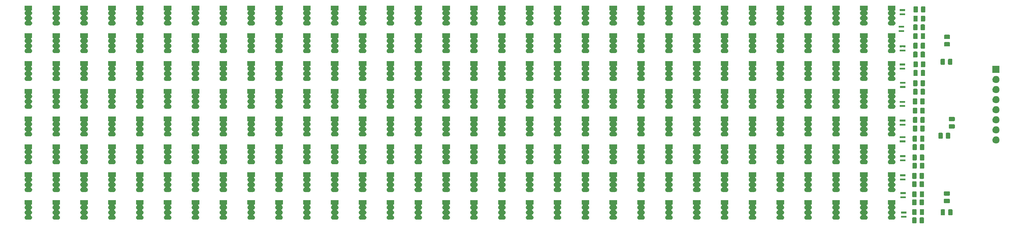
<source format=gbr>
G04 #@! TF.GenerationSoftware,KiCad,Pcbnew,(5.1.5)-3*
G04 #@! TF.CreationDate,2020-12-11T17:42:00+02:00*
G04 #@! TF.ProjectId,Led_matrica,4c65645f-6d61-4747-9269-63612e6b6963,rev?*
G04 #@! TF.SameCoordinates,Original*
G04 #@! TF.FileFunction,Soldermask,Bot*
G04 #@! TF.FilePolarity,Negative*
%FSLAX46Y46*%
G04 Gerber Fmt 4.6, Leading zero omitted, Abs format (unit mm)*
G04 Created by KiCad (PCBNEW (5.1.5)-3) date 2020-12-11 17:42:00*
%MOMM*%
%LPD*%
G04 APERTURE LIST*
%ADD10C,0.100000*%
G04 APERTURE END LIST*
D10*
G36*
X238629468Y-85893565D02*
G01*
X238668138Y-85905296D01*
X238703777Y-85924346D01*
X238735017Y-85949983D01*
X238760654Y-85981223D01*
X238779704Y-86016862D01*
X238791435Y-86055532D01*
X238796000Y-86101888D01*
X238796000Y-87178112D01*
X238791435Y-87224468D01*
X238779704Y-87263138D01*
X238760654Y-87298777D01*
X238735017Y-87330017D01*
X238703777Y-87355654D01*
X238668138Y-87374704D01*
X238629468Y-87386435D01*
X238583112Y-87391000D01*
X237931888Y-87391000D01*
X237885532Y-87386435D01*
X237846862Y-87374704D01*
X237811223Y-87355654D01*
X237779983Y-87330017D01*
X237754346Y-87298777D01*
X237735296Y-87263138D01*
X237723565Y-87224468D01*
X237719000Y-87178112D01*
X237719000Y-86101888D01*
X237723565Y-86055532D01*
X237735296Y-86016862D01*
X237754346Y-85981223D01*
X237779983Y-85949983D01*
X237811223Y-85924346D01*
X237846862Y-85905296D01*
X237885532Y-85893565D01*
X237931888Y-85889000D01*
X238583112Y-85889000D01*
X238629468Y-85893565D01*
G37*
G36*
X236754468Y-85893565D02*
G01*
X236793138Y-85905296D01*
X236828777Y-85924346D01*
X236860017Y-85949983D01*
X236885654Y-85981223D01*
X236904704Y-86016862D01*
X236916435Y-86055532D01*
X236921000Y-86101888D01*
X236921000Y-87178112D01*
X236916435Y-87224468D01*
X236904704Y-87263138D01*
X236885654Y-87298777D01*
X236860017Y-87330017D01*
X236828777Y-87355654D01*
X236793138Y-87374704D01*
X236754468Y-87386435D01*
X236708112Y-87391000D01*
X236056888Y-87391000D01*
X236010532Y-87386435D01*
X235971862Y-87374704D01*
X235936223Y-87355654D01*
X235904983Y-87330017D01*
X235879346Y-87298777D01*
X235860296Y-87263138D01*
X235848565Y-87224468D01*
X235844000Y-87178112D01*
X235844000Y-86101888D01*
X235848565Y-86055532D01*
X235860296Y-86016862D01*
X235879346Y-85981223D01*
X235904983Y-85949983D01*
X235936223Y-85924346D01*
X235971862Y-85905296D01*
X236010532Y-85893565D01*
X236056888Y-85889000D01*
X236708112Y-85889000D01*
X236754468Y-85893565D01*
G37*
G36*
X77641000Y-82666000D02*
G01*
X77494609Y-82666000D01*
X77470223Y-82668402D01*
X77446774Y-82675515D01*
X77425163Y-82687066D01*
X77406221Y-82702611D01*
X77390676Y-82721553D01*
X77379125Y-82743164D01*
X77372012Y-82766613D01*
X77369610Y-82790999D01*
X77372012Y-82815385D01*
X77379125Y-82838834D01*
X77390676Y-82860445D01*
X77406221Y-82879387D01*
X77415311Y-82887625D01*
X77471370Y-82933630D01*
X77544598Y-83022860D01*
X77599013Y-83124662D01*
X77599013Y-83124663D01*
X77632521Y-83235124D01*
X77643835Y-83350000D01*
X77632521Y-83464876D01*
X77610182Y-83538517D01*
X77599013Y-83575338D01*
X77544598Y-83677140D01*
X77471370Y-83766370D01*
X77382140Y-83839598D01*
X77316355Y-83874761D01*
X77295981Y-83888375D01*
X77278654Y-83905702D01*
X77265040Y-83926076D01*
X77255663Y-83948715D01*
X77250883Y-83972749D01*
X77250883Y-83997253D01*
X77255664Y-84021286D01*
X77265041Y-84043925D01*
X77278655Y-84064299D01*
X77295982Y-84081626D01*
X77316355Y-84095239D01*
X77382140Y-84130402D01*
X77471370Y-84203630D01*
X77544598Y-84292860D01*
X77599013Y-84394662D01*
X77599013Y-84394663D01*
X77632521Y-84505124D01*
X77643835Y-84620000D01*
X77632521Y-84734876D01*
X77610182Y-84808517D01*
X77599013Y-84845338D01*
X77544598Y-84947140D01*
X77471370Y-85036370D01*
X77382140Y-85109598D01*
X77316355Y-85144761D01*
X77295981Y-85158375D01*
X77278654Y-85175702D01*
X77265040Y-85196076D01*
X77255663Y-85218715D01*
X77250883Y-85242749D01*
X77250883Y-85267253D01*
X77255664Y-85291286D01*
X77265041Y-85313925D01*
X77278655Y-85334299D01*
X77295982Y-85351626D01*
X77316355Y-85365239D01*
X77382140Y-85400402D01*
X77471370Y-85473630D01*
X77544598Y-85562860D01*
X77599013Y-85664662D01*
X77599013Y-85664663D01*
X77632521Y-85775124D01*
X77643835Y-85890000D01*
X77632521Y-86004876D01*
X77610182Y-86078517D01*
X77599013Y-86115338D01*
X77544598Y-86217140D01*
X77471370Y-86306370D01*
X77382140Y-86379598D01*
X77280338Y-86434013D01*
X77243517Y-86445182D01*
X77169876Y-86467521D01*
X77112482Y-86473174D01*
X77083786Y-86476000D01*
X76296214Y-86476000D01*
X76267518Y-86473174D01*
X76210124Y-86467521D01*
X76136483Y-86445182D01*
X76099662Y-86434013D01*
X75997860Y-86379598D01*
X75908630Y-86306370D01*
X75835402Y-86217140D01*
X75780987Y-86115338D01*
X75769818Y-86078517D01*
X75747479Y-86004876D01*
X75736165Y-85890000D01*
X75747479Y-85775124D01*
X75780987Y-85664663D01*
X75780987Y-85664662D01*
X75835402Y-85562860D01*
X75908630Y-85473630D01*
X75997860Y-85400402D01*
X76063645Y-85365239D01*
X76084019Y-85351625D01*
X76101346Y-85334298D01*
X76114960Y-85313924D01*
X76124337Y-85291285D01*
X76129117Y-85267251D01*
X76129117Y-85242747D01*
X76124336Y-85218714D01*
X76114959Y-85196075D01*
X76101345Y-85175701D01*
X76084018Y-85158374D01*
X76063645Y-85144761D01*
X75997860Y-85109598D01*
X75908630Y-85036370D01*
X75835402Y-84947140D01*
X75780987Y-84845338D01*
X75769818Y-84808517D01*
X75747479Y-84734876D01*
X75736165Y-84620000D01*
X75747479Y-84505124D01*
X75780987Y-84394663D01*
X75780987Y-84394662D01*
X75835402Y-84292860D01*
X75908630Y-84203630D01*
X75997860Y-84130402D01*
X76063645Y-84095239D01*
X76084019Y-84081625D01*
X76101346Y-84064298D01*
X76114960Y-84043924D01*
X76124337Y-84021285D01*
X76129117Y-83997251D01*
X76129117Y-83972747D01*
X76124336Y-83948714D01*
X76114959Y-83926075D01*
X76101345Y-83905701D01*
X76084018Y-83888374D01*
X76063645Y-83874761D01*
X75997860Y-83839598D01*
X75908630Y-83766370D01*
X75835402Y-83677140D01*
X75780987Y-83575338D01*
X75769818Y-83538517D01*
X75747479Y-83464876D01*
X75736165Y-83350000D01*
X75747479Y-83235124D01*
X75780987Y-83124663D01*
X75780987Y-83124662D01*
X75835402Y-83022860D01*
X75908630Y-82933630D01*
X75964689Y-82887625D01*
X75982016Y-82870298D01*
X75995630Y-82849924D01*
X76005007Y-82827285D01*
X76009788Y-82803252D01*
X76009788Y-82778748D01*
X76005008Y-82754715D01*
X75995631Y-82732076D01*
X75982017Y-82711701D01*
X75964690Y-82694374D01*
X75944316Y-82680760D01*
X75921677Y-82671383D01*
X75897644Y-82666602D01*
X75885391Y-82666000D01*
X75739000Y-82666000D01*
X75739000Y-81494000D01*
X77641000Y-81494000D01*
X77641000Y-82666000D01*
G37*
G36*
X133641000Y-82666000D02*
G01*
X133494609Y-82666000D01*
X133470223Y-82668402D01*
X133446774Y-82675515D01*
X133425163Y-82687066D01*
X133406221Y-82702611D01*
X133390676Y-82721553D01*
X133379125Y-82743164D01*
X133372012Y-82766613D01*
X133369610Y-82790999D01*
X133372012Y-82815385D01*
X133379125Y-82838834D01*
X133390676Y-82860445D01*
X133406221Y-82879387D01*
X133415311Y-82887625D01*
X133471370Y-82933630D01*
X133544598Y-83022860D01*
X133599013Y-83124662D01*
X133599013Y-83124663D01*
X133632521Y-83235124D01*
X133643835Y-83350000D01*
X133632521Y-83464876D01*
X133610182Y-83538517D01*
X133599013Y-83575338D01*
X133544598Y-83677140D01*
X133471370Y-83766370D01*
X133382140Y-83839598D01*
X133316355Y-83874761D01*
X133295981Y-83888375D01*
X133278654Y-83905702D01*
X133265040Y-83926076D01*
X133255663Y-83948715D01*
X133250883Y-83972749D01*
X133250883Y-83997253D01*
X133255664Y-84021286D01*
X133265041Y-84043925D01*
X133278655Y-84064299D01*
X133295982Y-84081626D01*
X133316355Y-84095239D01*
X133382140Y-84130402D01*
X133471370Y-84203630D01*
X133544598Y-84292860D01*
X133599013Y-84394662D01*
X133599013Y-84394663D01*
X133632521Y-84505124D01*
X133643835Y-84620000D01*
X133632521Y-84734876D01*
X133610182Y-84808517D01*
X133599013Y-84845338D01*
X133544598Y-84947140D01*
X133471370Y-85036370D01*
X133382140Y-85109598D01*
X133316355Y-85144761D01*
X133295981Y-85158375D01*
X133278654Y-85175702D01*
X133265040Y-85196076D01*
X133255663Y-85218715D01*
X133250883Y-85242749D01*
X133250883Y-85267253D01*
X133255664Y-85291286D01*
X133265041Y-85313925D01*
X133278655Y-85334299D01*
X133295982Y-85351626D01*
X133316355Y-85365239D01*
X133382140Y-85400402D01*
X133471370Y-85473630D01*
X133544598Y-85562860D01*
X133599013Y-85664662D01*
X133599013Y-85664663D01*
X133632521Y-85775124D01*
X133643835Y-85890000D01*
X133632521Y-86004876D01*
X133610182Y-86078517D01*
X133599013Y-86115338D01*
X133544598Y-86217140D01*
X133471370Y-86306370D01*
X133382140Y-86379598D01*
X133280338Y-86434013D01*
X133243517Y-86445182D01*
X133169876Y-86467521D01*
X133112482Y-86473174D01*
X133083786Y-86476000D01*
X132296214Y-86476000D01*
X132267518Y-86473174D01*
X132210124Y-86467521D01*
X132136483Y-86445182D01*
X132099662Y-86434013D01*
X131997860Y-86379598D01*
X131908630Y-86306370D01*
X131835402Y-86217140D01*
X131780987Y-86115338D01*
X131769818Y-86078517D01*
X131747479Y-86004876D01*
X131736165Y-85890000D01*
X131747479Y-85775124D01*
X131780987Y-85664663D01*
X131780987Y-85664662D01*
X131835402Y-85562860D01*
X131908630Y-85473630D01*
X131997860Y-85400402D01*
X132063645Y-85365239D01*
X132084019Y-85351625D01*
X132101346Y-85334298D01*
X132114960Y-85313924D01*
X132124337Y-85291285D01*
X132129117Y-85267251D01*
X132129117Y-85242747D01*
X132124336Y-85218714D01*
X132114959Y-85196075D01*
X132101345Y-85175701D01*
X132084018Y-85158374D01*
X132063645Y-85144761D01*
X131997860Y-85109598D01*
X131908630Y-85036370D01*
X131835402Y-84947140D01*
X131780987Y-84845338D01*
X131769818Y-84808517D01*
X131747479Y-84734876D01*
X131736165Y-84620000D01*
X131747479Y-84505124D01*
X131780987Y-84394663D01*
X131780987Y-84394662D01*
X131835402Y-84292860D01*
X131908630Y-84203630D01*
X131997860Y-84130402D01*
X132063645Y-84095239D01*
X132084019Y-84081625D01*
X132101346Y-84064298D01*
X132114960Y-84043924D01*
X132124337Y-84021285D01*
X132129117Y-83997251D01*
X132129117Y-83972747D01*
X132124336Y-83948714D01*
X132114959Y-83926075D01*
X132101345Y-83905701D01*
X132084018Y-83888374D01*
X132063645Y-83874761D01*
X131997860Y-83839598D01*
X131908630Y-83766370D01*
X131835402Y-83677140D01*
X131780987Y-83575338D01*
X131769818Y-83538517D01*
X131747479Y-83464876D01*
X131736165Y-83350000D01*
X131747479Y-83235124D01*
X131780987Y-83124663D01*
X131780987Y-83124662D01*
X131835402Y-83022860D01*
X131908630Y-82933630D01*
X131964689Y-82887625D01*
X131982016Y-82870298D01*
X131995630Y-82849924D01*
X132005007Y-82827285D01*
X132009788Y-82803252D01*
X132009788Y-82778748D01*
X132005008Y-82754715D01*
X131995631Y-82732076D01*
X131982017Y-82711701D01*
X131964690Y-82694374D01*
X131944316Y-82680760D01*
X131921677Y-82671383D01*
X131897644Y-82666602D01*
X131885391Y-82666000D01*
X131739000Y-82666000D01*
X131739000Y-81494000D01*
X133641000Y-81494000D01*
X133641000Y-82666000D01*
G37*
G36*
X126641000Y-82666000D02*
G01*
X126494609Y-82666000D01*
X126470223Y-82668402D01*
X126446774Y-82675515D01*
X126425163Y-82687066D01*
X126406221Y-82702611D01*
X126390676Y-82721553D01*
X126379125Y-82743164D01*
X126372012Y-82766613D01*
X126369610Y-82790999D01*
X126372012Y-82815385D01*
X126379125Y-82838834D01*
X126390676Y-82860445D01*
X126406221Y-82879387D01*
X126415311Y-82887625D01*
X126471370Y-82933630D01*
X126544598Y-83022860D01*
X126599013Y-83124662D01*
X126599013Y-83124663D01*
X126632521Y-83235124D01*
X126643835Y-83350000D01*
X126632521Y-83464876D01*
X126610182Y-83538517D01*
X126599013Y-83575338D01*
X126544598Y-83677140D01*
X126471370Y-83766370D01*
X126382140Y-83839598D01*
X126316355Y-83874761D01*
X126295981Y-83888375D01*
X126278654Y-83905702D01*
X126265040Y-83926076D01*
X126255663Y-83948715D01*
X126250883Y-83972749D01*
X126250883Y-83997253D01*
X126255664Y-84021286D01*
X126265041Y-84043925D01*
X126278655Y-84064299D01*
X126295982Y-84081626D01*
X126316355Y-84095239D01*
X126382140Y-84130402D01*
X126471370Y-84203630D01*
X126544598Y-84292860D01*
X126599013Y-84394662D01*
X126599013Y-84394663D01*
X126632521Y-84505124D01*
X126643835Y-84620000D01*
X126632521Y-84734876D01*
X126610182Y-84808517D01*
X126599013Y-84845338D01*
X126544598Y-84947140D01*
X126471370Y-85036370D01*
X126382140Y-85109598D01*
X126316355Y-85144761D01*
X126295981Y-85158375D01*
X126278654Y-85175702D01*
X126265040Y-85196076D01*
X126255663Y-85218715D01*
X126250883Y-85242749D01*
X126250883Y-85267253D01*
X126255664Y-85291286D01*
X126265041Y-85313925D01*
X126278655Y-85334299D01*
X126295982Y-85351626D01*
X126316355Y-85365239D01*
X126382140Y-85400402D01*
X126471370Y-85473630D01*
X126544598Y-85562860D01*
X126599013Y-85664662D01*
X126599013Y-85664663D01*
X126632521Y-85775124D01*
X126643835Y-85890000D01*
X126632521Y-86004876D01*
X126610182Y-86078517D01*
X126599013Y-86115338D01*
X126544598Y-86217140D01*
X126471370Y-86306370D01*
X126382140Y-86379598D01*
X126280338Y-86434013D01*
X126243517Y-86445182D01*
X126169876Y-86467521D01*
X126112482Y-86473174D01*
X126083786Y-86476000D01*
X125296214Y-86476000D01*
X125267518Y-86473174D01*
X125210124Y-86467521D01*
X125136483Y-86445182D01*
X125099662Y-86434013D01*
X124997860Y-86379598D01*
X124908630Y-86306370D01*
X124835402Y-86217140D01*
X124780987Y-86115338D01*
X124769818Y-86078517D01*
X124747479Y-86004876D01*
X124736165Y-85890000D01*
X124747479Y-85775124D01*
X124780987Y-85664663D01*
X124780987Y-85664662D01*
X124835402Y-85562860D01*
X124908630Y-85473630D01*
X124997860Y-85400402D01*
X125063645Y-85365239D01*
X125084019Y-85351625D01*
X125101346Y-85334298D01*
X125114960Y-85313924D01*
X125124337Y-85291285D01*
X125129117Y-85267251D01*
X125129117Y-85242747D01*
X125124336Y-85218714D01*
X125114959Y-85196075D01*
X125101345Y-85175701D01*
X125084018Y-85158374D01*
X125063645Y-85144761D01*
X124997860Y-85109598D01*
X124908630Y-85036370D01*
X124835402Y-84947140D01*
X124780987Y-84845338D01*
X124769818Y-84808517D01*
X124747479Y-84734876D01*
X124736165Y-84620000D01*
X124747479Y-84505124D01*
X124780987Y-84394663D01*
X124780987Y-84394662D01*
X124835402Y-84292860D01*
X124908630Y-84203630D01*
X124997860Y-84130402D01*
X125063645Y-84095239D01*
X125084019Y-84081625D01*
X125101346Y-84064298D01*
X125114960Y-84043924D01*
X125124337Y-84021285D01*
X125129117Y-83997251D01*
X125129117Y-83972747D01*
X125124336Y-83948714D01*
X125114959Y-83926075D01*
X125101345Y-83905701D01*
X125084018Y-83888374D01*
X125063645Y-83874761D01*
X124997860Y-83839598D01*
X124908630Y-83766370D01*
X124835402Y-83677140D01*
X124780987Y-83575338D01*
X124769818Y-83538517D01*
X124747479Y-83464876D01*
X124736165Y-83350000D01*
X124747479Y-83235124D01*
X124780987Y-83124663D01*
X124780987Y-83124662D01*
X124835402Y-83022860D01*
X124908630Y-82933630D01*
X124964689Y-82887625D01*
X124982016Y-82870298D01*
X124995630Y-82849924D01*
X125005007Y-82827285D01*
X125009788Y-82803252D01*
X125009788Y-82778748D01*
X125005008Y-82754715D01*
X124995631Y-82732076D01*
X124982017Y-82711701D01*
X124964690Y-82694374D01*
X124944316Y-82680760D01*
X124921677Y-82671383D01*
X124897644Y-82666602D01*
X124885391Y-82666000D01*
X124739000Y-82666000D01*
X124739000Y-81494000D01*
X126641000Y-81494000D01*
X126641000Y-82666000D01*
G37*
G36*
X119641000Y-82666000D02*
G01*
X119494609Y-82666000D01*
X119470223Y-82668402D01*
X119446774Y-82675515D01*
X119425163Y-82687066D01*
X119406221Y-82702611D01*
X119390676Y-82721553D01*
X119379125Y-82743164D01*
X119372012Y-82766613D01*
X119369610Y-82790999D01*
X119372012Y-82815385D01*
X119379125Y-82838834D01*
X119390676Y-82860445D01*
X119406221Y-82879387D01*
X119415311Y-82887625D01*
X119471370Y-82933630D01*
X119544598Y-83022860D01*
X119599013Y-83124662D01*
X119599013Y-83124663D01*
X119632521Y-83235124D01*
X119643835Y-83350000D01*
X119632521Y-83464876D01*
X119610182Y-83538517D01*
X119599013Y-83575338D01*
X119544598Y-83677140D01*
X119471370Y-83766370D01*
X119382140Y-83839598D01*
X119316355Y-83874761D01*
X119295981Y-83888375D01*
X119278654Y-83905702D01*
X119265040Y-83926076D01*
X119255663Y-83948715D01*
X119250883Y-83972749D01*
X119250883Y-83997253D01*
X119255664Y-84021286D01*
X119265041Y-84043925D01*
X119278655Y-84064299D01*
X119295982Y-84081626D01*
X119316355Y-84095239D01*
X119382140Y-84130402D01*
X119471370Y-84203630D01*
X119544598Y-84292860D01*
X119599013Y-84394662D01*
X119599013Y-84394663D01*
X119632521Y-84505124D01*
X119643835Y-84620000D01*
X119632521Y-84734876D01*
X119610182Y-84808517D01*
X119599013Y-84845338D01*
X119544598Y-84947140D01*
X119471370Y-85036370D01*
X119382140Y-85109598D01*
X119316355Y-85144761D01*
X119295981Y-85158375D01*
X119278654Y-85175702D01*
X119265040Y-85196076D01*
X119255663Y-85218715D01*
X119250883Y-85242749D01*
X119250883Y-85267253D01*
X119255664Y-85291286D01*
X119265041Y-85313925D01*
X119278655Y-85334299D01*
X119295982Y-85351626D01*
X119316355Y-85365239D01*
X119382140Y-85400402D01*
X119471370Y-85473630D01*
X119544598Y-85562860D01*
X119599013Y-85664662D01*
X119599013Y-85664663D01*
X119632521Y-85775124D01*
X119643835Y-85890000D01*
X119632521Y-86004876D01*
X119610182Y-86078517D01*
X119599013Y-86115338D01*
X119544598Y-86217140D01*
X119471370Y-86306370D01*
X119382140Y-86379598D01*
X119280338Y-86434013D01*
X119243517Y-86445182D01*
X119169876Y-86467521D01*
X119112482Y-86473174D01*
X119083786Y-86476000D01*
X118296214Y-86476000D01*
X118267518Y-86473174D01*
X118210124Y-86467521D01*
X118136483Y-86445182D01*
X118099662Y-86434013D01*
X117997860Y-86379598D01*
X117908630Y-86306370D01*
X117835402Y-86217140D01*
X117780987Y-86115338D01*
X117769818Y-86078517D01*
X117747479Y-86004876D01*
X117736165Y-85890000D01*
X117747479Y-85775124D01*
X117780987Y-85664663D01*
X117780987Y-85664662D01*
X117835402Y-85562860D01*
X117908630Y-85473630D01*
X117997860Y-85400402D01*
X118063645Y-85365239D01*
X118084019Y-85351625D01*
X118101346Y-85334298D01*
X118114960Y-85313924D01*
X118124337Y-85291285D01*
X118129117Y-85267251D01*
X118129117Y-85242747D01*
X118124336Y-85218714D01*
X118114959Y-85196075D01*
X118101345Y-85175701D01*
X118084018Y-85158374D01*
X118063645Y-85144761D01*
X117997860Y-85109598D01*
X117908630Y-85036370D01*
X117835402Y-84947140D01*
X117780987Y-84845338D01*
X117769818Y-84808517D01*
X117747479Y-84734876D01*
X117736165Y-84620000D01*
X117747479Y-84505124D01*
X117780987Y-84394663D01*
X117780987Y-84394662D01*
X117835402Y-84292860D01*
X117908630Y-84203630D01*
X117997860Y-84130402D01*
X118063645Y-84095239D01*
X118084019Y-84081625D01*
X118101346Y-84064298D01*
X118114960Y-84043924D01*
X118124337Y-84021285D01*
X118129117Y-83997251D01*
X118129117Y-83972747D01*
X118124336Y-83948714D01*
X118114959Y-83926075D01*
X118101345Y-83905701D01*
X118084018Y-83888374D01*
X118063645Y-83874761D01*
X117997860Y-83839598D01*
X117908630Y-83766370D01*
X117835402Y-83677140D01*
X117780987Y-83575338D01*
X117769818Y-83538517D01*
X117747479Y-83464876D01*
X117736165Y-83350000D01*
X117747479Y-83235124D01*
X117780987Y-83124663D01*
X117780987Y-83124662D01*
X117835402Y-83022860D01*
X117908630Y-82933630D01*
X117964689Y-82887625D01*
X117982016Y-82870298D01*
X117995630Y-82849924D01*
X118005007Y-82827285D01*
X118009788Y-82803252D01*
X118009788Y-82778748D01*
X118005008Y-82754715D01*
X117995631Y-82732076D01*
X117982017Y-82711701D01*
X117964690Y-82694374D01*
X117944316Y-82680760D01*
X117921677Y-82671383D01*
X117897644Y-82666602D01*
X117885391Y-82666000D01*
X117739000Y-82666000D01*
X117739000Y-81494000D01*
X119641000Y-81494000D01*
X119641000Y-82666000D01*
G37*
G36*
X112641000Y-82666000D02*
G01*
X112494609Y-82666000D01*
X112470223Y-82668402D01*
X112446774Y-82675515D01*
X112425163Y-82687066D01*
X112406221Y-82702611D01*
X112390676Y-82721553D01*
X112379125Y-82743164D01*
X112372012Y-82766613D01*
X112369610Y-82790999D01*
X112372012Y-82815385D01*
X112379125Y-82838834D01*
X112390676Y-82860445D01*
X112406221Y-82879387D01*
X112415311Y-82887625D01*
X112471370Y-82933630D01*
X112544598Y-83022860D01*
X112599013Y-83124662D01*
X112599013Y-83124663D01*
X112632521Y-83235124D01*
X112643835Y-83350000D01*
X112632521Y-83464876D01*
X112610182Y-83538517D01*
X112599013Y-83575338D01*
X112544598Y-83677140D01*
X112471370Y-83766370D01*
X112382140Y-83839598D01*
X112316355Y-83874761D01*
X112295981Y-83888375D01*
X112278654Y-83905702D01*
X112265040Y-83926076D01*
X112255663Y-83948715D01*
X112250883Y-83972749D01*
X112250883Y-83997253D01*
X112255664Y-84021286D01*
X112265041Y-84043925D01*
X112278655Y-84064299D01*
X112295982Y-84081626D01*
X112316355Y-84095239D01*
X112382140Y-84130402D01*
X112471370Y-84203630D01*
X112544598Y-84292860D01*
X112599013Y-84394662D01*
X112599013Y-84394663D01*
X112632521Y-84505124D01*
X112643835Y-84620000D01*
X112632521Y-84734876D01*
X112610182Y-84808517D01*
X112599013Y-84845338D01*
X112544598Y-84947140D01*
X112471370Y-85036370D01*
X112382140Y-85109598D01*
X112316355Y-85144761D01*
X112295981Y-85158375D01*
X112278654Y-85175702D01*
X112265040Y-85196076D01*
X112255663Y-85218715D01*
X112250883Y-85242749D01*
X112250883Y-85267253D01*
X112255664Y-85291286D01*
X112265041Y-85313925D01*
X112278655Y-85334299D01*
X112295982Y-85351626D01*
X112316355Y-85365239D01*
X112382140Y-85400402D01*
X112471370Y-85473630D01*
X112544598Y-85562860D01*
X112599013Y-85664662D01*
X112599013Y-85664663D01*
X112632521Y-85775124D01*
X112643835Y-85890000D01*
X112632521Y-86004876D01*
X112610182Y-86078517D01*
X112599013Y-86115338D01*
X112544598Y-86217140D01*
X112471370Y-86306370D01*
X112382140Y-86379598D01*
X112280338Y-86434013D01*
X112243517Y-86445182D01*
X112169876Y-86467521D01*
X112112482Y-86473174D01*
X112083786Y-86476000D01*
X111296214Y-86476000D01*
X111267518Y-86473174D01*
X111210124Y-86467521D01*
X111136483Y-86445182D01*
X111099662Y-86434013D01*
X110997860Y-86379598D01*
X110908630Y-86306370D01*
X110835402Y-86217140D01*
X110780987Y-86115338D01*
X110769818Y-86078517D01*
X110747479Y-86004876D01*
X110736165Y-85890000D01*
X110747479Y-85775124D01*
X110780987Y-85664663D01*
X110780987Y-85664662D01*
X110835402Y-85562860D01*
X110908630Y-85473630D01*
X110997860Y-85400402D01*
X111063645Y-85365239D01*
X111084019Y-85351625D01*
X111101346Y-85334298D01*
X111114960Y-85313924D01*
X111124337Y-85291285D01*
X111129117Y-85267251D01*
X111129117Y-85242747D01*
X111124336Y-85218714D01*
X111114959Y-85196075D01*
X111101345Y-85175701D01*
X111084018Y-85158374D01*
X111063645Y-85144761D01*
X110997860Y-85109598D01*
X110908630Y-85036370D01*
X110835402Y-84947140D01*
X110780987Y-84845338D01*
X110769818Y-84808517D01*
X110747479Y-84734876D01*
X110736165Y-84620000D01*
X110747479Y-84505124D01*
X110780987Y-84394663D01*
X110780987Y-84394662D01*
X110835402Y-84292860D01*
X110908630Y-84203630D01*
X110997860Y-84130402D01*
X111063645Y-84095239D01*
X111084019Y-84081625D01*
X111101346Y-84064298D01*
X111114960Y-84043924D01*
X111124337Y-84021285D01*
X111129117Y-83997251D01*
X111129117Y-83972747D01*
X111124336Y-83948714D01*
X111114959Y-83926075D01*
X111101345Y-83905701D01*
X111084018Y-83888374D01*
X111063645Y-83874761D01*
X110997860Y-83839598D01*
X110908630Y-83766370D01*
X110835402Y-83677140D01*
X110780987Y-83575338D01*
X110769818Y-83538517D01*
X110747479Y-83464876D01*
X110736165Y-83350000D01*
X110747479Y-83235124D01*
X110780987Y-83124663D01*
X110780987Y-83124662D01*
X110835402Y-83022860D01*
X110908630Y-82933630D01*
X110964689Y-82887625D01*
X110982016Y-82870298D01*
X110995630Y-82849924D01*
X111005007Y-82827285D01*
X111009788Y-82803252D01*
X111009788Y-82778748D01*
X111005008Y-82754715D01*
X110995631Y-82732076D01*
X110982017Y-82711701D01*
X110964690Y-82694374D01*
X110944316Y-82680760D01*
X110921677Y-82671383D01*
X110897644Y-82666602D01*
X110885391Y-82666000D01*
X110739000Y-82666000D01*
X110739000Y-81494000D01*
X112641000Y-81494000D01*
X112641000Y-82666000D01*
G37*
G36*
X105641000Y-82666000D02*
G01*
X105494609Y-82666000D01*
X105470223Y-82668402D01*
X105446774Y-82675515D01*
X105425163Y-82687066D01*
X105406221Y-82702611D01*
X105390676Y-82721553D01*
X105379125Y-82743164D01*
X105372012Y-82766613D01*
X105369610Y-82790999D01*
X105372012Y-82815385D01*
X105379125Y-82838834D01*
X105390676Y-82860445D01*
X105406221Y-82879387D01*
X105415311Y-82887625D01*
X105471370Y-82933630D01*
X105544598Y-83022860D01*
X105599013Y-83124662D01*
X105599013Y-83124663D01*
X105632521Y-83235124D01*
X105643835Y-83350000D01*
X105632521Y-83464876D01*
X105610182Y-83538517D01*
X105599013Y-83575338D01*
X105544598Y-83677140D01*
X105471370Y-83766370D01*
X105382140Y-83839598D01*
X105316355Y-83874761D01*
X105295981Y-83888375D01*
X105278654Y-83905702D01*
X105265040Y-83926076D01*
X105255663Y-83948715D01*
X105250883Y-83972749D01*
X105250883Y-83997253D01*
X105255664Y-84021286D01*
X105265041Y-84043925D01*
X105278655Y-84064299D01*
X105295982Y-84081626D01*
X105316355Y-84095239D01*
X105382140Y-84130402D01*
X105471370Y-84203630D01*
X105544598Y-84292860D01*
X105599013Y-84394662D01*
X105599013Y-84394663D01*
X105632521Y-84505124D01*
X105643835Y-84620000D01*
X105632521Y-84734876D01*
X105610182Y-84808517D01*
X105599013Y-84845338D01*
X105544598Y-84947140D01*
X105471370Y-85036370D01*
X105382140Y-85109598D01*
X105316355Y-85144761D01*
X105295981Y-85158375D01*
X105278654Y-85175702D01*
X105265040Y-85196076D01*
X105255663Y-85218715D01*
X105250883Y-85242749D01*
X105250883Y-85267253D01*
X105255664Y-85291286D01*
X105265041Y-85313925D01*
X105278655Y-85334299D01*
X105295982Y-85351626D01*
X105316355Y-85365239D01*
X105382140Y-85400402D01*
X105471370Y-85473630D01*
X105544598Y-85562860D01*
X105599013Y-85664662D01*
X105599013Y-85664663D01*
X105632521Y-85775124D01*
X105643835Y-85890000D01*
X105632521Y-86004876D01*
X105610182Y-86078517D01*
X105599013Y-86115338D01*
X105544598Y-86217140D01*
X105471370Y-86306370D01*
X105382140Y-86379598D01*
X105280338Y-86434013D01*
X105243517Y-86445182D01*
X105169876Y-86467521D01*
X105112482Y-86473174D01*
X105083786Y-86476000D01*
X104296214Y-86476000D01*
X104267518Y-86473174D01*
X104210124Y-86467521D01*
X104136483Y-86445182D01*
X104099662Y-86434013D01*
X103997860Y-86379598D01*
X103908630Y-86306370D01*
X103835402Y-86217140D01*
X103780987Y-86115338D01*
X103769818Y-86078517D01*
X103747479Y-86004876D01*
X103736165Y-85890000D01*
X103747479Y-85775124D01*
X103780987Y-85664663D01*
X103780987Y-85664662D01*
X103835402Y-85562860D01*
X103908630Y-85473630D01*
X103997860Y-85400402D01*
X104063645Y-85365239D01*
X104084019Y-85351625D01*
X104101346Y-85334298D01*
X104114960Y-85313924D01*
X104124337Y-85291285D01*
X104129117Y-85267251D01*
X104129117Y-85242747D01*
X104124336Y-85218714D01*
X104114959Y-85196075D01*
X104101345Y-85175701D01*
X104084018Y-85158374D01*
X104063645Y-85144761D01*
X103997860Y-85109598D01*
X103908630Y-85036370D01*
X103835402Y-84947140D01*
X103780987Y-84845338D01*
X103769818Y-84808517D01*
X103747479Y-84734876D01*
X103736165Y-84620000D01*
X103747479Y-84505124D01*
X103780987Y-84394663D01*
X103780987Y-84394662D01*
X103835402Y-84292860D01*
X103908630Y-84203630D01*
X103997860Y-84130402D01*
X104063645Y-84095239D01*
X104084019Y-84081625D01*
X104101346Y-84064298D01*
X104114960Y-84043924D01*
X104124337Y-84021285D01*
X104129117Y-83997251D01*
X104129117Y-83972747D01*
X104124336Y-83948714D01*
X104114959Y-83926075D01*
X104101345Y-83905701D01*
X104084018Y-83888374D01*
X104063645Y-83874761D01*
X103997860Y-83839598D01*
X103908630Y-83766370D01*
X103835402Y-83677140D01*
X103780987Y-83575338D01*
X103769818Y-83538517D01*
X103747479Y-83464876D01*
X103736165Y-83350000D01*
X103747479Y-83235124D01*
X103780987Y-83124663D01*
X103780987Y-83124662D01*
X103835402Y-83022860D01*
X103908630Y-82933630D01*
X103964689Y-82887625D01*
X103982016Y-82870298D01*
X103995630Y-82849924D01*
X104005007Y-82827285D01*
X104009788Y-82803252D01*
X104009788Y-82778748D01*
X104005008Y-82754715D01*
X103995631Y-82732076D01*
X103982017Y-82711701D01*
X103964690Y-82694374D01*
X103944316Y-82680760D01*
X103921677Y-82671383D01*
X103897644Y-82666602D01*
X103885391Y-82666000D01*
X103739000Y-82666000D01*
X103739000Y-81494000D01*
X105641000Y-81494000D01*
X105641000Y-82666000D01*
G37*
G36*
X98641000Y-82666000D02*
G01*
X98494609Y-82666000D01*
X98470223Y-82668402D01*
X98446774Y-82675515D01*
X98425163Y-82687066D01*
X98406221Y-82702611D01*
X98390676Y-82721553D01*
X98379125Y-82743164D01*
X98372012Y-82766613D01*
X98369610Y-82790999D01*
X98372012Y-82815385D01*
X98379125Y-82838834D01*
X98390676Y-82860445D01*
X98406221Y-82879387D01*
X98415311Y-82887625D01*
X98471370Y-82933630D01*
X98544598Y-83022860D01*
X98599013Y-83124662D01*
X98599013Y-83124663D01*
X98632521Y-83235124D01*
X98643835Y-83350000D01*
X98632521Y-83464876D01*
X98610182Y-83538517D01*
X98599013Y-83575338D01*
X98544598Y-83677140D01*
X98471370Y-83766370D01*
X98382140Y-83839598D01*
X98316355Y-83874761D01*
X98295981Y-83888375D01*
X98278654Y-83905702D01*
X98265040Y-83926076D01*
X98255663Y-83948715D01*
X98250883Y-83972749D01*
X98250883Y-83997253D01*
X98255664Y-84021286D01*
X98265041Y-84043925D01*
X98278655Y-84064299D01*
X98295982Y-84081626D01*
X98316355Y-84095239D01*
X98382140Y-84130402D01*
X98471370Y-84203630D01*
X98544598Y-84292860D01*
X98599013Y-84394662D01*
X98599013Y-84394663D01*
X98632521Y-84505124D01*
X98643835Y-84620000D01*
X98632521Y-84734876D01*
X98610182Y-84808517D01*
X98599013Y-84845338D01*
X98544598Y-84947140D01*
X98471370Y-85036370D01*
X98382140Y-85109598D01*
X98316355Y-85144761D01*
X98295981Y-85158375D01*
X98278654Y-85175702D01*
X98265040Y-85196076D01*
X98255663Y-85218715D01*
X98250883Y-85242749D01*
X98250883Y-85267253D01*
X98255664Y-85291286D01*
X98265041Y-85313925D01*
X98278655Y-85334299D01*
X98295982Y-85351626D01*
X98316355Y-85365239D01*
X98382140Y-85400402D01*
X98471370Y-85473630D01*
X98544598Y-85562860D01*
X98599013Y-85664662D01*
X98599013Y-85664663D01*
X98632521Y-85775124D01*
X98643835Y-85890000D01*
X98632521Y-86004876D01*
X98610182Y-86078517D01*
X98599013Y-86115338D01*
X98544598Y-86217140D01*
X98471370Y-86306370D01*
X98382140Y-86379598D01*
X98280338Y-86434013D01*
X98243517Y-86445182D01*
X98169876Y-86467521D01*
X98112482Y-86473174D01*
X98083786Y-86476000D01*
X97296214Y-86476000D01*
X97267518Y-86473174D01*
X97210124Y-86467521D01*
X97136483Y-86445182D01*
X97099662Y-86434013D01*
X96997860Y-86379598D01*
X96908630Y-86306370D01*
X96835402Y-86217140D01*
X96780987Y-86115338D01*
X96769818Y-86078517D01*
X96747479Y-86004876D01*
X96736165Y-85890000D01*
X96747479Y-85775124D01*
X96780987Y-85664663D01*
X96780987Y-85664662D01*
X96835402Y-85562860D01*
X96908630Y-85473630D01*
X96997860Y-85400402D01*
X97063645Y-85365239D01*
X97084019Y-85351625D01*
X97101346Y-85334298D01*
X97114960Y-85313924D01*
X97124337Y-85291285D01*
X97129117Y-85267251D01*
X97129117Y-85242747D01*
X97124336Y-85218714D01*
X97114959Y-85196075D01*
X97101345Y-85175701D01*
X97084018Y-85158374D01*
X97063645Y-85144761D01*
X96997860Y-85109598D01*
X96908630Y-85036370D01*
X96835402Y-84947140D01*
X96780987Y-84845338D01*
X96769818Y-84808517D01*
X96747479Y-84734876D01*
X96736165Y-84620000D01*
X96747479Y-84505124D01*
X96780987Y-84394663D01*
X96780987Y-84394662D01*
X96835402Y-84292860D01*
X96908630Y-84203630D01*
X96997860Y-84130402D01*
X97063645Y-84095239D01*
X97084019Y-84081625D01*
X97101346Y-84064298D01*
X97114960Y-84043924D01*
X97124337Y-84021285D01*
X97129117Y-83997251D01*
X97129117Y-83972747D01*
X97124336Y-83948714D01*
X97114959Y-83926075D01*
X97101345Y-83905701D01*
X97084018Y-83888374D01*
X97063645Y-83874761D01*
X96997860Y-83839598D01*
X96908630Y-83766370D01*
X96835402Y-83677140D01*
X96780987Y-83575338D01*
X96769818Y-83538517D01*
X96747479Y-83464876D01*
X96736165Y-83350000D01*
X96747479Y-83235124D01*
X96780987Y-83124663D01*
X96780987Y-83124662D01*
X96835402Y-83022860D01*
X96908630Y-82933630D01*
X96964689Y-82887625D01*
X96982016Y-82870298D01*
X96995630Y-82849924D01*
X97005007Y-82827285D01*
X97009788Y-82803252D01*
X97009788Y-82778748D01*
X97005008Y-82754715D01*
X96995631Y-82732076D01*
X96982017Y-82711701D01*
X96964690Y-82694374D01*
X96944316Y-82680760D01*
X96921677Y-82671383D01*
X96897644Y-82666602D01*
X96885391Y-82666000D01*
X96739000Y-82666000D01*
X96739000Y-81494000D01*
X98641000Y-81494000D01*
X98641000Y-82666000D01*
G37*
G36*
X91641000Y-82666000D02*
G01*
X91494609Y-82666000D01*
X91470223Y-82668402D01*
X91446774Y-82675515D01*
X91425163Y-82687066D01*
X91406221Y-82702611D01*
X91390676Y-82721553D01*
X91379125Y-82743164D01*
X91372012Y-82766613D01*
X91369610Y-82790999D01*
X91372012Y-82815385D01*
X91379125Y-82838834D01*
X91390676Y-82860445D01*
X91406221Y-82879387D01*
X91415311Y-82887625D01*
X91471370Y-82933630D01*
X91544598Y-83022860D01*
X91599013Y-83124662D01*
X91599013Y-83124663D01*
X91632521Y-83235124D01*
X91643835Y-83350000D01*
X91632521Y-83464876D01*
X91610182Y-83538517D01*
X91599013Y-83575338D01*
X91544598Y-83677140D01*
X91471370Y-83766370D01*
X91382140Y-83839598D01*
X91316355Y-83874761D01*
X91295981Y-83888375D01*
X91278654Y-83905702D01*
X91265040Y-83926076D01*
X91255663Y-83948715D01*
X91250883Y-83972749D01*
X91250883Y-83997253D01*
X91255664Y-84021286D01*
X91265041Y-84043925D01*
X91278655Y-84064299D01*
X91295982Y-84081626D01*
X91316355Y-84095239D01*
X91382140Y-84130402D01*
X91471370Y-84203630D01*
X91544598Y-84292860D01*
X91599013Y-84394662D01*
X91599013Y-84394663D01*
X91632521Y-84505124D01*
X91643835Y-84620000D01*
X91632521Y-84734876D01*
X91610182Y-84808517D01*
X91599013Y-84845338D01*
X91544598Y-84947140D01*
X91471370Y-85036370D01*
X91382140Y-85109598D01*
X91316355Y-85144761D01*
X91295981Y-85158375D01*
X91278654Y-85175702D01*
X91265040Y-85196076D01*
X91255663Y-85218715D01*
X91250883Y-85242749D01*
X91250883Y-85267253D01*
X91255664Y-85291286D01*
X91265041Y-85313925D01*
X91278655Y-85334299D01*
X91295982Y-85351626D01*
X91316355Y-85365239D01*
X91382140Y-85400402D01*
X91471370Y-85473630D01*
X91544598Y-85562860D01*
X91599013Y-85664662D01*
X91599013Y-85664663D01*
X91632521Y-85775124D01*
X91643835Y-85890000D01*
X91632521Y-86004876D01*
X91610182Y-86078517D01*
X91599013Y-86115338D01*
X91544598Y-86217140D01*
X91471370Y-86306370D01*
X91382140Y-86379598D01*
X91280338Y-86434013D01*
X91243517Y-86445182D01*
X91169876Y-86467521D01*
X91112482Y-86473174D01*
X91083786Y-86476000D01*
X90296214Y-86476000D01*
X90267518Y-86473174D01*
X90210124Y-86467521D01*
X90136483Y-86445182D01*
X90099662Y-86434013D01*
X89997860Y-86379598D01*
X89908630Y-86306370D01*
X89835402Y-86217140D01*
X89780987Y-86115338D01*
X89769818Y-86078517D01*
X89747479Y-86004876D01*
X89736165Y-85890000D01*
X89747479Y-85775124D01*
X89780987Y-85664663D01*
X89780987Y-85664662D01*
X89835402Y-85562860D01*
X89908630Y-85473630D01*
X89997860Y-85400402D01*
X90063645Y-85365239D01*
X90084019Y-85351625D01*
X90101346Y-85334298D01*
X90114960Y-85313924D01*
X90124337Y-85291285D01*
X90129117Y-85267251D01*
X90129117Y-85242747D01*
X90124336Y-85218714D01*
X90114959Y-85196075D01*
X90101345Y-85175701D01*
X90084018Y-85158374D01*
X90063645Y-85144761D01*
X89997860Y-85109598D01*
X89908630Y-85036370D01*
X89835402Y-84947140D01*
X89780987Y-84845338D01*
X89769818Y-84808517D01*
X89747479Y-84734876D01*
X89736165Y-84620000D01*
X89747479Y-84505124D01*
X89780987Y-84394663D01*
X89780987Y-84394662D01*
X89835402Y-84292860D01*
X89908630Y-84203630D01*
X89997860Y-84130402D01*
X90063645Y-84095239D01*
X90084019Y-84081625D01*
X90101346Y-84064298D01*
X90114960Y-84043924D01*
X90124337Y-84021285D01*
X90129117Y-83997251D01*
X90129117Y-83972747D01*
X90124336Y-83948714D01*
X90114959Y-83926075D01*
X90101345Y-83905701D01*
X90084018Y-83888374D01*
X90063645Y-83874761D01*
X89997860Y-83839598D01*
X89908630Y-83766370D01*
X89835402Y-83677140D01*
X89780987Y-83575338D01*
X89769818Y-83538517D01*
X89747479Y-83464876D01*
X89736165Y-83350000D01*
X89747479Y-83235124D01*
X89780987Y-83124663D01*
X89780987Y-83124662D01*
X89835402Y-83022860D01*
X89908630Y-82933630D01*
X89964689Y-82887625D01*
X89982016Y-82870298D01*
X89995630Y-82849924D01*
X90005007Y-82827285D01*
X90009788Y-82803252D01*
X90009788Y-82778748D01*
X90005008Y-82754715D01*
X89995631Y-82732076D01*
X89982017Y-82711701D01*
X89964690Y-82694374D01*
X89944316Y-82680760D01*
X89921677Y-82671383D01*
X89897644Y-82666602D01*
X89885391Y-82666000D01*
X89739000Y-82666000D01*
X89739000Y-81494000D01*
X91641000Y-81494000D01*
X91641000Y-82666000D01*
G37*
G36*
X84641000Y-82666000D02*
G01*
X84494609Y-82666000D01*
X84470223Y-82668402D01*
X84446774Y-82675515D01*
X84425163Y-82687066D01*
X84406221Y-82702611D01*
X84390676Y-82721553D01*
X84379125Y-82743164D01*
X84372012Y-82766613D01*
X84369610Y-82790999D01*
X84372012Y-82815385D01*
X84379125Y-82838834D01*
X84390676Y-82860445D01*
X84406221Y-82879387D01*
X84415311Y-82887625D01*
X84471370Y-82933630D01*
X84544598Y-83022860D01*
X84599013Y-83124662D01*
X84599013Y-83124663D01*
X84632521Y-83235124D01*
X84643835Y-83350000D01*
X84632521Y-83464876D01*
X84610182Y-83538517D01*
X84599013Y-83575338D01*
X84544598Y-83677140D01*
X84471370Y-83766370D01*
X84382140Y-83839598D01*
X84316355Y-83874761D01*
X84295981Y-83888375D01*
X84278654Y-83905702D01*
X84265040Y-83926076D01*
X84255663Y-83948715D01*
X84250883Y-83972749D01*
X84250883Y-83997253D01*
X84255664Y-84021286D01*
X84265041Y-84043925D01*
X84278655Y-84064299D01*
X84295982Y-84081626D01*
X84316355Y-84095239D01*
X84382140Y-84130402D01*
X84471370Y-84203630D01*
X84544598Y-84292860D01*
X84599013Y-84394662D01*
X84599013Y-84394663D01*
X84632521Y-84505124D01*
X84643835Y-84620000D01*
X84632521Y-84734876D01*
X84610182Y-84808517D01*
X84599013Y-84845338D01*
X84544598Y-84947140D01*
X84471370Y-85036370D01*
X84382140Y-85109598D01*
X84316355Y-85144761D01*
X84295981Y-85158375D01*
X84278654Y-85175702D01*
X84265040Y-85196076D01*
X84255663Y-85218715D01*
X84250883Y-85242749D01*
X84250883Y-85267253D01*
X84255664Y-85291286D01*
X84265041Y-85313925D01*
X84278655Y-85334299D01*
X84295982Y-85351626D01*
X84316355Y-85365239D01*
X84382140Y-85400402D01*
X84471370Y-85473630D01*
X84544598Y-85562860D01*
X84599013Y-85664662D01*
X84599013Y-85664663D01*
X84632521Y-85775124D01*
X84643835Y-85890000D01*
X84632521Y-86004876D01*
X84610182Y-86078517D01*
X84599013Y-86115338D01*
X84544598Y-86217140D01*
X84471370Y-86306370D01*
X84382140Y-86379598D01*
X84280338Y-86434013D01*
X84243517Y-86445182D01*
X84169876Y-86467521D01*
X84112482Y-86473174D01*
X84083786Y-86476000D01*
X83296214Y-86476000D01*
X83267518Y-86473174D01*
X83210124Y-86467521D01*
X83136483Y-86445182D01*
X83099662Y-86434013D01*
X82997860Y-86379598D01*
X82908630Y-86306370D01*
X82835402Y-86217140D01*
X82780987Y-86115338D01*
X82769818Y-86078517D01*
X82747479Y-86004876D01*
X82736165Y-85890000D01*
X82747479Y-85775124D01*
X82780987Y-85664663D01*
X82780987Y-85664662D01*
X82835402Y-85562860D01*
X82908630Y-85473630D01*
X82997860Y-85400402D01*
X83063645Y-85365239D01*
X83084019Y-85351625D01*
X83101346Y-85334298D01*
X83114960Y-85313924D01*
X83124337Y-85291285D01*
X83129117Y-85267251D01*
X83129117Y-85242747D01*
X83124336Y-85218714D01*
X83114959Y-85196075D01*
X83101345Y-85175701D01*
X83084018Y-85158374D01*
X83063645Y-85144761D01*
X82997860Y-85109598D01*
X82908630Y-85036370D01*
X82835402Y-84947140D01*
X82780987Y-84845338D01*
X82769818Y-84808517D01*
X82747479Y-84734876D01*
X82736165Y-84620000D01*
X82747479Y-84505124D01*
X82780987Y-84394663D01*
X82780987Y-84394662D01*
X82835402Y-84292860D01*
X82908630Y-84203630D01*
X82997860Y-84130402D01*
X83063645Y-84095239D01*
X83084019Y-84081625D01*
X83101346Y-84064298D01*
X83114960Y-84043924D01*
X83124337Y-84021285D01*
X83129117Y-83997251D01*
X83129117Y-83972747D01*
X83124336Y-83948714D01*
X83114959Y-83926075D01*
X83101345Y-83905701D01*
X83084018Y-83888374D01*
X83063645Y-83874761D01*
X82997860Y-83839598D01*
X82908630Y-83766370D01*
X82835402Y-83677140D01*
X82780987Y-83575338D01*
X82769818Y-83538517D01*
X82747479Y-83464876D01*
X82736165Y-83350000D01*
X82747479Y-83235124D01*
X82780987Y-83124663D01*
X82780987Y-83124662D01*
X82835402Y-83022860D01*
X82908630Y-82933630D01*
X82964689Y-82887625D01*
X82982016Y-82870298D01*
X82995630Y-82849924D01*
X83005007Y-82827285D01*
X83009788Y-82803252D01*
X83009788Y-82778748D01*
X83005008Y-82754715D01*
X82995631Y-82732076D01*
X82982017Y-82711701D01*
X82964690Y-82694374D01*
X82944316Y-82680760D01*
X82921677Y-82671383D01*
X82897644Y-82666602D01*
X82885391Y-82666000D01*
X82739000Y-82666000D01*
X82739000Y-81494000D01*
X84641000Y-81494000D01*
X84641000Y-82666000D01*
G37*
G36*
X28641000Y-82666000D02*
G01*
X28494609Y-82666000D01*
X28470223Y-82668402D01*
X28446774Y-82675515D01*
X28425163Y-82687066D01*
X28406221Y-82702611D01*
X28390676Y-82721553D01*
X28379125Y-82743164D01*
X28372012Y-82766613D01*
X28369610Y-82790999D01*
X28372012Y-82815385D01*
X28379125Y-82838834D01*
X28390676Y-82860445D01*
X28406221Y-82879387D01*
X28415311Y-82887625D01*
X28471370Y-82933630D01*
X28544598Y-83022860D01*
X28599013Y-83124662D01*
X28599013Y-83124663D01*
X28632521Y-83235124D01*
X28643835Y-83350000D01*
X28632521Y-83464876D01*
X28610182Y-83538517D01*
X28599013Y-83575338D01*
X28544598Y-83677140D01*
X28471370Y-83766370D01*
X28382140Y-83839598D01*
X28316355Y-83874761D01*
X28295981Y-83888375D01*
X28278654Y-83905702D01*
X28265040Y-83926076D01*
X28255663Y-83948715D01*
X28250883Y-83972749D01*
X28250883Y-83997253D01*
X28255664Y-84021286D01*
X28265041Y-84043925D01*
X28278655Y-84064299D01*
X28295982Y-84081626D01*
X28316355Y-84095239D01*
X28382140Y-84130402D01*
X28471370Y-84203630D01*
X28544598Y-84292860D01*
X28599013Y-84394662D01*
X28599013Y-84394663D01*
X28632521Y-84505124D01*
X28643835Y-84620000D01*
X28632521Y-84734876D01*
X28610182Y-84808517D01*
X28599013Y-84845338D01*
X28544598Y-84947140D01*
X28471370Y-85036370D01*
X28382140Y-85109598D01*
X28316355Y-85144761D01*
X28295981Y-85158375D01*
X28278654Y-85175702D01*
X28265040Y-85196076D01*
X28255663Y-85218715D01*
X28250883Y-85242749D01*
X28250883Y-85267253D01*
X28255664Y-85291286D01*
X28265041Y-85313925D01*
X28278655Y-85334299D01*
X28295982Y-85351626D01*
X28316355Y-85365239D01*
X28382140Y-85400402D01*
X28471370Y-85473630D01*
X28544598Y-85562860D01*
X28599013Y-85664662D01*
X28599013Y-85664663D01*
X28632521Y-85775124D01*
X28643835Y-85890000D01*
X28632521Y-86004876D01*
X28610182Y-86078517D01*
X28599013Y-86115338D01*
X28544598Y-86217140D01*
X28471370Y-86306370D01*
X28382140Y-86379598D01*
X28280338Y-86434013D01*
X28243517Y-86445182D01*
X28169876Y-86467521D01*
X28112482Y-86473174D01*
X28083786Y-86476000D01*
X27296214Y-86476000D01*
X27267518Y-86473174D01*
X27210124Y-86467521D01*
X27136483Y-86445182D01*
X27099662Y-86434013D01*
X26997860Y-86379598D01*
X26908630Y-86306370D01*
X26835402Y-86217140D01*
X26780987Y-86115338D01*
X26769818Y-86078517D01*
X26747479Y-86004876D01*
X26736165Y-85890000D01*
X26747479Y-85775124D01*
X26780987Y-85664663D01*
X26780987Y-85664662D01*
X26835402Y-85562860D01*
X26908630Y-85473630D01*
X26997860Y-85400402D01*
X27063645Y-85365239D01*
X27084019Y-85351625D01*
X27101346Y-85334298D01*
X27114960Y-85313924D01*
X27124337Y-85291285D01*
X27129117Y-85267251D01*
X27129117Y-85242747D01*
X27124336Y-85218714D01*
X27114959Y-85196075D01*
X27101345Y-85175701D01*
X27084018Y-85158374D01*
X27063645Y-85144761D01*
X26997860Y-85109598D01*
X26908630Y-85036370D01*
X26835402Y-84947140D01*
X26780987Y-84845338D01*
X26769818Y-84808517D01*
X26747479Y-84734876D01*
X26736165Y-84620000D01*
X26747479Y-84505124D01*
X26780987Y-84394663D01*
X26780987Y-84394662D01*
X26835402Y-84292860D01*
X26908630Y-84203630D01*
X26997860Y-84130402D01*
X27063645Y-84095239D01*
X27084019Y-84081625D01*
X27101346Y-84064298D01*
X27114960Y-84043924D01*
X27124337Y-84021285D01*
X27129117Y-83997251D01*
X27129117Y-83972747D01*
X27124336Y-83948714D01*
X27114959Y-83926075D01*
X27101345Y-83905701D01*
X27084018Y-83888374D01*
X27063645Y-83874761D01*
X26997860Y-83839598D01*
X26908630Y-83766370D01*
X26835402Y-83677140D01*
X26780987Y-83575338D01*
X26769818Y-83538517D01*
X26747479Y-83464876D01*
X26736165Y-83350000D01*
X26747479Y-83235124D01*
X26780987Y-83124663D01*
X26780987Y-83124662D01*
X26835402Y-83022860D01*
X26908630Y-82933630D01*
X26964689Y-82887625D01*
X26982016Y-82870298D01*
X26995630Y-82849924D01*
X27005007Y-82827285D01*
X27009788Y-82803252D01*
X27009788Y-82778748D01*
X27005008Y-82754715D01*
X26995631Y-82732076D01*
X26982017Y-82711701D01*
X26964690Y-82694374D01*
X26944316Y-82680760D01*
X26921677Y-82671383D01*
X26897644Y-82666602D01*
X26885391Y-82666000D01*
X26739000Y-82666000D01*
X26739000Y-81494000D01*
X28641000Y-81494000D01*
X28641000Y-82666000D01*
G37*
G36*
X70641000Y-82666000D02*
G01*
X70494609Y-82666000D01*
X70470223Y-82668402D01*
X70446774Y-82675515D01*
X70425163Y-82687066D01*
X70406221Y-82702611D01*
X70390676Y-82721553D01*
X70379125Y-82743164D01*
X70372012Y-82766613D01*
X70369610Y-82790999D01*
X70372012Y-82815385D01*
X70379125Y-82838834D01*
X70390676Y-82860445D01*
X70406221Y-82879387D01*
X70415311Y-82887625D01*
X70471370Y-82933630D01*
X70544598Y-83022860D01*
X70599013Y-83124662D01*
X70599013Y-83124663D01*
X70632521Y-83235124D01*
X70643835Y-83350000D01*
X70632521Y-83464876D01*
X70610182Y-83538517D01*
X70599013Y-83575338D01*
X70544598Y-83677140D01*
X70471370Y-83766370D01*
X70382140Y-83839598D01*
X70316355Y-83874761D01*
X70295981Y-83888375D01*
X70278654Y-83905702D01*
X70265040Y-83926076D01*
X70255663Y-83948715D01*
X70250883Y-83972749D01*
X70250883Y-83997253D01*
X70255664Y-84021286D01*
X70265041Y-84043925D01*
X70278655Y-84064299D01*
X70295982Y-84081626D01*
X70316355Y-84095239D01*
X70382140Y-84130402D01*
X70471370Y-84203630D01*
X70544598Y-84292860D01*
X70599013Y-84394662D01*
X70599013Y-84394663D01*
X70632521Y-84505124D01*
X70643835Y-84620000D01*
X70632521Y-84734876D01*
X70610182Y-84808517D01*
X70599013Y-84845338D01*
X70544598Y-84947140D01*
X70471370Y-85036370D01*
X70382140Y-85109598D01*
X70316355Y-85144761D01*
X70295981Y-85158375D01*
X70278654Y-85175702D01*
X70265040Y-85196076D01*
X70255663Y-85218715D01*
X70250883Y-85242749D01*
X70250883Y-85267253D01*
X70255664Y-85291286D01*
X70265041Y-85313925D01*
X70278655Y-85334299D01*
X70295982Y-85351626D01*
X70316355Y-85365239D01*
X70382140Y-85400402D01*
X70471370Y-85473630D01*
X70544598Y-85562860D01*
X70599013Y-85664662D01*
X70599013Y-85664663D01*
X70632521Y-85775124D01*
X70643835Y-85890000D01*
X70632521Y-86004876D01*
X70610182Y-86078517D01*
X70599013Y-86115338D01*
X70544598Y-86217140D01*
X70471370Y-86306370D01*
X70382140Y-86379598D01*
X70280338Y-86434013D01*
X70243517Y-86445182D01*
X70169876Y-86467521D01*
X70112482Y-86473174D01*
X70083786Y-86476000D01*
X69296214Y-86476000D01*
X69267518Y-86473174D01*
X69210124Y-86467521D01*
X69136483Y-86445182D01*
X69099662Y-86434013D01*
X68997860Y-86379598D01*
X68908630Y-86306370D01*
X68835402Y-86217140D01*
X68780987Y-86115338D01*
X68769818Y-86078517D01*
X68747479Y-86004876D01*
X68736165Y-85890000D01*
X68747479Y-85775124D01*
X68780987Y-85664663D01*
X68780987Y-85664662D01*
X68835402Y-85562860D01*
X68908630Y-85473630D01*
X68997860Y-85400402D01*
X69063645Y-85365239D01*
X69084019Y-85351625D01*
X69101346Y-85334298D01*
X69114960Y-85313924D01*
X69124337Y-85291285D01*
X69129117Y-85267251D01*
X69129117Y-85242747D01*
X69124336Y-85218714D01*
X69114959Y-85196075D01*
X69101345Y-85175701D01*
X69084018Y-85158374D01*
X69063645Y-85144761D01*
X68997860Y-85109598D01*
X68908630Y-85036370D01*
X68835402Y-84947140D01*
X68780987Y-84845338D01*
X68769818Y-84808517D01*
X68747479Y-84734876D01*
X68736165Y-84620000D01*
X68747479Y-84505124D01*
X68780987Y-84394663D01*
X68780987Y-84394662D01*
X68835402Y-84292860D01*
X68908630Y-84203630D01*
X68997860Y-84130402D01*
X69063645Y-84095239D01*
X69084019Y-84081625D01*
X69101346Y-84064298D01*
X69114960Y-84043924D01*
X69124337Y-84021285D01*
X69129117Y-83997251D01*
X69129117Y-83972747D01*
X69124336Y-83948714D01*
X69114959Y-83926075D01*
X69101345Y-83905701D01*
X69084018Y-83888374D01*
X69063645Y-83874761D01*
X68997860Y-83839598D01*
X68908630Y-83766370D01*
X68835402Y-83677140D01*
X68780987Y-83575338D01*
X68769818Y-83538517D01*
X68747479Y-83464876D01*
X68736165Y-83350000D01*
X68747479Y-83235124D01*
X68780987Y-83124663D01*
X68780987Y-83124662D01*
X68835402Y-83022860D01*
X68908630Y-82933630D01*
X68964689Y-82887625D01*
X68982016Y-82870298D01*
X68995630Y-82849924D01*
X69005007Y-82827285D01*
X69009788Y-82803252D01*
X69009788Y-82778748D01*
X69005008Y-82754715D01*
X68995631Y-82732076D01*
X68982017Y-82711701D01*
X68964690Y-82694374D01*
X68944316Y-82680760D01*
X68921677Y-82671383D01*
X68897644Y-82666602D01*
X68885391Y-82666000D01*
X68739000Y-82666000D01*
X68739000Y-81494000D01*
X70641000Y-81494000D01*
X70641000Y-82666000D01*
G37*
G36*
X63641000Y-82666000D02*
G01*
X63494609Y-82666000D01*
X63470223Y-82668402D01*
X63446774Y-82675515D01*
X63425163Y-82687066D01*
X63406221Y-82702611D01*
X63390676Y-82721553D01*
X63379125Y-82743164D01*
X63372012Y-82766613D01*
X63369610Y-82790999D01*
X63372012Y-82815385D01*
X63379125Y-82838834D01*
X63390676Y-82860445D01*
X63406221Y-82879387D01*
X63415311Y-82887625D01*
X63471370Y-82933630D01*
X63544598Y-83022860D01*
X63599013Y-83124662D01*
X63599013Y-83124663D01*
X63632521Y-83235124D01*
X63643835Y-83350000D01*
X63632521Y-83464876D01*
X63610182Y-83538517D01*
X63599013Y-83575338D01*
X63544598Y-83677140D01*
X63471370Y-83766370D01*
X63382140Y-83839598D01*
X63316355Y-83874761D01*
X63295981Y-83888375D01*
X63278654Y-83905702D01*
X63265040Y-83926076D01*
X63255663Y-83948715D01*
X63250883Y-83972749D01*
X63250883Y-83997253D01*
X63255664Y-84021286D01*
X63265041Y-84043925D01*
X63278655Y-84064299D01*
X63295982Y-84081626D01*
X63316355Y-84095239D01*
X63382140Y-84130402D01*
X63471370Y-84203630D01*
X63544598Y-84292860D01*
X63599013Y-84394662D01*
X63599013Y-84394663D01*
X63632521Y-84505124D01*
X63643835Y-84620000D01*
X63632521Y-84734876D01*
X63610182Y-84808517D01*
X63599013Y-84845338D01*
X63544598Y-84947140D01*
X63471370Y-85036370D01*
X63382140Y-85109598D01*
X63316355Y-85144761D01*
X63295981Y-85158375D01*
X63278654Y-85175702D01*
X63265040Y-85196076D01*
X63255663Y-85218715D01*
X63250883Y-85242749D01*
X63250883Y-85267253D01*
X63255664Y-85291286D01*
X63265041Y-85313925D01*
X63278655Y-85334299D01*
X63295982Y-85351626D01*
X63316355Y-85365239D01*
X63382140Y-85400402D01*
X63471370Y-85473630D01*
X63544598Y-85562860D01*
X63599013Y-85664662D01*
X63599013Y-85664663D01*
X63632521Y-85775124D01*
X63643835Y-85890000D01*
X63632521Y-86004876D01*
X63610182Y-86078517D01*
X63599013Y-86115338D01*
X63544598Y-86217140D01*
X63471370Y-86306370D01*
X63382140Y-86379598D01*
X63280338Y-86434013D01*
X63243517Y-86445182D01*
X63169876Y-86467521D01*
X63112482Y-86473174D01*
X63083786Y-86476000D01*
X62296214Y-86476000D01*
X62267518Y-86473174D01*
X62210124Y-86467521D01*
X62136483Y-86445182D01*
X62099662Y-86434013D01*
X61997860Y-86379598D01*
X61908630Y-86306370D01*
X61835402Y-86217140D01*
X61780987Y-86115338D01*
X61769818Y-86078517D01*
X61747479Y-86004876D01*
X61736165Y-85890000D01*
X61747479Y-85775124D01*
X61780987Y-85664663D01*
X61780987Y-85664662D01*
X61835402Y-85562860D01*
X61908630Y-85473630D01*
X61997860Y-85400402D01*
X62063645Y-85365239D01*
X62084019Y-85351625D01*
X62101346Y-85334298D01*
X62114960Y-85313924D01*
X62124337Y-85291285D01*
X62129117Y-85267251D01*
X62129117Y-85242747D01*
X62124336Y-85218714D01*
X62114959Y-85196075D01*
X62101345Y-85175701D01*
X62084018Y-85158374D01*
X62063645Y-85144761D01*
X61997860Y-85109598D01*
X61908630Y-85036370D01*
X61835402Y-84947140D01*
X61780987Y-84845338D01*
X61769818Y-84808517D01*
X61747479Y-84734876D01*
X61736165Y-84620000D01*
X61747479Y-84505124D01*
X61780987Y-84394663D01*
X61780987Y-84394662D01*
X61835402Y-84292860D01*
X61908630Y-84203630D01*
X61997860Y-84130402D01*
X62063645Y-84095239D01*
X62084019Y-84081625D01*
X62101346Y-84064298D01*
X62114960Y-84043924D01*
X62124337Y-84021285D01*
X62129117Y-83997251D01*
X62129117Y-83972747D01*
X62124336Y-83948714D01*
X62114959Y-83926075D01*
X62101345Y-83905701D01*
X62084018Y-83888374D01*
X62063645Y-83874761D01*
X61997860Y-83839598D01*
X61908630Y-83766370D01*
X61835402Y-83677140D01*
X61780987Y-83575338D01*
X61769818Y-83538517D01*
X61747479Y-83464876D01*
X61736165Y-83350000D01*
X61747479Y-83235124D01*
X61780987Y-83124663D01*
X61780987Y-83124662D01*
X61835402Y-83022860D01*
X61908630Y-82933630D01*
X61964689Y-82887625D01*
X61982016Y-82870298D01*
X61995630Y-82849924D01*
X62005007Y-82827285D01*
X62009788Y-82803252D01*
X62009788Y-82778748D01*
X62005008Y-82754715D01*
X61995631Y-82732076D01*
X61982017Y-82711701D01*
X61964690Y-82694374D01*
X61944316Y-82680760D01*
X61921677Y-82671383D01*
X61897644Y-82666602D01*
X61885391Y-82666000D01*
X61739000Y-82666000D01*
X61739000Y-81494000D01*
X63641000Y-81494000D01*
X63641000Y-82666000D01*
G37*
G36*
X56641000Y-82666000D02*
G01*
X56494609Y-82666000D01*
X56470223Y-82668402D01*
X56446774Y-82675515D01*
X56425163Y-82687066D01*
X56406221Y-82702611D01*
X56390676Y-82721553D01*
X56379125Y-82743164D01*
X56372012Y-82766613D01*
X56369610Y-82790999D01*
X56372012Y-82815385D01*
X56379125Y-82838834D01*
X56390676Y-82860445D01*
X56406221Y-82879387D01*
X56415311Y-82887625D01*
X56471370Y-82933630D01*
X56544598Y-83022860D01*
X56599013Y-83124662D01*
X56599013Y-83124663D01*
X56632521Y-83235124D01*
X56643835Y-83350000D01*
X56632521Y-83464876D01*
X56610182Y-83538517D01*
X56599013Y-83575338D01*
X56544598Y-83677140D01*
X56471370Y-83766370D01*
X56382140Y-83839598D01*
X56316355Y-83874761D01*
X56295981Y-83888375D01*
X56278654Y-83905702D01*
X56265040Y-83926076D01*
X56255663Y-83948715D01*
X56250883Y-83972749D01*
X56250883Y-83997253D01*
X56255664Y-84021286D01*
X56265041Y-84043925D01*
X56278655Y-84064299D01*
X56295982Y-84081626D01*
X56316355Y-84095239D01*
X56382140Y-84130402D01*
X56471370Y-84203630D01*
X56544598Y-84292860D01*
X56599013Y-84394662D01*
X56599013Y-84394663D01*
X56632521Y-84505124D01*
X56643835Y-84620000D01*
X56632521Y-84734876D01*
X56610182Y-84808517D01*
X56599013Y-84845338D01*
X56544598Y-84947140D01*
X56471370Y-85036370D01*
X56382140Y-85109598D01*
X56316355Y-85144761D01*
X56295981Y-85158375D01*
X56278654Y-85175702D01*
X56265040Y-85196076D01*
X56255663Y-85218715D01*
X56250883Y-85242749D01*
X56250883Y-85267253D01*
X56255664Y-85291286D01*
X56265041Y-85313925D01*
X56278655Y-85334299D01*
X56295982Y-85351626D01*
X56316355Y-85365239D01*
X56382140Y-85400402D01*
X56471370Y-85473630D01*
X56544598Y-85562860D01*
X56599013Y-85664662D01*
X56599013Y-85664663D01*
X56632521Y-85775124D01*
X56643835Y-85890000D01*
X56632521Y-86004876D01*
X56610182Y-86078517D01*
X56599013Y-86115338D01*
X56544598Y-86217140D01*
X56471370Y-86306370D01*
X56382140Y-86379598D01*
X56280338Y-86434013D01*
X56243517Y-86445182D01*
X56169876Y-86467521D01*
X56112482Y-86473174D01*
X56083786Y-86476000D01*
X55296214Y-86476000D01*
X55267518Y-86473174D01*
X55210124Y-86467521D01*
X55136483Y-86445182D01*
X55099662Y-86434013D01*
X54997860Y-86379598D01*
X54908630Y-86306370D01*
X54835402Y-86217140D01*
X54780987Y-86115338D01*
X54769818Y-86078517D01*
X54747479Y-86004876D01*
X54736165Y-85890000D01*
X54747479Y-85775124D01*
X54780987Y-85664663D01*
X54780987Y-85664662D01*
X54835402Y-85562860D01*
X54908630Y-85473630D01*
X54997860Y-85400402D01*
X55063645Y-85365239D01*
X55084019Y-85351625D01*
X55101346Y-85334298D01*
X55114960Y-85313924D01*
X55124337Y-85291285D01*
X55129117Y-85267251D01*
X55129117Y-85242747D01*
X55124336Y-85218714D01*
X55114959Y-85196075D01*
X55101345Y-85175701D01*
X55084018Y-85158374D01*
X55063645Y-85144761D01*
X54997860Y-85109598D01*
X54908630Y-85036370D01*
X54835402Y-84947140D01*
X54780987Y-84845338D01*
X54769818Y-84808517D01*
X54747479Y-84734876D01*
X54736165Y-84620000D01*
X54747479Y-84505124D01*
X54780987Y-84394663D01*
X54780987Y-84394662D01*
X54835402Y-84292860D01*
X54908630Y-84203630D01*
X54997860Y-84130402D01*
X55063645Y-84095239D01*
X55084019Y-84081625D01*
X55101346Y-84064298D01*
X55114960Y-84043924D01*
X55124337Y-84021285D01*
X55129117Y-83997251D01*
X55129117Y-83972747D01*
X55124336Y-83948714D01*
X55114959Y-83926075D01*
X55101345Y-83905701D01*
X55084018Y-83888374D01*
X55063645Y-83874761D01*
X54997860Y-83839598D01*
X54908630Y-83766370D01*
X54835402Y-83677140D01*
X54780987Y-83575338D01*
X54769818Y-83538517D01*
X54747479Y-83464876D01*
X54736165Y-83350000D01*
X54747479Y-83235124D01*
X54780987Y-83124663D01*
X54780987Y-83124662D01*
X54835402Y-83022860D01*
X54908630Y-82933630D01*
X54964689Y-82887625D01*
X54982016Y-82870298D01*
X54995630Y-82849924D01*
X55005007Y-82827285D01*
X55009788Y-82803252D01*
X55009788Y-82778748D01*
X55005008Y-82754715D01*
X54995631Y-82732076D01*
X54982017Y-82711701D01*
X54964690Y-82694374D01*
X54944316Y-82680760D01*
X54921677Y-82671383D01*
X54897644Y-82666602D01*
X54885391Y-82666000D01*
X54739000Y-82666000D01*
X54739000Y-81494000D01*
X56641000Y-81494000D01*
X56641000Y-82666000D01*
G37*
G36*
X49641000Y-82666000D02*
G01*
X49494609Y-82666000D01*
X49470223Y-82668402D01*
X49446774Y-82675515D01*
X49425163Y-82687066D01*
X49406221Y-82702611D01*
X49390676Y-82721553D01*
X49379125Y-82743164D01*
X49372012Y-82766613D01*
X49369610Y-82790999D01*
X49372012Y-82815385D01*
X49379125Y-82838834D01*
X49390676Y-82860445D01*
X49406221Y-82879387D01*
X49415311Y-82887625D01*
X49471370Y-82933630D01*
X49544598Y-83022860D01*
X49599013Y-83124662D01*
X49599013Y-83124663D01*
X49632521Y-83235124D01*
X49643835Y-83350000D01*
X49632521Y-83464876D01*
X49610182Y-83538517D01*
X49599013Y-83575338D01*
X49544598Y-83677140D01*
X49471370Y-83766370D01*
X49382140Y-83839598D01*
X49316355Y-83874761D01*
X49295981Y-83888375D01*
X49278654Y-83905702D01*
X49265040Y-83926076D01*
X49255663Y-83948715D01*
X49250883Y-83972749D01*
X49250883Y-83997253D01*
X49255664Y-84021286D01*
X49265041Y-84043925D01*
X49278655Y-84064299D01*
X49295982Y-84081626D01*
X49316355Y-84095239D01*
X49382140Y-84130402D01*
X49471370Y-84203630D01*
X49544598Y-84292860D01*
X49599013Y-84394662D01*
X49599013Y-84394663D01*
X49632521Y-84505124D01*
X49643835Y-84620000D01*
X49632521Y-84734876D01*
X49610182Y-84808517D01*
X49599013Y-84845338D01*
X49544598Y-84947140D01*
X49471370Y-85036370D01*
X49382140Y-85109598D01*
X49316355Y-85144761D01*
X49295981Y-85158375D01*
X49278654Y-85175702D01*
X49265040Y-85196076D01*
X49255663Y-85218715D01*
X49250883Y-85242749D01*
X49250883Y-85267253D01*
X49255664Y-85291286D01*
X49265041Y-85313925D01*
X49278655Y-85334299D01*
X49295982Y-85351626D01*
X49316355Y-85365239D01*
X49382140Y-85400402D01*
X49471370Y-85473630D01*
X49544598Y-85562860D01*
X49599013Y-85664662D01*
X49599013Y-85664663D01*
X49632521Y-85775124D01*
X49643835Y-85890000D01*
X49632521Y-86004876D01*
X49610182Y-86078517D01*
X49599013Y-86115338D01*
X49544598Y-86217140D01*
X49471370Y-86306370D01*
X49382140Y-86379598D01*
X49280338Y-86434013D01*
X49243517Y-86445182D01*
X49169876Y-86467521D01*
X49112482Y-86473174D01*
X49083786Y-86476000D01*
X48296214Y-86476000D01*
X48267518Y-86473174D01*
X48210124Y-86467521D01*
X48136483Y-86445182D01*
X48099662Y-86434013D01*
X47997860Y-86379598D01*
X47908630Y-86306370D01*
X47835402Y-86217140D01*
X47780987Y-86115338D01*
X47769818Y-86078517D01*
X47747479Y-86004876D01*
X47736165Y-85890000D01*
X47747479Y-85775124D01*
X47780987Y-85664663D01*
X47780987Y-85664662D01*
X47835402Y-85562860D01*
X47908630Y-85473630D01*
X47997860Y-85400402D01*
X48063645Y-85365239D01*
X48084019Y-85351625D01*
X48101346Y-85334298D01*
X48114960Y-85313924D01*
X48124337Y-85291285D01*
X48129117Y-85267251D01*
X48129117Y-85242747D01*
X48124336Y-85218714D01*
X48114959Y-85196075D01*
X48101345Y-85175701D01*
X48084018Y-85158374D01*
X48063645Y-85144761D01*
X47997860Y-85109598D01*
X47908630Y-85036370D01*
X47835402Y-84947140D01*
X47780987Y-84845338D01*
X47769818Y-84808517D01*
X47747479Y-84734876D01*
X47736165Y-84620000D01*
X47747479Y-84505124D01*
X47780987Y-84394663D01*
X47780987Y-84394662D01*
X47835402Y-84292860D01*
X47908630Y-84203630D01*
X47997860Y-84130402D01*
X48063645Y-84095239D01*
X48084019Y-84081625D01*
X48101346Y-84064298D01*
X48114960Y-84043924D01*
X48124337Y-84021285D01*
X48129117Y-83997251D01*
X48129117Y-83972747D01*
X48124336Y-83948714D01*
X48114959Y-83926075D01*
X48101345Y-83905701D01*
X48084018Y-83888374D01*
X48063645Y-83874761D01*
X47997860Y-83839598D01*
X47908630Y-83766370D01*
X47835402Y-83677140D01*
X47780987Y-83575338D01*
X47769818Y-83538517D01*
X47747479Y-83464876D01*
X47736165Y-83350000D01*
X47747479Y-83235124D01*
X47780987Y-83124663D01*
X47780987Y-83124662D01*
X47835402Y-83022860D01*
X47908630Y-82933630D01*
X47964689Y-82887625D01*
X47982016Y-82870298D01*
X47995630Y-82849924D01*
X48005007Y-82827285D01*
X48009788Y-82803252D01*
X48009788Y-82778748D01*
X48005008Y-82754715D01*
X47995631Y-82732076D01*
X47982017Y-82711701D01*
X47964690Y-82694374D01*
X47944316Y-82680760D01*
X47921677Y-82671383D01*
X47897644Y-82666602D01*
X47885391Y-82666000D01*
X47739000Y-82666000D01*
X47739000Y-81494000D01*
X49641000Y-81494000D01*
X49641000Y-82666000D01*
G37*
G36*
X42641000Y-82666000D02*
G01*
X42494609Y-82666000D01*
X42470223Y-82668402D01*
X42446774Y-82675515D01*
X42425163Y-82687066D01*
X42406221Y-82702611D01*
X42390676Y-82721553D01*
X42379125Y-82743164D01*
X42372012Y-82766613D01*
X42369610Y-82790999D01*
X42372012Y-82815385D01*
X42379125Y-82838834D01*
X42390676Y-82860445D01*
X42406221Y-82879387D01*
X42415311Y-82887625D01*
X42471370Y-82933630D01*
X42544598Y-83022860D01*
X42599013Y-83124662D01*
X42599013Y-83124663D01*
X42632521Y-83235124D01*
X42643835Y-83350000D01*
X42632521Y-83464876D01*
X42610182Y-83538517D01*
X42599013Y-83575338D01*
X42544598Y-83677140D01*
X42471370Y-83766370D01*
X42382140Y-83839598D01*
X42316355Y-83874761D01*
X42295981Y-83888375D01*
X42278654Y-83905702D01*
X42265040Y-83926076D01*
X42255663Y-83948715D01*
X42250883Y-83972749D01*
X42250883Y-83997253D01*
X42255664Y-84021286D01*
X42265041Y-84043925D01*
X42278655Y-84064299D01*
X42295982Y-84081626D01*
X42316355Y-84095239D01*
X42382140Y-84130402D01*
X42471370Y-84203630D01*
X42544598Y-84292860D01*
X42599013Y-84394662D01*
X42599013Y-84394663D01*
X42632521Y-84505124D01*
X42643835Y-84620000D01*
X42632521Y-84734876D01*
X42610182Y-84808517D01*
X42599013Y-84845338D01*
X42544598Y-84947140D01*
X42471370Y-85036370D01*
X42382140Y-85109598D01*
X42316355Y-85144761D01*
X42295981Y-85158375D01*
X42278654Y-85175702D01*
X42265040Y-85196076D01*
X42255663Y-85218715D01*
X42250883Y-85242749D01*
X42250883Y-85267253D01*
X42255664Y-85291286D01*
X42265041Y-85313925D01*
X42278655Y-85334299D01*
X42295982Y-85351626D01*
X42316355Y-85365239D01*
X42382140Y-85400402D01*
X42471370Y-85473630D01*
X42544598Y-85562860D01*
X42599013Y-85664662D01*
X42599013Y-85664663D01*
X42632521Y-85775124D01*
X42643835Y-85890000D01*
X42632521Y-86004876D01*
X42610182Y-86078517D01*
X42599013Y-86115338D01*
X42544598Y-86217140D01*
X42471370Y-86306370D01*
X42382140Y-86379598D01*
X42280338Y-86434013D01*
X42243517Y-86445182D01*
X42169876Y-86467521D01*
X42112482Y-86473174D01*
X42083786Y-86476000D01*
X41296214Y-86476000D01*
X41267518Y-86473174D01*
X41210124Y-86467521D01*
X41136483Y-86445182D01*
X41099662Y-86434013D01*
X40997860Y-86379598D01*
X40908630Y-86306370D01*
X40835402Y-86217140D01*
X40780987Y-86115338D01*
X40769818Y-86078517D01*
X40747479Y-86004876D01*
X40736165Y-85890000D01*
X40747479Y-85775124D01*
X40780987Y-85664663D01*
X40780987Y-85664662D01*
X40835402Y-85562860D01*
X40908630Y-85473630D01*
X40997860Y-85400402D01*
X41063645Y-85365239D01*
X41084019Y-85351625D01*
X41101346Y-85334298D01*
X41114960Y-85313924D01*
X41124337Y-85291285D01*
X41129117Y-85267251D01*
X41129117Y-85242747D01*
X41124336Y-85218714D01*
X41114959Y-85196075D01*
X41101345Y-85175701D01*
X41084018Y-85158374D01*
X41063645Y-85144761D01*
X40997860Y-85109598D01*
X40908630Y-85036370D01*
X40835402Y-84947140D01*
X40780987Y-84845338D01*
X40769818Y-84808517D01*
X40747479Y-84734876D01*
X40736165Y-84620000D01*
X40747479Y-84505124D01*
X40780987Y-84394663D01*
X40780987Y-84394662D01*
X40835402Y-84292860D01*
X40908630Y-84203630D01*
X40997860Y-84130402D01*
X41063645Y-84095239D01*
X41084019Y-84081625D01*
X41101346Y-84064298D01*
X41114960Y-84043924D01*
X41124337Y-84021285D01*
X41129117Y-83997251D01*
X41129117Y-83972747D01*
X41124336Y-83948714D01*
X41114959Y-83926075D01*
X41101345Y-83905701D01*
X41084018Y-83888374D01*
X41063645Y-83874761D01*
X40997860Y-83839598D01*
X40908630Y-83766370D01*
X40835402Y-83677140D01*
X40780987Y-83575338D01*
X40769818Y-83538517D01*
X40747479Y-83464876D01*
X40736165Y-83350000D01*
X40747479Y-83235124D01*
X40780987Y-83124663D01*
X40780987Y-83124662D01*
X40835402Y-83022860D01*
X40908630Y-82933630D01*
X40964689Y-82887625D01*
X40982016Y-82870298D01*
X40995630Y-82849924D01*
X41005007Y-82827285D01*
X41009788Y-82803252D01*
X41009788Y-82778748D01*
X41005008Y-82754715D01*
X40995631Y-82732076D01*
X40982017Y-82711701D01*
X40964690Y-82694374D01*
X40944316Y-82680760D01*
X40921677Y-82671383D01*
X40897644Y-82666602D01*
X40885391Y-82666000D01*
X40739000Y-82666000D01*
X40739000Y-81494000D01*
X42641000Y-81494000D01*
X42641000Y-82666000D01*
G37*
G36*
X35641000Y-82666000D02*
G01*
X35494609Y-82666000D01*
X35470223Y-82668402D01*
X35446774Y-82675515D01*
X35425163Y-82687066D01*
X35406221Y-82702611D01*
X35390676Y-82721553D01*
X35379125Y-82743164D01*
X35372012Y-82766613D01*
X35369610Y-82790999D01*
X35372012Y-82815385D01*
X35379125Y-82838834D01*
X35390676Y-82860445D01*
X35406221Y-82879387D01*
X35415311Y-82887625D01*
X35471370Y-82933630D01*
X35544598Y-83022860D01*
X35599013Y-83124662D01*
X35599013Y-83124663D01*
X35632521Y-83235124D01*
X35643835Y-83350000D01*
X35632521Y-83464876D01*
X35610182Y-83538517D01*
X35599013Y-83575338D01*
X35544598Y-83677140D01*
X35471370Y-83766370D01*
X35382140Y-83839598D01*
X35316355Y-83874761D01*
X35295981Y-83888375D01*
X35278654Y-83905702D01*
X35265040Y-83926076D01*
X35255663Y-83948715D01*
X35250883Y-83972749D01*
X35250883Y-83997253D01*
X35255664Y-84021286D01*
X35265041Y-84043925D01*
X35278655Y-84064299D01*
X35295982Y-84081626D01*
X35316355Y-84095239D01*
X35382140Y-84130402D01*
X35471370Y-84203630D01*
X35544598Y-84292860D01*
X35599013Y-84394662D01*
X35599013Y-84394663D01*
X35632521Y-84505124D01*
X35643835Y-84620000D01*
X35632521Y-84734876D01*
X35610182Y-84808517D01*
X35599013Y-84845338D01*
X35544598Y-84947140D01*
X35471370Y-85036370D01*
X35382140Y-85109598D01*
X35316355Y-85144761D01*
X35295981Y-85158375D01*
X35278654Y-85175702D01*
X35265040Y-85196076D01*
X35255663Y-85218715D01*
X35250883Y-85242749D01*
X35250883Y-85267253D01*
X35255664Y-85291286D01*
X35265041Y-85313925D01*
X35278655Y-85334299D01*
X35295982Y-85351626D01*
X35316355Y-85365239D01*
X35382140Y-85400402D01*
X35471370Y-85473630D01*
X35544598Y-85562860D01*
X35599013Y-85664662D01*
X35599013Y-85664663D01*
X35632521Y-85775124D01*
X35643835Y-85890000D01*
X35632521Y-86004876D01*
X35610182Y-86078517D01*
X35599013Y-86115338D01*
X35544598Y-86217140D01*
X35471370Y-86306370D01*
X35382140Y-86379598D01*
X35280338Y-86434013D01*
X35243517Y-86445182D01*
X35169876Y-86467521D01*
X35112482Y-86473174D01*
X35083786Y-86476000D01*
X34296214Y-86476000D01*
X34267518Y-86473174D01*
X34210124Y-86467521D01*
X34136483Y-86445182D01*
X34099662Y-86434013D01*
X33997860Y-86379598D01*
X33908630Y-86306370D01*
X33835402Y-86217140D01*
X33780987Y-86115338D01*
X33769818Y-86078517D01*
X33747479Y-86004876D01*
X33736165Y-85890000D01*
X33747479Y-85775124D01*
X33780987Y-85664663D01*
X33780987Y-85664662D01*
X33835402Y-85562860D01*
X33908630Y-85473630D01*
X33997860Y-85400402D01*
X34063645Y-85365239D01*
X34084019Y-85351625D01*
X34101346Y-85334298D01*
X34114960Y-85313924D01*
X34124337Y-85291285D01*
X34129117Y-85267251D01*
X34129117Y-85242747D01*
X34124336Y-85218714D01*
X34114959Y-85196075D01*
X34101345Y-85175701D01*
X34084018Y-85158374D01*
X34063645Y-85144761D01*
X33997860Y-85109598D01*
X33908630Y-85036370D01*
X33835402Y-84947140D01*
X33780987Y-84845338D01*
X33769818Y-84808517D01*
X33747479Y-84734876D01*
X33736165Y-84620000D01*
X33747479Y-84505124D01*
X33780987Y-84394663D01*
X33780987Y-84394662D01*
X33835402Y-84292860D01*
X33908630Y-84203630D01*
X33997860Y-84130402D01*
X34063645Y-84095239D01*
X34084019Y-84081625D01*
X34101346Y-84064298D01*
X34114960Y-84043924D01*
X34124337Y-84021285D01*
X34129117Y-83997251D01*
X34129117Y-83972747D01*
X34124336Y-83948714D01*
X34114959Y-83926075D01*
X34101345Y-83905701D01*
X34084018Y-83888374D01*
X34063645Y-83874761D01*
X33997860Y-83839598D01*
X33908630Y-83766370D01*
X33835402Y-83677140D01*
X33780987Y-83575338D01*
X33769818Y-83538517D01*
X33747479Y-83464876D01*
X33736165Y-83350000D01*
X33747479Y-83235124D01*
X33780987Y-83124663D01*
X33780987Y-83124662D01*
X33835402Y-83022860D01*
X33908630Y-82933630D01*
X33964689Y-82887625D01*
X33982016Y-82870298D01*
X33995630Y-82849924D01*
X34005007Y-82827285D01*
X34009788Y-82803252D01*
X34009788Y-82778748D01*
X34005008Y-82754715D01*
X33995631Y-82732076D01*
X33982017Y-82711701D01*
X33964690Y-82694374D01*
X33944316Y-82680760D01*
X33921677Y-82671383D01*
X33897644Y-82666602D01*
X33885391Y-82666000D01*
X33739000Y-82666000D01*
X33739000Y-81494000D01*
X35641000Y-81494000D01*
X35641000Y-82666000D01*
G37*
G36*
X140641000Y-82666000D02*
G01*
X140494609Y-82666000D01*
X140470223Y-82668402D01*
X140446774Y-82675515D01*
X140425163Y-82687066D01*
X140406221Y-82702611D01*
X140390676Y-82721553D01*
X140379125Y-82743164D01*
X140372012Y-82766613D01*
X140369610Y-82790999D01*
X140372012Y-82815385D01*
X140379125Y-82838834D01*
X140390676Y-82860445D01*
X140406221Y-82879387D01*
X140415311Y-82887625D01*
X140471370Y-82933630D01*
X140544598Y-83022860D01*
X140599013Y-83124662D01*
X140599013Y-83124663D01*
X140632521Y-83235124D01*
X140643835Y-83350000D01*
X140632521Y-83464876D01*
X140610182Y-83538517D01*
X140599013Y-83575338D01*
X140544598Y-83677140D01*
X140471370Y-83766370D01*
X140382140Y-83839598D01*
X140316355Y-83874761D01*
X140295981Y-83888375D01*
X140278654Y-83905702D01*
X140265040Y-83926076D01*
X140255663Y-83948715D01*
X140250883Y-83972749D01*
X140250883Y-83997253D01*
X140255664Y-84021286D01*
X140265041Y-84043925D01*
X140278655Y-84064299D01*
X140295982Y-84081626D01*
X140316355Y-84095239D01*
X140382140Y-84130402D01*
X140471370Y-84203630D01*
X140544598Y-84292860D01*
X140599013Y-84394662D01*
X140599013Y-84394663D01*
X140632521Y-84505124D01*
X140643835Y-84620000D01*
X140632521Y-84734876D01*
X140610182Y-84808517D01*
X140599013Y-84845338D01*
X140544598Y-84947140D01*
X140471370Y-85036370D01*
X140382140Y-85109598D01*
X140316355Y-85144761D01*
X140295981Y-85158375D01*
X140278654Y-85175702D01*
X140265040Y-85196076D01*
X140255663Y-85218715D01*
X140250883Y-85242749D01*
X140250883Y-85267253D01*
X140255664Y-85291286D01*
X140265041Y-85313925D01*
X140278655Y-85334299D01*
X140295982Y-85351626D01*
X140316355Y-85365239D01*
X140382140Y-85400402D01*
X140471370Y-85473630D01*
X140544598Y-85562860D01*
X140599013Y-85664662D01*
X140599013Y-85664663D01*
X140632521Y-85775124D01*
X140643835Y-85890000D01*
X140632521Y-86004876D01*
X140610182Y-86078517D01*
X140599013Y-86115338D01*
X140544598Y-86217140D01*
X140471370Y-86306370D01*
X140382140Y-86379598D01*
X140280338Y-86434013D01*
X140243517Y-86445182D01*
X140169876Y-86467521D01*
X140112482Y-86473174D01*
X140083786Y-86476000D01*
X139296214Y-86476000D01*
X139267518Y-86473174D01*
X139210124Y-86467521D01*
X139136483Y-86445182D01*
X139099662Y-86434013D01*
X138997860Y-86379598D01*
X138908630Y-86306370D01*
X138835402Y-86217140D01*
X138780987Y-86115338D01*
X138769818Y-86078517D01*
X138747479Y-86004876D01*
X138736165Y-85890000D01*
X138747479Y-85775124D01*
X138780987Y-85664663D01*
X138780987Y-85664662D01*
X138835402Y-85562860D01*
X138908630Y-85473630D01*
X138997860Y-85400402D01*
X139063645Y-85365239D01*
X139084019Y-85351625D01*
X139101346Y-85334298D01*
X139114960Y-85313924D01*
X139124337Y-85291285D01*
X139129117Y-85267251D01*
X139129117Y-85242747D01*
X139124336Y-85218714D01*
X139114959Y-85196075D01*
X139101345Y-85175701D01*
X139084018Y-85158374D01*
X139063645Y-85144761D01*
X138997860Y-85109598D01*
X138908630Y-85036370D01*
X138835402Y-84947140D01*
X138780987Y-84845338D01*
X138769818Y-84808517D01*
X138747479Y-84734876D01*
X138736165Y-84620000D01*
X138747479Y-84505124D01*
X138780987Y-84394663D01*
X138780987Y-84394662D01*
X138835402Y-84292860D01*
X138908630Y-84203630D01*
X138997860Y-84130402D01*
X139063645Y-84095239D01*
X139084019Y-84081625D01*
X139101346Y-84064298D01*
X139114960Y-84043924D01*
X139124337Y-84021285D01*
X139129117Y-83997251D01*
X139129117Y-83972747D01*
X139124336Y-83948714D01*
X139114959Y-83926075D01*
X139101345Y-83905701D01*
X139084018Y-83888374D01*
X139063645Y-83874761D01*
X138997860Y-83839598D01*
X138908630Y-83766370D01*
X138835402Y-83677140D01*
X138780987Y-83575338D01*
X138769818Y-83538517D01*
X138747479Y-83464876D01*
X138736165Y-83350000D01*
X138747479Y-83235124D01*
X138780987Y-83124663D01*
X138780987Y-83124662D01*
X138835402Y-83022860D01*
X138908630Y-82933630D01*
X138964689Y-82887625D01*
X138982016Y-82870298D01*
X138995630Y-82849924D01*
X139005007Y-82827285D01*
X139009788Y-82803252D01*
X139009788Y-82778748D01*
X139005008Y-82754715D01*
X138995631Y-82732076D01*
X138982017Y-82711701D01*
X138964690Y-82694374D01*
X138944316Y-82680760D01*
X138921677Y-82671383D01*
X138897644Y-82666602D01*
X138885391Y-82666000D01*
X138739000Y-82666000D01*
X138739000Y-81494000D01*
X140641000Y-81494000D01*
X140641000Y-82666000D01*
G37*
G36*
X147641000Y-82666000D02*
G01*
X147494609Y-82666000D01*
X147470223Y-82668402D01*
X147446774Y-82675515D01*
X147425163Y-82687066D01*
X147406221Y-82702611D01*
X147390676Y-82721553D01*
X147379125Y-82743164D01*
X147372012Y-82766613D01*
X147369610Y-82790999D01*
X147372012Y-82815385D01*
X147379125Y-82838834D01*
X147390676Y-82860445D01*
X147406221Y-82879387D01*
X147415311Y-82887625D01*
X147471370Y-82933630D01*
X147544598Y-83022860D01*
X147599013Y-83124662D01*
X147599013Y-83124663D01*
X147632521Y-83235124D01*
X147643835Y-83350000D01*
X147632521Y-83464876D01*
X147610182Y-83538517D01*
X147599013Y-83575338D01*
X147544598Y-83677140D01*
X147471370Y-83766370D01*
X147382140Y-83839598D01*
X147316355Y-83874761D01*
X147295981Y-83888375D01*
X147278654Y-83905702D01*
X147265040Y-83926076D01*
X147255663Y-83948715D01*
X147250883Y-83972749D01*
X147250883Y-83997253D01*
X147255664Y-84021286D01*
X147265041Y-84043925D01*
X147278655Y-84064299D01*
X147295982Y-84081626D01*
X147316355Y-84095239D01*
X147382140Y-84130402D01*
X147471370Y-84203630D01*
X147544598Y-84292860D01*
X147599013Y-84394662D01*
X147599013Y-84394663D01*
X147632521Y-84505124D01*
X147643835Y-84620000D01*
X147632521Y-84734876D01*
X147610182Y-84808517D01*
X147599013Y-84845338D01*
X147544598Y-84947140D01*
X147471370Y-85036370D01*
X147382140Y-85109598D01*
X147316355Y-85144761D01*
X147295981Y-85158375D01*
X147278654Y-85175702D01*
X147265040Y-85196076D01*
X147255663Y-85218715D01*
X147250883Y-85242749D01*
X147250883Y-85267253D01*
X147255664Y-85291286D01*
X147265041Y-85313925D01*
X147278655Y-85334299D01*
X147295982Y-85351626D01*
X147316355Y-85365239D01*
X147382140Y-85400402D01*
X147471370Y-85473630D01*
X147544598Y-85562860D01*
X147599013Y-85664662D01*
X147599013Y-85664663D01*
X147632521Y-85775124D01*
X147643835Y-85890000D01*
X147632521Y-86004876D01*
X147610182Y-86078517D01*
X147599013Y-86115338D01*
X147544598Y-86217140D01*
X147471370Y-86306370D01*
X147382140Y-86379598D01*
X147280338Y-86434013D01*
X147243517Y-86445182D01*
X147169876Y-86467521D01*
X147112482Y-86473174D01*
X147083786Y-86476000D01*
X146296214Y-86476000D01*
X146267518Y-86473174D01*
X146210124Y-86467521D01*
X146136483Y-86445182D01*
X146099662Y-86434013D01*
X145997860Y-86379598D01*
X145908630Y-86306370D01*
X145835402Y-86217140D01*
X145780987Y-86115338D01*
X145769818Y-86078517D01*
X145747479Y-86004876D01*
X145736165Y-85890000D01*
X145747479Y-85775124D01*
X145780987Y-85664663D01*
X145780987Y-85664662D01*
X145835402Y-85562860D01*
X145908630Y-85473630D01*
X145997860Y-85400402D01*
X146063645Y-85365239D01*
X146084019Y-85351625D01*
X146101346Y-85334298D01*
X146114960Y-85313924D01*
X146124337Y-85291285D01*
X146129117Y-85267251D01*
X146129117Y-85242747D01*
X146124336Y-85218714D01*
X146114959Y-85196075D01*
X146101345Y-85175701D01*
X146084018Y-85158374D01*
X146063645Y-85144761D01*
X145997860Y-85109598D01*
X145908630Y-85036370D01*
X145835402Y-84947140D01*
X145780987Y-84845338D01*
X145769818Y-84808517D01*
X145747479Y-84734876D01*
X145736165Y-84620000D01*
X145747479Y-84505124D01*
X145780987Y-84394663D01*
X145780987Y-84394662D01*
X145835402Y-84292860D01*
X145908630Y-84203630D01*
X145997860Y-84130402D01*
X146063645Y-84095239D01*
X146084019Y-84081625D01*
X146101346Y-84064298D01*
X146114960Y-84043924D01*
X146124337Y-84021285D01*
X146129117Y-83997251D01*
X146129117Y-83972747D01*
X146124336Y-83948714D01*
X146114959Y-83926075D01*
X146101345Y-83905701D01*
X146084018Y-83888374D01*
X146063645Y-83874761D01*
X145997860Y-83839598D01*
X145908630Y-83766370D01*
X145835402Y-83677140D01*
X145780987Y-83575338D01*
X145769818Y-83538517D01*
X145747479Y-83464876D01*
X145736165Y-83350000D01*
X145747479Y-83235124D01*
X145780987Y-83124663D01*
X145780987Y-83124662D01*
X145835402Y-83022860D01*
X145908630Y-82933630D01*
X145964689Y-82887625D01*
X145982016Y-82870298D01*
X145995630Y-82849924D01*
X146005007Y-82827285D01*
X146009788Y-82803252D01*
X146009788Y-82778748D01*
X146005008Y-82754715D01*
X145995631Y-82732076D01*
X145982017Y-82711701D01*
X145964690Y-82694374D01*
X145944316Y-82680760D01*
X145921677Y-82671383D01*
X145897644Y-82666602D01*
X145885391Y-82666000D01*
X145739000Y-82666000D01*
X145739000Y-81494000D01*
X147641000Y-81494000D01*
X147641000Y-82666000D01*
G37*
G36*
X154641000Y-82666000D02*
G01*
X154494609Y-82666000D01*
X154470223Y-82668402D01*
X154446774Y-82675515D01*
X154425163Y-82687066D01*
X154406221Y-82702611D01*
X154390676Y-82721553D01*
X154379125Y-82743164D01*
X154372012Y-82766613D01*
X154369610Y-82790999D01*
X154372012Y-82815385D01*
X154379125Y-82838834D01*
X154390676Y-82860445D01*
X154406221Y-82879387D01*
X154415311Y-82887625D01*
X154471370Y-82933630D01*
X154544598Y-83022860D01*
X154599013Y-83124662D01*
X154599013Y-83124663D01*
X154632521Y-83235124D01*
X154643835Y-83350000D01*
X154632521Y-83464876D01*
X154610182Y-83538517D01*
X154599013Y-83575338D01*
X154544598Y-83677140D01*
X154471370Y-83766370D01*
X154382140Y-83839598D01*
X154316355Y-83874761D01*
X154295981Y-83888375D01*
X154278654Y-83905702D01*
X154265040Y-83926076D01*
X154255663Y-83948715D01*
X154250883Y-83972749D01*
X154250883Y-83997253D01*
X154255664Y-84021286D01*
X154265041Y-84043925D01*
X154278655Y-84064299D01*
X154295982Y-84081626D01*
X154316355Y-84095239D01*
X154382140Y-84130402D01*
X154471370Y-84203630D01*
X154544598Y-84292860D01*
X154599013Y-84394662D01*
X154599013Y-84394663D01*
X154632521Y-84505124D01*
X154643835Y-84620000D01*
X154632521Y-84734876D01*
X154610182Y-84808517D01*
X154599013Y-84845338D01*
X154544598Y-84947140D01*
X154471370Y-85036370D01*
X154382140Y-85109598D01*
X154316355Y-85144761D01*
X154295981Y-85158375D01*
X154278654Y-85175702D01*
X154265040Y-85196076D01*
X154255663Y-85218715D01*
X154250883Y-85242749D01*
X154250883Y-85267253D01*
X154255664Y-85291286D01*
X154265041Y-85313925D01*
X154278655Y-85334299D01*
X154295982Y-85351626D01*
X154316355Y-85365239D01*
X154382140Y-85400402D01*
X154471370Y-85473630D01*
X154544598Y-85562860D01*
X154599013Y-85664662D01*
X154599013Y-85664663D01*
X154632521Y-85775124D01*
X154643835Y-85890000D01*
X154632521Y-86004876D01*
X154610182Y-86078517D01*
X154599013Y-86115338D01*
X154544598Y-86217140D01*
X154471370Y-86306370D01*
X154382140Y-86379598D01*
X154280338Y-86434013D01*
X154243517Y-86445182D01*
X154169876Y-86467521D01*
X154112482Y-86473174D01*
X154083786Y-86476000D01*
X153296214Y-86476000D01*
X153267518Y-86473174D01*
X153210124Y-86467521D01*
X153136483Y-86445182D01*
X153099662Y-86434013D01*
X152997860Y-86379598D01*
X152908630Y-86306370D01*
X152835402Y-86217140D01*
X152780987Y-86115338D01*
X152769818Y-86078517D01*
X152747479Y-86004876D01*
X152736165Y-85890000D01*
X152747479Y-85775124D01*
X152780987Y-85664663D01*
X152780987Y-85664662D01*
X152835402Y-85562860D01*
X152908630Y-85473630D01*
X152997860Y-85400402D01*
X153063645Y-85365239D01*
X153084019Y-85351625D01*
X153101346Y-85334298D01*
X153114960Y-85313924D01*
X153124337Y-85291285D01*
X153129117Y-85267251D01*
X153129117Y-85242747D01*
X153124336Y-85218714D01*
X153114959Y-85196075D01*
X153101345Y-85175701D01*
X153084018Y-85158374D01*
X153063645Y-85144761D01*
X152997860Y-85109598D01*
X152908630Y-85036370D01*
X152835402Y-84947140D01*
X152780987Y-84845338D01*
X152769818Y-84808517D01*
X152747479Y-84734876D01*
X152736165Y-84620000D01*
X152747479Y-84505124D01*
X152780987Y-84394663D01*
X152780987Y-84394662D01*
X152835402Y-84292860D01*
X152908630Y-84203630D01*
X152997860Y-84130402D01*
X153063645Y-84095239D01*
X153084019Y-84081625D01*
X153101346Y-84064298D01*
X153114960Y-84043924D01*
X153124337Y-84021285D01*
X153129117Y-83997251D01*
X153129117Y-83972747D01*
X153124336Y-83948714D01*
X153114959Y-83926075D01*
X153101345Y-83905701D01*
X153084018Y-83888374D01*
X153063645Y-83874761D01*
X152997860Y-83839598D01*
X152908630Y-83766370D01*
X152835402Y-83677140D01*
X152780987Y-83575338D01*
X152769818Y-83538517D01*
X152747479Y-83464876D01*
X152736165Y-83350000D01*
X152747479Y-83235124D01*
X152780987Y-83124663D01*
X152780987Y-83124662D01*
X152835402Y-83022860D01*
X152908630Y-82933630D01*
X152964689Y-82887625D01*
X152982016Y-82870298D01*
X152995630Y-82849924D01*
X153005007Y-82827285D01*
X153009788Y-82803252D01*
X153009788Y-82778748D01*
X153005008Y-82754715D01*
X152995631Y-82732076D01*
X152982017Y-82711701D01*
X152964690Y-82694374D01*
X152944316Y-82680760D01*
X152921677Y-82671383D01*
X152897644Y-82666602D01*
X152885391Y-82666000D01*
X152739000Y-82666000D01*
X152739000Y-81494000D01*
X154641000Y-81494000D01*
X154641000Y-82666000D01*
G37*
G36*
X161641000Y-82666000D02*
G01*
X161494609Y-82666000D01*
X161470223Y-82668402D01*
X161446774Y-82675515D01*
X161425163Y-82687066D01*
X161406221Y-82702611D01*
X161390676Y-82721553D01*
X161379125Y-82743164D01*
X161372012Y-82766613D01*
X161369610Y-82790999D01*
X161372012Y-82815385D01*
X161379125Y-82838834D01*
X161390676Y-82860445D01*
X161406221Y-82879387D01*
X161415311Y-82887625D01*
X161471370Y-82933630D01*
X161544598Y-83022860D01*
X161599013Y-83124662D01*
X161599013Y-83124663D01*
X161632521Y-83235124D01*
X161643835Y-83350000D01*
X161632521Y-83464876D01*
X161610182Y-83538517D01*
X161599013Y-83575338D01*
X161544598Y-83677140D01*
X161471370Y-83766370D01*
X161382140Y-83839598D01*
X161316355Y-83874761D01*
X161295981Y-83888375D01*
X161278654Y-83905702D01*
X161265040Y-83926076D01*
X161255663Y-83948715D01*
X161250883Y-83972749D01*
X161250883Y-83997253D01*
X161255664Y-84021286D01*
X161265041Y-84043925D01*
X161278655Y-84064299D01*
X161295982Y-84081626D01*
X161316355Y-84095239D01*
X161382140Y-84130402D01*
X161471370Y-84203630D01*
X161544598Y-84292860D01*
X161599013Y-84394662D01*
X161599013Y-84394663D01*
X161632521Y-84505124D01*
X161643835Y-84620000D01*
X161632521Y-84734876D01*
X161610182Y-84808517D01*
X161599013Y-84845338D01*
X161544598Y-84947140D01*
X161471370Y-85036370D01*
X161382140Y-85109598D01*
X161316355Y-85144761D01*
X161295981Y-85158375D01*
X161278654Y-85175702D01*
X161265040Y-85196076D01*
X161255663Y-85218715D01*
X161250883Y-85242749D01*
X161250883Y-85267253D01*
X161255664Y-85291286D01*
X161265041Y-85313925D01*
X161278655Y-85334299D01*
X161295982Y-85351626D01*
X161316355Y-85365239D01*
X161382140Y-85400402D01*
X161471370Y-85473630D01*
X161544598Y-85562860D01*
X161599013Y-85664662D01*
X161599013Y-85664663D01*
X161632521Y-85775124D01*
X161643835Y-85890000D01*
X161632521Y-86004876D01*
X161610182Y-86078517D01*
X161599013Y-86115338D01*
X161544598Y-86217140D01*
X161471370Y-86306370D01*
X161382140Y-86379598D01*
X161280338Y-86434013D01*
X161243517Y-86445182D01*
X161169876Y-86467521D01*
X161112482Y-86473174D01*
X161083786Y-86476000D01*
X160296214Y-86476000D01*
X160267518Y-86473174D01*
X160210124Y-86467521D01*
X160136483Y-86445182D01*
X160099662Y-86434013D01*
X159997860Y-86379598D01*
X159908630Y-86306370D01*
X159835402Y-86217140D01*
X159780987Y-86115338D01*
X159769818Y-86078517D01*
X159747479Y-86004876D01*
X159736165Y-85890000D01*
X159747479Y-85775124D01*
X159780987Y-85664663D01*
X159780987Y-85664662D01*
X159835402Y-85562860D01*
X159908630Y-85473630D01*
X159997860Y-85400402D01*
X160063645Y-85365239D01*
X160084019Y-85351625D01*
X160101346Y-85334298D01*
X160114960Y-85313924D01*
X160124337Y-85291285D01*
X160129117Y-85267251D01*
X160129117Y-85242747D01*
X160124336Y-85218714D01*
X160114959Y-85196075D01*
X160101345Y-85175701D01*
X160084018Y-85158374D01*
X160063645Y-85144761D01*
X159997860Y-85109598D01*
X159908630Y-85036370D01*
X159835402Y-84947140D01*
X159780987Y-84845338D01*
X159769818Y-84808517D01*
X159747479Y-84734876D01*
X159736165Y-84620000D01*
X159747479Y-84505124D01*
X159780987Y-84394663D01*
X159780987Y-84394662D01*
X159835402Y-84292860D01*
X159908630Y-84203630D01*
X159997860Y-84130402D01*
X160063645Y-84095239D01*
X160084019Y-84081625D01*
X160101346Y-84064298D01*
X160114960Y-84043924D01*
X160124337Y-84021285D01*
X160129117Y-83997251D01*
X160129117Y-83972747D01*
X160124336Y-83948714D01*
X160114959Y-83926075D01*
X160101345Y-83905701D01*
X160084018Y-83888374D01*
X160063645Y-83874761D01*
X159997860Y-83839598D01*
X159908630Y-83766370D01*
X159835402Y-83677140D01*
X159780987Y-83575338D01*
X159769818Y-83538517D01*
X159747479Y-83464876D01*
X159736165Y-83350000D01*
X159747479Y-83235124D01*
X159780987Y-83124663D01*
X159780987Y-83124662D01*
X159835402Y-83022860D01*
X159908630Y-82933630D01*
X159964689Y-82887625D01*
X159982016Y-82870298D01*
X159995630Y-82849924D01*
X160005007Y-82827285D01*
X160009788Y-82803252D01*
X160009788Y-82778748D01*
X160005008Y-82754715D01*
X159995631Y-82732076D01*
X159982017Y-82711701D01*
X159964690Y-82694374D01*
X159944316Y-82680760D01*
X159921677Y-82671383D01*
X159897644Y-82666602D01*
X159885391Y-82666000D01*
X159739000Y-82666000D01*
X159739000Y-81494000D01*
X161641000Y-81494000D01*
X161641000Y-82666000D01*
G37*
G36*
X168641000Y-82666000D02*
G01*
X168494609Y-82666000D01*
X168470223Y-82668402D01*
X168446774Y-82675515D01*
X168425163Y-82687066D01*
X168406221Y-82702611D01*
X168390676Y-82721553D01*
X168379125Y-82743164D01*
X168372012Y-82766613D01*
X168369610Y-82790999D01*
X168372012Y-82815385D01*
X168379125Y-82838834D01*
X168390676Y-82860445D01*
X168406221Y-82879387D01*
X168415311Y-82887625D01*
X168471370Y-82933630D01*
X168544598Y-83022860D01*
X168599013Y-83124662D01*
X168599013Y-83124663D01*
X168632521Y-83235124D01*
X168643835Y-83350000D01*
X168632521Y-83464876D01*
X168610182Y-83538517D01*
X168599013Y-83575338D01*
X168544598Y-83677140D01*
X168471370Y-83766370D01*
X168382140Y-83839598D01*
X168316355Y-83874761D01*
X168295981Y-83888375D01*
X168278654Y-83905702D01*
X168265040Y-83926076D01*
X168255663Y-83948715D01*
X168250883Y-83972749D01*
X168250883Y-83997253D01*
X168255664Y-84021286D01*
X168265041Y-84043925D01*
X168278655Y-84064299D01*
X168295982Y-84081626D01*
X168316355Y-84095239D01*
X168382140Y-84130402D01*
X168471370Y-84203630D01*
X168544598Y-84292860D01*
X168599013Y-84394662D01*
X168599013Y-84394663D01*
X168632521Y-84505124D01*
X168643835Y-84620000D01*
X168632521Y-84734876D01*
X168610182Y-84808517D01*
X168599013Y-84845338D01*
X168544598Y-84947140D01*
X168471370Y-85036370D01*
X168382140Y-85109598D01*
X168316355Y-85144761D01*
X168295981Y-85158375D01*
X168278654Y-85175702D01*
X168265040Y-85196076D01*
X168255663Y-85218715D01*
X168250883Y-85242749D01*
X168250883Y-85267253D01*
X168255664Y-85291286D01*
X168265041Y-85313925D01*
X168278655Y-85334299D01*
X168295982Y-85351626D01*
X168316355Y-85365239D01*
X168382140Y-85400402D01*
X168471370Y-85473630D01*
X168544598Y-85562860D01*
X168599013Y-85664662D01*
X168599013Y-85664663D01*
X168632521Y-85775124D01*
X168643835Y-85890000D01*
X168632521Y-86004876D01*
X168610182Y-86078517D01*
X168599013Y-86115338D01*
X168544598Y-86217140D01*
X168471370Y-86306370D01*
X168382140Y-86379598D01*
X168280338Y-86434013D01*
X168243517Y-86445182D01*
X168169876Y-86467521D01*
X168112482Y-86473174D01*
X168083786Y-86476000D01*
X167296214Y-86476000D01*
X167267518Y-86473174D01*
X167210124Y-86467521D01*
X167136483Y-86445182D01*
X167099662Y-86434013D01*
X166997860Y-86379598D01*
X166908630Y-86306370D01*
X166835402Y-86217140D01*
X166780987Y-86115338D01*
X166769818Y-86078517D01*
X166747479Y-86004876D01*
X166736165Y-85890000D01*
X166747479Y-85775124D01*
X166780987Y-85664663D01*
X166780987Y-85664662D01*
X166835402Y-85562860D01*
X166908630Y-85473630D01*
X166997860Y-85400402D01*
X167063645Y-85365239D01*
X167084019Y-85351625D01*
X167101346Y-85334298D01*
X167114960Y-85313924D01*
X167124337Y-85291285D01*
X167129117Y-85267251D01*
X167129117Y-85242747D01*
X167124336Y-85218714D01*
X167114959Y-85196075D01*
X167101345Y-85175701D01*
X167084018Y-85158374D01*
X167063645Y-85144761D01*
X166997860Y-85109598D01*
X166908630Y-85036370D01*
X166835402Y-84947140D01*
X166780987Y-84845338D01*
X166769818Y-84808517D01*
X166747479Y-84734876D01*
X166736165Y-84620000D01*
X166747479Y-84505124D01*
X166780987Y-84394663D01*
X166780987Y-84394662D01*
X166835402Y-84292860D01*
X166908630Y-84203630D01*
X166997860Y-84130402D01*
X167063645Y-84095239D01*
X167084019Y-84081625D01*
X167101346Y-84064298D01*
X167114960Y-84043924D01*
X167124337Y-84021285D01*
X167129117Y-83997251D01*
X167129117Y-83972747D01*
X167124336Y-83948714D01*
X167114959Y-83926075D01*
X167101345Y-83905701D01*
X167084018Y-83888374D01*
X167063645Y-83874761D01*
X166997860Y-83839598D01*
X166908630Y-83766370D01*
X166835402Y-83677140D01*
X166780987Y-83575338D01*
X166769818Y-83538517D01*
X166747479Y-83464876D01*
X166736165Y-83350000D01*
X166747479Y-83235124D01*
X166780987Y-83124663D01*
X166780987Y-83124662D01*
X166835402Y-83022860D01*
X166908630Y-82933630D01*
X166964689Y-82887625D01*
X166982016Y-82870298D01*
X166995630Y-82849924D01*
X167005007Y-82827285D01*
X167009788Y-82803252D01*
X167009788Y-82778748D01*
X167005008Y-82754715D01*
X166995631Y-82732076D01*
X166982017Y-82711701D01*
X166964690Y-82694374D01*
X166944316Y-82680760D01*
X166921677Y-82671383D01*
X166897644Y-82666602D01*
X166885391Y-82666000D01*
X166739000Y-82666000D01*
X166739000Y-81494000D01*
X168641000Y-81494000D01*
X168641000Y-82666000D01*
G37*
G36*
X175641000Y-82666000D02*
G01*
X175494609Y-82666000D01*
X175470223Y-82668402D01*
X175446774Y-82675515D01*
X175425163Y-82687066D01*
X175406221Y-82702611D01*
X175390676Y-82721553D01*
X175379125Y-82743164D01*
X175372012Y-82766613D01*
X175369610Y-82790999D01*
X175372012Y-82815385D01*
X175379125Y-82838834D01*
X175390676Y-82860445D01*
X175406221Y-82879387D01*
X175415311Y-82887625D01*
X175471370Y-82933630D01*
X175544598Y-83022860D01*
X175599013Y-83124662D01*
X175599013Y-83124663D01*
X175632521Y-83235124D01*
X175643835Y-83350000D01*
X175632521Y-83464876D01*
X175610182Y-83538517D01*
X175599013Y-83575338D01*
X175544598Y-83677140D01*
X175471370Y-83766370D01*
X175382140Y-83839598D01*
X175316355Y-83874761D01*
X175295981Y-83888375D01*
X175278654Y-83905702D01*
X175265040Y-83926076D01*
X175255663Y-83948715D01*
X175250883Y-83972749D01*
X175250883Y-83997253D01*
X175255664Y-84021286D01*
X175265041Y-84043925D01*
X175278655Y-84064299D01*
X175295982Y-84081626D01*
X175316355Y-84095239D01*
X175382140Y-84130402D01*
X175471370Y-84203630D01*
X175544598Y-84292860D01*
X175599013Y-84394662D01*
X175599013Y-84394663D01*
X175632521Y-84505124D01*
X175643835Y-84620000D01*
X175632521Y-84734876D01*
X175610182Y-84808517D01*
X175599013Y-84845338D01*
X175544598Y-84947140D01*
X175471370Y-85036370D01*
X175382140Y-85109598D01*
X175316355Y-85144761D01*
X175295981Y-85158375D01*
X175278654Y-85175702D01*
X175265040Y-85196076D01*
X175255663Y-85218715D01*
X175250883Y-85242749D01*
X175250883Y-85267253D01*
X175255664Y-85291286D01*
X175265041Y-85313925D01*
X175278655Y-85334299D01*
X175295982Y-85351626D01*
X175316355Y-85365239D01*
X175382140Y-85400402D01*
X175471370Y-85473630D01*
X175544598Y-85562860D01*
X175599013Y-85664662D01*
X175599013Y-85664663D01*
X175632521Y-85775124D01*
X175643835Y-85890000D01*
X175632521Y-86004876D01*
X175610182Y-86078517D01*
X175599013Y-86115338D01*
X175544598Y-86217140D01*
X175471370Y-86306370D01*
X175382140Y-86379598D01*
X175280338Y-86434013D01*
X175243517Y-86445182D01*
X175169876Y-86467521D01*
X175112482Y-86473174D01*
X175083786Y-86476000D01*
X174296214Y-86476000D01*
X174267518Y-86473174D01*
X174210124Y-86467521D01*
X174136483Y-86445182D01*
X174099662Y-86434013D01*
X173997860Y-86379598D01*
X173908630Y-86306370D01*
X173835402Y-86217140D01*
X173780987Y-86115338D01*
X173769818Y-86078517D01*
X173747479Y-86004876D01*
X173736165Y-85890000D01*
X173747479Y-85775124D01*
X173780987Y-85664663D01*
X173780987Y-85664662D01*
X173835402Y-85562860D01*
X173908630Y-85473630D01*
X173997860Y-85400402D01*
X174063645Y-85365239D01*
X174084019Y-85351625D01*
X174101346Y-85334298D01*
X174114960Y-85313924D01*
X174124337Y-85291285D01*
X174129117Y-85267251D01*
X174129117Y-85242747D01*
X174124336Y-85218714D01*
X174114959Y-85196075D01*
X174101345Y-85175701D01*
X174084018Y-85158374D01*
X174063645Y-85144761D01*
X173997860Y-85109598D01*
X173908630Y-85036370D01*
X173835402Y-84947140D01*
X173780987Y-84845338D01*
X173769818Y-84808517D01*
X173747479Y-84734876D01*
X173736165Y-84620000D01*
X173747479Y-84505124D01*
X173780987Y-84394663D01*
X173780987Y-84394662D01*
X173835402Y-84292860D01*
X173908630Y-84203630D01*
X173997860Y-84130402D01*
X174063645Y-84095239D01*
X174084019Y-84081625D01*
X174101346Y-84064298D01*
X174114960Y-84043924D01*
X174124337Y-84021285D01*
X174129117Y-83997251D01*
X174129117Y-83972747D01*
X174124336Y-83948714D01*
X174114959Y-83926075D01*
X174101345Y-83905701D01*
X174084018Y-83888374D01*
X174063645Y-83874761D01*
X173997860Y-83839598D01*
X173908630Y-83766370D01*
X173835402Y-83677140D01*
X173780987Y-83575338D01*
X173769818Y-83538517D01*
X173747479Y-83464876D01*
X173736165Y-83350000D01*
X173747479Y-83235124D01*
X173780987Y-83124663D01*
X173780987Y-83124662D01*
X173835402Y-83022860D01*
X173908630Y-82933630D01*
X173964689Y-82887625D01*
X173982016Y-82870298D01*
X173995630Y-82849924D01*
X174005007Y-82827285D01*
X174009788Y-82803252D01*
X174009788Y-82778748D01*
X174005008Y-82754715D01*
X173995631Y-82732076D01*
X173982017Y-82711701D01*
X173964690Y-82694374D01*
X173944316Y-82680760D01*
X173921677Y-82671383D01*
X173897644Y-82666602D01*
X173885391Y-82666000D01*
X173739000Y-82666000D01*
X173739000Y-81494000D01*
X175641000Y-81494000D01*
X175641000Y-82666000D01*
G37*
G36*
X182641000Y-82666000D02*
G01*
X182494609Y-82666000D01*
X182470223Y-82668402D01*
X182446774Y-82675515D01*
X182425163Y-82687066D01*
X182406221Y-82702611D01*
X182390676Y-82721553D01*
X182379125Y-82743164D01*
X182372012Y-82766613D01*
X182369610Y-82790999D01*
X182372012Y-82815385D01*
X182379125Y-82838834D01*
X182390676Y-82860445D01*
X182406221Y-82879387D01*
X182415311Y-82887625D01*
X182471370Y-82933630D01*
X182544598Y-83022860D01*
X182599013Y-83124662D01*
X182599013Y-83124663D01*
X182632521Y-83235124D01*
X182643835Y-83350000D01*
X182632521Y-83464876D01*
X182610182Y-83538517D01*
X182599013Y-83575338D01*
X182544598Y-83677140D01*
X182471370Y-83766370D01*
X182382140Y-83839598D01*
X182316355Y-83874761D01*
X182295981Y-83888375D01*
X182278654Y-83905702D01*
X182265040Y-83926076D01*
X182255663Y-83948715D01*
X182250883Y-83972749D01*
X182250883Y-83997253D01*
X182255664Y-84021286D01*
X182265041Y-84043925D01*
X182278655Y-84064299D01*
X182295982Y-84081626D01*
X182316355Y-84095239D01*
X182382140Y-84130402D01*
X182471370Y-84203630D01*
X182544598Y-84292860D01*
X182599013Y-84394662D01*
X182599013Y-84394663D01*
X182632521Y-84505124D01*
X182643835Y-84620000D01*
X182632521Y-84734876D01*
X182610182Y-84808517D01*
X182599013Y-84845338D01*
X182544598Y-84947140D01*
X182471370Y-85036370D01*
X182382140Y-85109598D01*
X182316355Y-85144761D01*
X182295981Y-85158375D01*
X182278654Y-85175702D01*
X182265040Y-85196076D01*
X182255663Y-85218715D01*
X182250883Y-85242749D01*
X182250883Y-85267253D01*
X182255664Y-85291286D01*
X182265041Y-85313925D01*
X182278655Y-85334299D01*
X182295982Y-85351626D01*
X182316355Y-85365239D01*
X182382140Y-85400402D01*
X182471370Y-85473630D01*
X182544598Y-85562860D01*
X182599013Y-85664662D01*
X182599013Y-85664663D01*
X182632521Y-85775124D01*
X182643835Y-85890000D01*
X182632521Y-86004876D01*
X182610182Y-86078517D01*
X182599013Y-86115338D01*
X182544598Y-86217140D01*
X182471370Y-86306370D01*
X182382140Y-86379598D01*
X182280338Y-86434013D01*
X182243517Y-86445182D01*
X182169876Y-86467521D01*
X182112482Y-86473174D01*
X182083786Y-86476000D01*
X181296214Y-86476000D01*
X181267518Y-86473174D01*
X181210124Y-86467521D01*
X181136483Y-86445182D01*
X181099662Y-86434013D01*
X180997860Y-86379598D01*
X180908630Y-86306370D01*
X180835402Y-86217140D01*
X180780987Y-86115338D01*
X180769818Y-86078517D01*
X180747479Y-86004876D01*
X180736165Y-85890000D01*
X180747479Y-85775124D01*
X180780987Y-85664663D01*
X180780987Y-85664662D01*
X180835402Y-85562860D01*
X180908630Y-85473630D01*
X180997860Y-85400402D01*
X181063645Y-85365239D01*
X181084019Y-85351625D01*
X181101346Y-85334298D01*
X181114960Y-85313924D01*
X181124337Y-85291285D01*
X181129117Y-85267251D01*
X181129117Y-85242747D01*
X181124336Y-85218714D01*
X181114959Y-85196075D01*
X181101345Y-85175701D01*
X181084018Y-85158374D01*
X181063645Y-85144761D01*
X180997860Y-85109598D01*
X180908630Y-85036370D01*
X180835402Y-84947140D01*
X180780987Y-84845338D01*
X180769818Y-84808517D01*
X180747479Y-84734876D01*
X180736165Y-84620000D01*
X180747479Y-84505124D01*
X180780987Y-84394663D01*
X180780987Y-84394662D01*
X180835402Y-84292860D01*
X180908630Y-84203630D01*
X180997860Y-84130402D01*
X181063645Y-84095239D01*
X181084019Y-84081625D01*
X181101346Y-84064298D01*
X181114960Y-84043924D01*
X181124337Y-84021285D01*
X181129117Y-83997251D01*
X181129117Y-83972747D01*
X181124336Y-83948714D01*
X181114959Y-83926075D01*
X181101345Y-83905701D01*
X181084018Y-83888374D01*
X181063645Y-83874761D01*
X180997860Y-83839598D01*
X180908630Y-83766370D01*
X180835402Y-83677140D01*
X180780987Y-83575338D01*
X180769818Y-83538517D01*
X180747479Y-83464876D01*
X180736165Y-83350000D01*
X180747479Y-83235124D01*
X180780987Y-83124663D01*
X180780987Y-83124662D01*
X180835402Y-83022860D01*
X180908630Y-82933630D01*
X180964689Y-82887625D01*
X180982016Y-82870298D01*
X180995630Y-82849924D01*
X181005007Y-82827285D01*
X181009788Y-82803252D01*
X181009788Y-82778748D01*
X181005008Y-82754715D01*
X180995631Y-82732076D01*
X180982017Y-82711701D01*
X180964690Y-82694374D01*
X180944316Y-82680760D01*
X180921677Y-82671383D01*
X180897644Y-82666602D01*
X180885391Y-82666000D01*
X180739000Y-82666000D01*
X180739000Y-81494000D01*
X182641000Y-81494000D01*
X182641000Y-82666000D01*
G37*
G36*
X189641000Y-82666000D02*
G01*
X189494609Y-82666000D01*
X189470223Y-82668402D01*
X189446774Y-82675515D01*
X189425163Y-82687066D01*
X189406221Y-82702611D01*
X189390676Y-82721553D01*
X189379125Y-82743164D01*
X189372012Y-82766613D01*
X189369610Y-82790999D01*
X189372012Y-82815385D01*
X189379125Y-82838834D01*
X189390676Y-82860445D01*
X189406221Y-82879387D01*
X189415311Y-82887625D01*
X189471370Y-82933630D01*
X189544598Y-83022860D01*
X189599013Y-83124662D01*
X189599013Y-83124663D01*
X189632521Y-83235124D01*
X189643835Y-83350000D01*
X189632521Y-83464876D01*
X189610182Y-83538517D01*
X189599013Y-83575338D01*
X189544598Y-83677140D01*
X189471370Y-83766370D01*
X189382140Y-83839598D01*
X189316355Y-83874761D01*
X189295981Y-83888375D01*
X189278654Y-83905702D01*
X189265040Y-83926076D01*
X189255663Y-83948715D01*
X189250883Y-83972749D01*
X189250883Y-83997253D01*
X189255664Y-84021286D01*
X189265041Y-84043925D01*
X189278655Y-84064299D01*
X189295982Y-84081626D01*
X189316355Y-84095239D01*
X189382140Y-84130402D01*
X189471370Y-84203630D01*
X189544598Y-84292860D01*
X189599013Y-84394662D01*
X189599013Y-84394663D01*
X189632521Y-84505124D01*
X189643835Y-84620000D01*
X189632521Y-84734876D01*
X189610182Y-84808517D01*
X189599013Y-84845338D01*
X189544598Y-84947140D01*
X189471370Y-85036370D01*
X189382140Y-85109598D01*
X189316355Y-85144761D01*
X189295981Y-85158375D01*
X189278654Y-85175702D01*
X189265040Y-85196076D01*
X189255663Y-85218715D01*
X189250883Y-85242749D01*
X189250883Y-85267253D01*
X189255664Y-85291286D01*
X189265041Y-85313925D01*
X189278655Y-85334299D01*
X189295982Y-85351626D01*
X189316355Y-85365239D01*
X189382140Y-85400402D01*
X189471370Y-85473630D01*
X189544598Y-85562860D01*
X189599013Y-85664662D01*
X189599013Y-85664663D01*
X189632521Y-85775124D01*
X189643835Y-85890000D01*
X189632521Y-86004876D01*
X189610182Y-86078517D01*
X189599013Y-86115338D01*
X189544598Y-86217140D01*
X189471370Y-86306370D01*
X189382140Y-86379598D01*
X189280338Y-86434013D01*
X189243517Y-86445182D01*
X189169876Y-86467521D01*
X189112482Y-86473174D01*
X189083786Y-86476000D01*
X188296214Y-86476000D01*
X188267518Y-86473174D01*
X188210124Y-86467521D01*
X188136483Y-86445182D01*
X188099662Y-86434013D01*
X187997860Y-86379598D01*
X187908630Y-86306370D01*
X187835402Y-86217140D01*
X187780987Y-86115338D01*
X187769818Y-86078517D01*
X187747479Y-86004876D01*
X187736165Y-85890000D01*
X187747479Y-85775124D01*
X187780987Y-85664663D01*
X187780987Y-85664662D01*
X187835402Y-85562860D01*
X187908630Y-85473630D01*
X187997860Y-85400402D01*
X188063645Y-85365239D01*
X188084019Y-85351625D01*
X188101346Y-85334298D01*
X188114960Y-85313924D01*
X188124337Y-85291285D01*
X188129117Y-85267251D01*
X188129117Y-85242747D01*
X188124336Y-85218714D01*
X188114959Y-85196075D01*
X188101345Y-85175701D01*
X188084018Y-85158374D01*
X188063645Y-85144761D01*
X187997860Y-85109598D01*
X187908630Y-85036370D01*
X187835402Y-84947140D01*
X187780987Y-84845338D01*
X187769818Y-84808517D01*
X187747479Y-84734876D01*
X187736165Y-84620000D01*
X187747479Y-84505124D01*
X187780987Y-84394663D01*
X187780987Y-84394662D01*
X187835402Y-84292860D01*
X187908630Y-84203630D01*
X187997860Y-84130402D01*
X188063645Y-84095239D01*
X188084019Y-84081625D01*
X188101346Y-84064298D01*
X188114960Y-84043924D01*
X188124337Y-84021285D01*
X188129117Y-83997251D01*
X188129117Y-83972747D01*
X188124336Y-83948714D01*
X188114959Y-83926075D01*
X188101345Y-83905701D01*
X188084018Y-83888374D01*
X188063645Y-83874761D01*
X187997860Y-83839598D01*
X187908630Y-83766370D01*
X187835402Y-83677140D01*
X187780987Y-83575338D01*
X187769818Y-83538517D01*
X187747479Y-83464876D01*
X187736165Y-83350000D01*
X187747479Y-83235124D01*
X187780987Y-83124663D01*
X187780987Y-83124662D01*
X187835402Y-83022860D01*
X187908630Y-82933630D01*
X187964689Y-82887625D01*
X187982016Y-82870298D01*
X187995630Y-82849924D01*
X188005007Y-82827285D01*
X188009788Y-82803252D01*
X188009788Y-82778748D01*
X188005008Y-82754715D01*
X187995631Y-82732076D01*
X187982017Y-82711701D01*
X187964690Y-82694374D01*
X187944316Y-82680760D01*
X187921677Y-82671383D01*
X187897644Y-82666602D01*
X187885391Y-82666000D01*
X187739000Y-82666000D01*
X187739000Y-81494000D01*
X189641000Y-81494000D01*
X189641000Y-82666000D01*
G37*
G36*
X196641000Y-82666000D02*
G01*
X196494609Y-82666000D01*
X196470223Y-82668402D01*
X196446774Y-82675515D01*
X196425163Y-82687066D01*
X196406221Y-82702611D01*
X196390676Y-82721553D01*
X196379125Y-82743164D01*
X196372012Y-82766613D01*
X196369610Y-82790999D01*
X196372012Y-82815385D01*
X196379125Y-82838834D01*
X196390676Y-82860445D01*
X196406221Y-82879387D01*
X196415311Y-82887625D01*
X196471370Y-82933630D01*
X196544598Y-83022860D01*
X196599013Y-83124662D01*
X196599013Y-83124663D01*
X196632521Y-83235124D01*
X196643835Y-83350000D01*
X196632521Y-83464876D01*
X196610182Y-83538517D01*
X196599013Y-83575338D01*
X196544598Y-83677140D01*
X196471370Y-83766370D01*
X196382140Y-83839598D01*
X196316355Y-83874761D01*
X196295981Y-83888375D01*
X196278654Y-83905702D01*
X196265040Y-83926076D01*
X196255663Y-83948715D01*
X196250883Y-83972749D01*
X196250883Y-83997253D01*
X196255664Y-84021286D01*
X196265041Y-84043925D01*
X196278655Y-84064299D01*
X196295982Y-84081626D01*
X196316355Y-84095239D01*
X196382140Y-84130402D01*
X196471370Y-84203630D01*
X196544598Y-84292860D01*
X196599013Y-84394662D01*
X196599013Y-84394663D01*
X196632521Y-84505124D01*
X196643835Y-84620000D01*
X196632521Y-84734876D01*
X196610182Y-84808517D01*
X196599013Y-84845338D01*
X196544598Y-84947140D01*
X196471370Y-85036370D01*
X196382140Y-85109598D01*
X196316355Y-85144761D01*
X196295981Y-85158375D01*
X196278654Y-85175702D01*
X196265040Y-85196076D01*
X196255663Y-85218715D01*
X196250883Y-85242749D01*
X196250883Y-85267253D01*
X196255664Y-85291286D01*
X196265041Y-85313925D01*
X196278655Y-85334299D01*
X196295982Y-85351626D01*
X196316355Y-85365239D01*
X196382140Y-85400402D01*
X196471370Y-85473630D01*
X196544598Y-85562860D01*
X196599013Y-85664662D01*
X196599013Y-85664663D01*
X196632521Y-85775124D01*
X196643835Y-85890000D01*
X196632521Y-86004876D01*
X196610182Y-86078517D01*
X196599013Y-86115338D01*
X196544598Y-86217140D01*
X196471370Y-86306370D01*
X196382140Y-86379598D01*
X196280338Y-86434013D01*
X196243517Y-86445182D01*
X196169876Y-86467521D01*
X196112482Y-86473174D01*
X196083786Y-86476000D01*
X195296214Y-86476000D01*
X195267518Y-86473174D01*
X195210124Y-86467521D01*
X195136483Y-86445182D01*
X195099662Y-86434013D01*
X194997860Y-86379598D01*
X194908630Y-86306370D01*
X194835402Y-86217140D01*
X194780987Y-86115338D01*
X194769818Y-86078517D01*
X194747479Y-86004876D01*
X194736165Y-85890000D01*
X194747479Y-85775124D01*
X194780987Y-85664663D01*
X194780987Y-85664662D01*
X194835402Y-85562860D01*
X194908630Y-85473630D01*
X194997860Y-85400402D01*
X195063645Y-85365239D01*
X195084019Y-85351625D01*
X195101346Y-85334298D01*
X195114960Y-85313924D01*
X195124337Y-85291285D01*
X195129117Y-85267251D01*
X195129117Y-85242747D01*
X195124336Y-85218714D01*
X195114959Y-85196075D01*
X195101345Y-85175701D01*
X195084018Y-85158374D01*
X195063645Y-85144761D01*
X194997860Y-85109598D01*
X194908630Y-85036370D01*
X194835402Y-84947140D01*
X194780987Y-84845338D01*
X194769818Y-84808517D01*
X194747479Y-84734876D01*
X194736165Y-84620000D01*
X194747479Y-84505124D01*
X194780987Y-84394663D01*
X194780987Y-84394662D01*
X194835402Y-84292860D01*
X194908630Y-84203630D01*
X194997860Y-84130402D01*
X195063645Y-84095239D01*
X195084019Y-84081625D01*
X195101346Y-84064298D01*
X195114960Y-84043924D01*
X195124337Y-84021285D01*
X195129117Y-83997251D01*
X195129117Y-83972747D01*
X195124336Y-83948714D01*
X195114959Y-83926075D01*
X195101345Y-83905701D01*
X195084018Y-83888374D01*
X195063645Y-83874761D01*
X194997860Y-83839598D01*
X194908630Y-83766370D01*
X194835402Y-83677140D01*
X194780987Y-83575338D01*
X194769818Y-83538517D01*
X194747479Y-83464876D01*
X194736165Y-83350000D01*
X194747479Y-83235124D01*
X194780987Y-83124663D01*
X194780987Y-83124662D01*
X194835402Y-83022860D01*
X194908630Y-82933630D01*
X194964689Y-82887625D01*
X194982016Y-82870298D01*
X194995630Y-82849924D01*
X195005007Y-82827285D01*
X195009788Y-82803252D01*
X195009788Y-82778748D01*
X195005008Y-82754715D01*
X194995631Y-82732076D01*
X194982017Y-82711701D01*
X194964690Y-82694374D01*
X194944316Y-82680760D01*
X194921677Y-82671383D01*
X194897644Y-82666602D01*
X194885391Y-82666000D01*
X194739000Y-82666000D01*
X194739000Y-81494000D01*
X196641000Y-81494000D01*
X196641000Y-82666000D01*
G37*
G36*
X203641000Y-82666000D02*
G01*
X203494609Y-82666000D01*
X203470223Y-82668402D01*
X203446774Y-82675515D01*
X203425163Y-82687066D01*
X203406221Y-82702611D01*
X203390676Y-82721553D01*
X203379125Y-82743164D01*
X203372012Y-82766613D01*
X203369610Y-82790999D01*
X203372012Y-82815385D01*
X203379125Y-82838834D01*
X203390676Y-82860445D01*
X203406221Y-82879387D01*
X203415311Y-82887625D01*
X203471370Y-82933630D01*
X203544598Y-83022860D01*
X203599013Y-83124662D01*
X203599013Y-83124663D01*
X203632521Y-83235124D01*
X203643835Y-83350000D01*
X203632521Y-83464876D01*
X203610182Y-83538517D01*
X203599013Y-83575338D01*
X203544598Y-83677140D01*
X203471370Y-83766370D01*
X203382140Y-83839598D01*
X203316355Y-83874761D01*
X203295981Y-83888375D01*
X203278654Y-83905702D01*
X203265040Y-83926076D01*
X203255663Y-83948715D01*
X203250883Y-83972749D01*
X203250883Y-83997253D01*
X203255664Y-84021286D01*
X203265041Y-84043925D01*
X203278655Y-84064299D01*
X203295982Y-84081626D01*
X203316355Y-84095239D01*
X203382140Y-84130402D01*
X203471370Y-84203630D01*
X203544598Y-84292860D01*
X203599013Y-84394662D01*
X203599013Y-84394663D01*
X203632521Y-84505124D01*
X203643835Y-84620000D01*
X203632521Y-84734876D01*
X203610182Y-84808517D01*
X203599013Y-84845338D01*
X203544598Y-84947140D01*
X203471370Y-85036370D01*
X203382140Y-85109598D01*
X203316355Y-85144761D01*
X203295981Y-85158375D01*
X203278654Y-85175702D01*
X203265040Y-85196076D01*
X203255663Y-85218715D01*
X203250883Y-85242749D01*
X203250883Y-85267253D01*
X203255664Y-85291286D01*
X203265041Y-85313925D01*
X203278655Y-85334299D01*
X203295982Y-85351626D01*
X203316355Y-85365239D01*
X203382140Y-85400402D01*
X203471370Y-85473630D01*
X203544598Y-85562860D01*
X203599013Y-85664662D01*
X203599013Y-85664663D01*
X203632521Y-85775124D01*
X203643835Y-85890000D01*
X203632521Y-86004876D01*
X203610182Y-86078517D01*
X203599013Y-86115338D01*
X203544598Y-86217140D01*
X203471370Y-86306370D01*
X203382140Y-86379598D01*
X203280338Y-86434013D01*
X203243517Y-86445182D01*
X203169876Y-86467521D01*
X203112482Y-86473174D01*
X203083786Y-86476000D01*
X202296214Y-86476000D01*
X202267518Y-86473174D01*
X202210124Y-86467521D01*
X202136483Y-86445182D01*
X202099662Y-86434013D01*
X201997860Y-86379598D01*
X201908630Y-86306370D01*
X201835402Y-86217140D01*
X201780987Y-86115338D01*
X201769818Y-86078517D01*
X201747479Y-86004876D01*
X201736165Y-85890000D01*
X201747479Y-85775124D01*
X201780987Y-85664663D01*
X201780987Y-85664662D01*
X201835402Y-85562860D01*
X201908630Y-85473630D01*
X201997860Y-85400402D01*
X202063645Y-85365239D01*
X202084019Y-85351625D01*
X202101346Y-85334298D01*
X202114960Y-85313924D01*
X202124337Y-85291285D01*
X202129117Y-85267251D01*
X202129117Y-85242747D01*
X202124336Y-85218714D01*
X202114959Y-85196075D01*
X202101345Y-85175701D01*
X202084018Y-85158374D01*
X202063645Y-85144761D01*
X201997860Y-85109598D01*
X201908630Y-85036370D01*
X201835402Y-84947140D01*
X201780987Y-84845338D01*
X201769818Y-84808517D01*
X201747479Y-84734876D01*
X201736165Y-84620000D01*
X201747479Y-84505124D01*
X201780987Y-84394663D01*
X201780987Y-84394662D01*
X201835402Y-84292860D01*
X201908630Y-84203630D01*
X201997860Y-84130402D01*
X202063645Y-84095239D01*
X202084019Y-84081625D01*
X202101346Y-84064298D01*
X202114960Y-84043924D01*
X202124337Y-84021285D01*
X202129117Y-83997251D01*
X202129117Y-83972747D01*
X202124336Y-83948714D01*
X202114959Y-83926075D01*
X202101345Y-83905701D01*
X202084018Y-83888374D01*
X202063645Y-83874761D01*
X201997860Y-83839598D01*
X201908630Y-83766370D01*
X201835402Y-83677140D01*
X201780987Y-83575338D01*
X201769818Y-83538517D01*
X201747479Y-83464876D01*
X201736165Y-83350000D01*
X201747479Y-83235124D01*
X201780987Y-83124663D01*
X201780987Y-83124662D01*
X201835402Y-83022860D01*
X201908630Y-82933630D01*
X201964689Y-82887625D01*
X201982016Y-82870298D01*
X201995630Y-82849924D01*
X202005007Y-82827285D01*
X202009788Y-82803252D01*
X202009788Y-82778748D01*
X202005008Y-82754715D01*
X201995631Y-82732076D01*
X201982017Y-82711701D01*
X201964690Y-82694374D01*
X201944316Y-82680760D01*
X201921677Y-82671383D01*
X201897644Y-82666602D01*
X201885391Y-82666000D01*
X201739000Y-82666000D01*
X201739000Y-81494000D01*
X203641000Y-81494000D01*
X203641000Y-82666000D01*
G37*
G36*
X217641000Y-82666000D02*
G01*
X217494609Y-82666000D01*
X217470223Y-82668402D01*
X217446774Y-82675515D01*
X217425163Y-82687066D01*
X217406221Y-82702611D01*
X217390676Y-82721553D01*
X217379125Y-82743164D01*
X217372012Y-82766613D01*
X217369610Y-82790999D01*
X217372012Y-82815385D01*
X217379125Y-82838834D01*
X217390676Y-82860445D01*
X217406221Y-82879387D01*
X217415311Y-82887625D01*
X217471370Y-82933630D01*
X217544598Y-83022860D01*
X217599013Y-83124662D01*
X217599013Y-83124663D01*
X217632521Y-83235124D01*
X217643835Y-83350000D01*
X217632521Y-83464876D01*
X217610182Y-83538517D01*
X217599013Y-83575338D01*
X217544598Y-83677140D01*
X217471370Y-83766370D01*
X217382140Y-83839598D01*
X217316355Y-83874761D01*
X217295981Y-83888375D01*
X217278654Y-83905702D01*
X217265040Y-83926076D01*
X217255663Y-83948715D01*
X217250883Y-83972749D01*
X217250883Y-83997253D01*
X217255664Y-84021286D01*
X217265041Y-84043925D01*
X217278655Y-84064299D01*
X217295982Y-84081626D01*
X217316355Y-84095239D01*
X217382140Y-84130402D01*
X217471370Y-84203630D01*
X217544598Y-84292860D01*
X217599013Y-84394662D01*
X217599013Y-84394663D01*
X217632521Y-84505124D01*
X217643835Y-84620000D01*
X217632521Y-84734876D01*
X217610182Y-84808517D01*
X217599013Y-84845338D01*
X217544598Y-84947140D01*
X217471370Y-85036370D01*
X217382140Y-85109598D01*
X217316355Y-85144761D01*
X217295981Y-85158375D01*
X217278654Y-85175702D01*
X217265040Y-85196076D01*
X217255663Y-85218715D01*
X217250883Y-85242749D01*
X217250883Y-85267253D01*
X217255664Y-85291286D01*
X217265041Y-85313925D01*
X217278655Y-85334299D01*
X217295982Y-85351626D01*
X217316355Y-85365239D01*
X217382140Y-85400402D01*
X217471370Y-85473630D01*
X217544598Y-85562860D01*
X217599013Y-85664662D01*
X217599013Y-85664663D01*
X217632521Y-85775124D01*
X217643835Y-85890000D01*
X217632521Y-86004876D01*
X217610182Y-86078517D01*
X217599013Y-86115338D01*
X217544598Y-86217140D01*
X217471370Y-86306370D01*
X217382140Y-86379598D01*
X217280338Y-86434013D01*
X217243517Y-86445182D01*
X217169876Y-86467521D01*
X217112482Y-86473174D01*
X217083786Y-86476000D01*
X216296214Y-86476000D01*
X216267518Y-86473174D01*
X216210124Y-86467521D01*
X216136483Y-86445182D01*
X216099662Y-86434013D01*
X215997860Y-86379598D01*
X215908630Y-86306370D01*
X215835402Y-86217140D01*
X215780987Y-86115338D01*
X215769818Y-86078517D01*
X215747479Y-86004876D01*
X215736165Y-85890000D01*
X215747479Y-85775124D01*
X215780987Y-85664663D01*
X215780987Y-85664662D01*
X215835402Y-85562860D01*
X215908630Y-85473630D01*
X215997860Y-85400402D01*
X216063645Y-85365239D01*
X216084019Y-85351625D01*
X216101346Y-85334298D01*
X216114960Y-85313924D01*
X216124337Y-85291285D01*
X216129117Y-85267251D01*
X216129117Y-85242747D01*
X216124336Y-85218714D01*
X216114959Y-85196075D01*
X216101345Y-85175701D01*
X216084018Y-85158374D01*
X216063645Y-85144761D01*
X215997860Y-85109598D01*
X215908630Y-85036370D01*
X215835402Y-84947140D01*
X215780987Y-84845338D01*
X215769818Y-84808517D01*
X215747479Y-84734876D01*
X215736165Y-84620000D01*
X215747479Y-84505124D01*
X215780987Y-84394663D01*
X215780987Y-84394662D01*
X215835402Y-84292860D01*
X215908630Y-84203630D01*
X215997860Y-84130402D01*
X216063645Y-84095239D01*
X216084019Y-84081625D01*
X216101346Y-84064298D01*
X216114960Y-84043924D01*
X216124337Y-84021285D01*
X216129117Y-83997251D01*
X216129117Y-83972747D01*
X216124336Y-83948714D01*
X216114959Y-83926075D01*
X216101345Y-83905701D01*
X216084018Y-83888374D01*
X216063645Y-83874761D01*
X215997860Y-83839598D01*
X215908630Y-83766370D01*
X215835402Y-83677140D01*
X215780987Y-83575338D01*
X215769818Y-83538517D01*
X215747479Y-83464876D01*
X215736165Y-83350000D01*
X215747479Y-83235124D01*
X215780987Y-83124663D01*
X215780987Y-83124662D01*
X215835402Y-83022860D01*
X215908630Y-82933630D01*
X215964689Y-82887625D01*
X215982016Y-82870298D01*
X215995630Y-82849924D01*
X216005007Y-82827285D01*
X216009788Y-82803252D01*
X216009788Y-82778748D01*
X216005008Y-82754715D01*
X215995631Y-82732076D01*
X215982017Y-82711701D01*
X215964690Y-82694374D01*
X215944316Y-82680760D01*
X215921677Y-82671383D01*
X215897644Y-82666602D01*
X215885391Y-82666000D01*
X215739000Y-82666000D01*
X215739000Y-81494000D01*
X217641000Y-81494000D01*
X217641000Y-82666000D01*
G37*
G36*
X224641000Y-82666000D02*
G01*
X224494609Y-82666000D01*
X224470223Y-82668402D01*
X224446774Y-82675515D01*
X224425163Y-82687066D01*
X224406221Y-82702611D01*
X224390676Y-82721553D01*
X224379125Y-82743164D01*
X224372012Y-82766613D01*
X224369610Y-82790999D01*
X224372012Y-82815385D01*
X224379125Y-82838834D01*
X224390676Y-82860445D01*
X224406221Y-82879387D01*
X224415311Y-82887625D01*
X224471370Y-82933630D01*
X224544598Y-83022860D01*
X224599013Y-83124662D01*
X224599013Y-83124663D01*
X224632521Y-83235124D01*
X224643835Y-83350000D01*
X224632521Y-83464876D01*
X224610182Y-83538517D01*
X224599013Y-83575338D01*
X224544598Y-83677140D01*
X224471370Y-83766370D01*
X224382140Y-83839598D01*
X224316355Y-83874761D01*
X224295981Y-83888375D01*
X224278654Y-83905702D01*
X224265040Y-83926076D01*
X224255663Y-83948715D01*
X224250883Y-83972749D01*
X224250883Y-83997253D01*
X224255664Y-84021286D01*
X224265041Y-84043925D01*
X224278655Y-84064299D01*
X224295982Y-84081626D01*
X224316355Y-84095239D01*
X224382140Y-84130402D01*
X224471370Y-84203630D01*
X224544598Y-84292860D01*
X224599013Y-84394662D01*
X224599013Y-84394663D01*
X224632521Y-84505124D01*
X224643835Y-84620000D01*
X224632521Y-84734876D01*
X224610182Y-84808517D01*
X224599013Y-84845338D01*
X224544598Y-84947140D01*
X224471370Y-85036370D01*
X224382140Y-85109598D01*
X224316355Y-85144761D01*
X224295981Y-85158375D01*
X224278654Y-85175702D01*
X224265040Y-85196076D01*
X224255663Y-85218715D01*
X224250883Y-85242749D01*
X224250883Y-85267253D01*
X224255664Y-85291286D01*
X224265041Y-85313925D01*
X224278655Y-85334299D01*
X224295982Y-85351626D01*
X224316355Y-85365239D01*
X224382140Y-85400402D01*
X224471370Y-85473630D01*
X224544598Y-85562860D01*
X224599013Y-85664662D01*
X224599013Y-85664663D01*
X224632521Y-85775124D01*
X224643835Y-85890000D01*
X224632521Y-86004876D01*
X224610182Y-86078517D01*
X224599013Y-86115338D01*
X224544598Y-86217140D01*
X224471370Y-86306370D01*
X224382140Y-86379598D01*
X224280338Y-86434013D01*
X224243517Y-86445182D01*
X224169876Y-86467521D01*
X224112482Y-86473174D01*
X224083786Y-86476000D01*
X223296214Y-86476000D01*
X223267518Y-86473174D01*
X223210124Y-86467521D01*
X223136483Y-86445182D01*
X223099662Y-86434013D01*
X222997860Y-86379598D01*
X222908630Y-86306370D01*
X222835402Y-86217140D01*
X222780987Y-86115338D01*
X222769818Y-86078517D01*
X222747479Y-86004876D01*
X222736165Y-85890000D01*
X222747479Y-85775124D01*
X222780987Y-85664663D01*
X222780987Y-85664662D01*
X222835402Y-85562860D01*
X222908630Y-85473630D01*
X222997860Y-85400402D01*
X223063645Y-85365239D01*
X223084019Y-85351625D01*
X223101346Y-85334298D01*
X223114960Y-85313924D01*
X223124337Y-85291285D01*
X223129117Y-85267251D01*
X223129117Y-85242747D01*
X223124336Y-85218714D01*
X223114959Y-85196075D01*
X223101345Y-85175701D01*
X223084018Y-85158374D01*
X223063645Y-85144761D01*
X222997860Y-85109598D01*
X222908630Y-85036370D01*
X222835402Y-84947140D01*
X222780987Y-84845338D01*
X222769818Y-84808517D01*
X222747479Y-84734876D01*
X222736165Y-84620000D01*
X222747479Y-84505124D01*
X222780987Y-84394663D01*
X222780987Y-84394662D01*
X222835402Y-84292860D01*
X222908630Y-84203630D01*
X222997860Y-84130402D01*
X223063645Y-84095239D01*
X223084019Y-84081625D01*
X223101346Y-84064298D01*
X223114960Y-84043924D01*
X223124337Y-84021285D01*
X223129117Y-83997251D01*
X223129117Y-83972747D01*
X223124336Y-83948714D01*
X223114959Y-83926075D01*
X223101345Y-83905701D01*
X223084018Y-83888374D01*
X223063645Y-83874761D01*
X222997860Y-83839598D01*
X222908630Y-83766370D01*
X222835402Y-83677140D01*
X222780987Y-83575338D01*
X222769818Y-83538517D01*
X222747479Y-83464876D01*
X222736165Y-83350000D01*
X222747479Y-83235124D01*
X222780987Y-83124663D01*
X222780987Y-83124662D01*
X222835402Y-83022860D01*
X222908630Y-82933630D01*
X222964689Y-82887625D01*
X222982016Y-82870298D01*
X222995630Y-82849924D01*
X223005007Y-82827285D01*
X223009788Y-82803252D01*
X223009788Y-82778748D01*
X223005008Y-82754715D01*
X222995631Y-82732076D01*
X222982017Y-82711701D01*
X222964690Y-82694374D01*
X222944316Y-82680760D01*
X222921677Y-82671383D01*
X222897644Y-82666602D01*
X222885391Y-82666000D01*
X222739000Y-82666000D01*
X222739000Y-81494000D01*
X224641000Y-81494000D01*
X224641000Y-82666000D01*
G37*
G36*
X231641000Y-82666000D02*
G01*
X231494609Y-82666000D01*
X231470223Y-82668402D01*
X231446774Y-82675515D01*
X231425163Y-82687066D01*
X231406221Y-82702611D01*
X231390676Y-82721553D01*
X231379125Y-82743164D01*
X231372012Y-82766613D01*
X231369610Y-82790999D01*
X231372012Y-82815385D01*
X231379125Y-82838834D01*
X231390676Y-82860445D01*
X231406221Y-82879387D01*
X231415311Y-82887625D01*
X231471370Y-82933630D01*
X231544598Y-83022860D01*
X231599013Y-83124662D01*
X231599013Y-83124663D01*
X231632521Y-83235124D01*
X231643835Y-83350000D01*
X231632521Y-83464876D01*
X231610182Y-83538517D01*
X231599013Y-83575338D01*
X231544598Y-83677140D01*
X231471370Y-83766370D01*
X231382140Y-83839598D01*
X231316355Y-83874761D01*
X231295981Y-83888375D01*
X231278654Y-83905702D01*
X231265040Y-83926076D01*
X231255663Y-83948715D01*
X231250883Y-83972749D01*
X231250883Y-83997253D01*
X231255664Y-84021286D01*
X231265041Y-84043925D01*
X231278655Y-84064299D01*
X231295982Y-84081626D01*
X231316355Y-84095239D01*
X231382140Y-84130402D01*
X231471370Y-84203630D01*
X231544598Y-84292860D01*
X231599013Y-84394662D01*
X231599013Y-84394663D01*
X231632521Y-84505124D01*
X231643835Y-84620000D01*
X231632521Y-84734876D01*
X231610182Y-84808517D01*
X231599013Y-84845338D01*
X231544598Y-84947140D01*
X231471370Y-85036370D01*
X231382140Y-85109598D01*
X231316355Y-85144761D01*
X231295981Y-85158375D01*
X231278654Y-85175702D01*
X231265040Y-85196076D01*
X231255663Y-85218715D01*
X231250883Y-85242749D01*
X231250883Y-85267253D01*
X231255664Y-85291286D01*
X231265041Y-85313925D01*
X231278655Y-85334299D01*
X231295982Y-85351626D01*
X231316355Y-85365239D01*
X231382140Y-85400402D01*
X231471370Y-85473630D01*
X231544598Y-85562860D01*
X231599013Y-85664662D01*
X231599013Y-85664663D01*
X231632521Y-85775124D01*
X231643835Y-85890000D01*
X231632521Y-86004876D01*
X231610182Y-86078517D01*
X231599013Y-86115338D01*
X231544598Y-86217140D01*
X231471370Y-86306370D01*
X231382140Y-86379598D01*
X231280338Y-86434013D01*
X231243517Y-86445182D01*
X231169876Y-86467521D01*
X231112482Y-86473174D01*
X231083786Y-86476000D01*
X230296214Y-86476000D01*
X230267518Y-86473174D01*
X230210124Y-86467521D01*
X230136483Y-86445182D01*
X230099662Y-86434013D01*
X229997860Y-86379598D01*
X229908630Y-86306370D01*
X229835402Y-86217140D01*
X229780987Y-86115338D01*
X229769818Y-86078517D01*
X229747479Y-86004876D01*
X229736165Y-85890000D01*
X229747479Y-85775124D01*
X229780987Y-85664663D01*
X229780987Y-85664662D01*
X229835402Y-85562860D01*
X229908630Y-85473630D01*
X229997860Y-85400402D01*
X230063645Y-85365239D01*
X230084019Y-85351625D01*
X230101346Y-85334298D01*
X230114960Y-85313924D01*
X230124337Y-85291285D01*
X230129117Y-85267251D01*
X230129117Y-85242747D01*
X230124336Y-85218714D01*
X230114959Y-85196075D01*
X230101345Y-85175701D01*
X230084018Y-85158374D01*
X230063645Y-85144761D01*
X229997860Y-85109598D01*
X229908630Y-85036370D01*
X229835402Y-84947140D01*
X229780987Y-84845338D01*
X229769818Y-84808517D01*
X229747479Y-84734876D01*
X229736165Y-84620000D01*
X229747479Y-84505124D01*
X229780987Y-84394663D01*
X229780987Y-84394662D01*
X229835402Y-84292860D01*
X229908630Y-84203630D01*
X229997860Y-84130402D01*
X230063645Y-84095239D01*
X230084019Y-84081625D01*
X230101346Y-84064298D01*
X230114960Y-84043924D01*
X230124337Y-84021285D01*
X230129117Y-83997251D01*
X230129117Y-83972747D01*
X230124336Y-83948714D01*
X230114959Y-83926075D01*
X230101345Y-83905701D01*
X230084018Y-83888374D01*
X230063645Y-83874761D01*
X229997860Y-83839598D01*
X229908630Y-83766370D01*
X229835402Y-83677140D01*
X229780987Y-83575338D01*
X229769818Y-83538517D01*
X229747479Y-83464876D01*
X229736165Y-83350000D01*
X229747479Y-83235124D01*
X229780987Y-83124663D01*
X229780987Y-83124662D01*
X229835402Y-83022860D01*
X229908630Y-82933630D01*
X229964689Y-82887625D01*
X229982016Y-82870298D01*
X229995630Y-82849924D01*
X230005007Y-82827285D01*
X230009788Y-82803252D01*
X230009788Y-82778748D01*
X230005008Y-82754715D01*
X229995631Y-82732076D01*
X229982017Y-82711701D01*
X229964690Y-82694374D01*
X229944316Y-82680760D01*
X229921677Y-82671383D01*
X229897644Y-82666602D01*
X229885391Y-82666000D01*
X229739000Y-82666000D01*
X229739000Y-81494000D01*
X231641000Y-81494000D01*
X231641000Y-82666000D01*
G37*
G36*
X21641000Y-82666000D02*
G01*
X21494609Y-82666000D01*
X21470223Y-82668402D01*
X21446774Y-82675515D01*
X21425163Y-82687066D01*
X21406221Y-82702611D01*
X21390676Y-82721553D01*
X21379125Y-82743164D01*
X21372012Y-82766613D01*
X21369610Y-82790999D01*
X21372012Y-82815385D01*
X21379125Y-82838834D01*
X21390676Y-82860445D01*
X21406221Y-82879387D01*
X21415311Y-82887625D01*
X21471370Y-82933630D01*
X21544598Y-83022860D01*
X21599013Y-83124662D01*
X21599013Y-83124663D01*
X21632521Y-83235124D01*
X21643835Y-83350000D01*
X21632521Y-83464876D01*
X21610182Y-83538517D01*
X21599013Y-83575338D01*
X21544598Y-83677140D01*
X21471370Y-83766370D01*
X21382140Y-83839598D01*
X21316355Y-83874761D01*
X21295981Y-83888375D01*
X21278654Y-83905702D01*
X21265040Y-83926076D01*
X21255663Y-83948715D01*
X21250883Y-83972749D01*
X21250883Y-83997253D01*
X21255664Y-84021286D01*
X21265041Y-84043925D01*
X21278655Y-84064299D01*
X21295982Y-84081626D01*
X21316355Y-84095239D01*
X21382140Y-84130402D01*
X21471370Y-84203630D01*
X21544598Y-84292860D01*
X21599013Y-84394662D01*
X21599013Y-84394663D01*
X21632521Y-84505124D01*
X21643835Y-84620000D01*
X21632521Y-84734876D01*
X21610182Y-84808517D01*
X21599013Y-84845338D01*
X21544598Y-84947140D01*
X21471370Y-85036370D01*
X21382140Y-85109598D01*
X21316355Y-85144761D01*
X21295981Y-85158375D01*
X21278654Y-85175702D01*
X21265040Y-85196076D01*
X21255663Y-85218715D01*
X21250883Y-85242749D01*
X21250883Y-85267253D01*
X21255664Y-85291286D01*
X21265041Y-85313925D01*
X21278655Y-85334299D01*
X21295982Y-85351626D01*
X21316355Y-85365239D01*
X21382140Y-85400402D01*
X21471370Y-85473630D01*
X21544598Y-85562860D01*
X21599013Y-85664662D01*
X21599013Y-85664663D01*
X21632521Y-85775124D01*
X21643835Y-85890000D01*
X21632521Y-86004876D01*
X21610182Y-86078517D01*
X21599013Y-86115338D01*
X21544598Y-86217140D01*
X21471370Y-86306370D01*
X21382140Y-86379598D01*
X21280338Y-86434013D01*
X21243517Y-86445182D01*
X21169876Y-86467521D01*
X21112482Y-86473174D01*
X21083786Y-86476000D01*
X20296214Y-86476000D01*
X20267518Y-86473174D01*
X20210124Y-86467521D01*
X20136483Y-86445182D01*
X20099662Y-86434013D01*
X19997860Y-86379598D01*
X19908630Y-86306370D01*
X19835402Y-86217140D01*
X19780987Y-86115338D01*
X19769818Y-86078517D01*
X19747479Y-86004876D01*
X19736165Y-85890000D01*
X19747479Y-85775124D01*
X19780987Y-85664663D01*
X19780987Y-85664662D01*
X19835402Y-85562860D01*
X19908630Y-85473630D01*
X19997860Y-85400402D01*
X20063645Y-85365239D01*
X20084019Y-85351625D01*
X20101346Y-85334298D01*
X20114960Y-85313924D01*
X20124337Y-85291285D01*
X20129117Y-85267251D01*
X20129117Y-85242747D01*
X20124336Y-85218714D01*
X20114959Y-85196075D01*
X20101345Y-85175701D01*
X20084018Y-85158374D01*
X20063645Y-85144761D01*
X19997860Y-85109598D01*
X19908630Y-85036370D01*
X19835402Y-84947140D01*
X19780987Y-84845338D01*
X19769818Y-84808517D01*
X19747479Y-84734876D01*
X19736165Y-84620000D01*
X19747479Y-84505124D01*
X19780987Y-84394663D01*
X19780987Y-84394662D01*
X19835402Y-84292860D01*
X19908630Y-84203630D01*
X19997860Y-84130402D01*
X20063645Y-84095239D01*
X20084019Y-84081625D01*
X20101346Y-84064298D01*
X20114960Y-84043924D01*
X20124337Y-84021285D01*
X20129117Y-83997251D01*
X20129117Y-83972747D01*
X20124336Y-83948714D01*
X20114959Y-83926075D01*
X20101345Y-83905701D01*
X20084018Y-83888374D01*
X20063645Y-83874761D01*
X19997860Y-83839598D01*
X19908630Y-83766370D01*
X19835402Y-83677140D01*
X19780987Y-83575338D01*
X19769818Y-83538517D01*
X19747479Y-83464876D01*
X19736165Y-83350000D01*
X19747479Y-83235124D01*
X19780987Y-83124663D01*
X19780987Y-83124662D01*
X19835402Y-83022860D01*
X19908630Y-82933630D01*
X19964689Y-82887625D01*
X19982016Y-82870298D01*
X19995630Y-82849924D01*
X20005007Y-82827285D01*
X20009788Y-82803252D01*
X20009788Y-82778748D01*
X20005008Y-82754715D01*
X19995631Y-82732076D01*
X19982017Y-82711701D01*
X19964690Y-82694374D01*
X19944316Y-82680760D01*
X19921677Y-82671383D01*
X19897644Y-82666602D01*
X19885391Y-82666000D01*
X19739000Y-82666000D01*
X19739000Y-81494000D01*
X21641000Y-81494000D01*
X21641000Y-82666000D01*
G37*
G36*
X14641000Y-82666000D02*
G01*
X14494609Y-82666000D01*
X14470223Y-82668402D01*
X14446774Y-82675515D01*
X14425163Y-82687066D01*
X14406221Y-82702611D01*
X14390676Y-82721553D01*
X14379125Y-82743164D01*
X14372012Y-82766613D01*
X14369610Y-82790999D01*
X14372012Y-82815385D01*
X14379125Y-82838834D01*
X14390676Y-82860445D01*
X14406221Y-82879387D01*
X14415311Y-82887625D01*
X14471370Y-82933630D01*
X14544598Y-83022860D01*
X14599013Y-83124662D01*
X14599013Y-83124663D01*
X14632521Y-83235124D01*
X14643835Y-83350000D01*
X14632521Y-83464876D01*
X14610182Y-83538517D01*
X14599013Y-83575338D01*
X14544598Y-83677140D01*
X14471370Y-83766370D01*
X14382140Y-83839598D01*
X14316355Y-83874761D01*
X14295981Y-83888375D01*
X14278654Y-83905702D01*
X14265040Y-83926076D01*
X14255663Y-83948715D01*
X14250883Y-83972749D01*
X14250883Y-83997253D01*
X14255664Y-84021286D01*
X14265041Y-84043925D01*
X14278655Y-84064299D01*
X14295982Y-84081626D01*
X14316355Y-84095239D01*
X14382140Y-84130402D01*
X14471370Y-84203630D01*
X14544598Y-84292860D01*
X14599013Y-84394662D01*
X14599013Y-84394663D01*
X14632521Y-84505124D01*
X14643835Y-84620000D01*
X14632521Y-84734876D01*
X14610182Y-84808517D01*
X14599013Y-84845338D01*
X14544598Y-84947140D01*
X14471370Y-85036370D01*
X14382140Y-85109598D01*
X14316355Y-85144761D01*
X14295981Y-85158375D01*
X14278654Y-85175702D01*
X14265040Y-85196076D01*
X14255663Y-85218715D01*
X14250883Y-85242749D01*
X14250883Y-85267253D01*
X14255664Y-85291286D01*
X14265041Y-85313925D01*
X14278655Y-85334299D01*
X14295982Y-85351626D01*
X14316355Y-85365239D01*
X14382140Y-85400402D01*
X14471370Y-85473630D01*
X14544598Y-85562860D01*
X14599013Y-85664662D01*
X14599013Y-85664663D01*
X14632521Y-85775124D01*
X14643835Y-85890000D01*
X14632521Y-86004876D01*
X14610182Y-86078517D01*
X14599013Y-86115338D01*
X14544598Y-86217140D01*
X14471370Y-86306370D01*
X14382140Y-86379598D01*
X14280338Y-86434013D01*
X14243517Y-86445182D01*
X14169876Y-86467521D01*
X14112482Y-86473174D01*
X14083786Y-86476000D01*
X13296214Y-86476000D01*
X13267518Y-86473174D01*
X13210124Y-86467521D01*
X13136483Y-86445182D01*
X13099662Y-86434013D01*
X12997860Y-86379598D01*
X12908630Y-86306370D01*
X12835402Y-86217140D01*
X12780987Y-86115338D01*
X12769818Y-86078517D01*
X12747479Y-86004876D01*
X12736165Y-85890000D01*
X12747479Y-85775124D01*
X12780987Y-85664663D01*
X12780987Y-85664662D01*
X12835402Y-85562860D01*
X12908630Y-85473630D01*
X12997860Y-85400402D01*
X13063645Y-85365239D01*
X13084019Y-85351625D01*
X13101346Y-85334298D01*
X13114960Y-85313924D01*
X13124337Y-85291285D01*
X13129117Y-85267251D01*
X13129117Y-85242747D01*
X13124336Y-85218714D01*
X13114959Y-85196075D01*
X13101345Y-85175701D01*
X13084018Y-85158374D01*
X13063645Y-85144761D01*
X12997860Y-85109598D01*
X12908630Y-85036370D01*
X12835402Y-84947140D01*
X12780987Y-84845338D01*
X12769818Y-84808517D01*
X12747479Y-84734876D01*
X12736165Y-84620000D01*
X12747479Y-84505124D01*
X12780987Y-84394663D01*
X12780987Y-84394662D01*
X12835402Y-84292860D01*
X12908630Y-84203630D01*
X12997860Y-84130402D01*
X13063645Y-84095239D01*
X13084019Y-84081625D01*
X13101346Y-84064298D01*
X13114960Y-84043924D01*
X13124337Y-84021285D01*
X13129117Y-83997251D01*
X13129117Y-83972747D01*
X13124336Y-83948714D01*
X13114959Y-83926075D01*
X13101345Y-83905701D01*
X13084018Y-83888374D01*
X13063645Y-83874761D01*
X12997860Y-83839598D01*
X12908630Y-83766370D01*
X12835402Y-83677140D01*
X12780987Y-83575338D01*
X12769818Y-83538517D01*
X12747479Y-83464876D01*
X12736165Y-83350000D01*
X12747479Y-83235124D01*
X12780987Y-83124663D01*
X12780987Y-83124662D01*
X12835402Y-83022860D01*
X12908630Y-82933630D01*
X12964689Y-82887625D01*
X12982016Y-82870298D01*
X12995630Y-82849924D01*
X13005007Y-82827285D01*
X13009788Y-82803252D01*
X13009788Y-82778748D01*
X13005008Y-82754715D01*
X12995631Y-82732076D01*
X12982017Y-82711701D01*
X12964690Y-82694374D01*
X12944316Y-82680760D01*
X12921677Y-82671383D01*
X12897644Y-82666602D01*
X12885391Y-82666000D01*
X12739000Y-82666000D01*
X12739000Y-81494000D01*
X14641000Y-81494000D01*
X14641000Y-82666000D01*
G37*
G36*
X210641000Y-82666000D02*
G01*
X210494609Y-82666000D01*
X210470223Y-82668402D01*
X210446774Y-82675515D01*
X210425163Y-82687066D01*
X210406221Y-82702611D01*
X210390676Y-82721553D01*
X210379125Y-82743164D01*
X210372012Y-82766613D01*
X210369610Y-82790999D01*
X210372012Y-82815385D01*
X210379125Y-82838834D01*
X210390676Y-82860445D01*
X210406221Y-82879387D01*
X210415311Y-82887625D01*
X210471370Y-82933630D01*
X210544598Y-83022860D01*
X210599013Y-83124662D01*
X210599013Y-83124663D01*
X210632521Y-83235124D01*
X210643835Y-83350000D01*
X210632521Y-83464876D01*
X210610182Y-83538517D01*
X210599013Y-83575338D01*
X210544598Y-83677140D01*
X210471370Y-83766370D01*
X210382140Y-83839598D01*
X210316355Y-83874761D01*
X210295981Y-83888375D01*
X210278654Y-83905702D01*
X210265040Y-83926076D01*
X210255663Y-83948715D01*
X210250883Y-83972749D01*
X210250883Y-83997253D01*
X210255664Y-84021286D01*
X210265041Y-84043925D01*
X210278655Y-84064299D01*
X210295982Y-84081626D01*
X210316355Y-84095239D01*
X210382140Y-84130402D01*
X210471370Y-84203630D01*
X210544598Y-84292860D01*
X210599013Y-84394662D01*
X210599013Y-84394663D01*
X210632521Y-84505124D01*
X210643835Y-84620000D01*
X210632521Y-84734876D01*
X210610182Y-84808517D01*
X210599013Y-84845338D01*
X210544598Y-84947140D01*
X210471370Y-85036370D01*
X210382140Y-85109598D01*
X210316355Y-85144761D01*
X210295981Y-85158375D01*
X210278654Y-85175702D01*
X210265040Y-85196076D01*
X210255663Y-85218715D01*
X210250883Y-85242749D01*
X210250883Y-85267253D01*
X210255664Y-85291286D01*
X210265041Y-85313925D01*
X210278655Y-85334299D01*
X210295982Y-85351626D01*
X210316355Y-85365239D01*
X210382140Y-85400402D01*
X210471370Y-85473630D01*
X210544598Y-85562860D01*
X210599013Y-85664662D01*
X210599013Y-85664663D01*
X210632521Y-85775124D01*
X210643835Y-85890000D01*
X210632521Y-86004876D01*
X210610182Y-86078517D01*
X210599013Y-86115338D01*
X210544598Y-86217140D01*
X210471370Y-86306370D01*
X210382140Y-86379598D01*
X210280338Y-86434013D01*
X210243517Y-86445182D01*
X210169876Y-86467521D01*
X210112482Y-86473174D01*
X210083786Y-86476000D01*
X209296214Y-86476000D01*
X209267518Y-86473174D01*
X209210124Y-86467521D01*
X209136483Y-86445182D01*
X209099662Y-86434013D01*
X208997860Y-86379598D01*
X208908630Y-86306370D01*
X208835402Y-86217140D01*
X208780987Y-86115338D01*
X208769818Y-86078517D01*
X208747479Y-86004876D01*
X208736165Y-85890000D01*
X208747479Y-85775124D01*
X208780987Y-85664663D01*
X208780987Y-85664662D01*
X208835402Y-85562860D01*
X208908630Y-85473630D01*
X208997860Y-85400402D01*
X209063645Y-85365239D01*
X209084019Y-85351625D01*
X209101346Y-85334298D01*
X209114960Y-85313924D01*
X209124337Y-85291285D01*
X209129117Y-85267251D01*
X209129117Y-85242747D01*
X209124336Y-85218714D01*
X209114959Y-85196075D01*
X209101345Y-85175701D01*
X209084018Y-85158374D01*
X209063645Y-85144761D01*
X208997860Y-85109598D01*
X208908630Y-85036370D01*
X208835402Y-84947140D01*
X208780987Y-84845338D01*
X208769818Y-84808517D01*
X208747479Y-84734876D01*
X208736165Y-84620000D01*
X208747479Y-84505124D01*
X208780987Y-84394663D01*
X208780987Y-84394662D01*
X208835402Y-84292860D01*
X208908630Y-84203630D01*
X208997860Y-84130402D01*
X209063645Y-84095239D01*
X209084019Y-84081625D01*
X209101346Y-84064298D01*
X209114960Y-84043924D01*
X209124337Y-84021285D01*
X209129117Y-83997251D01*
X209129117Y-83972747D01*
X209124336Y-83948714D01*
X209114959Y-83926075D01*
X209101345Y-83905701D01*
X209084018Y-83888374D01*
X209063645Y-83874761D01*
X208997860Y-83839598D01*
X208908630Y-83766370D01*
X208835402Y-83677140D01*
X208780987Y-83575338D01*
X208769818Y-83538517D01*
X208747479Y-83464876D01*
X208736165Y-83350000D01*
X208747479Y-83235124D01*
X208780987Y-83124663D01*
X208780987Y-83124662D01*
X208835402Y-83022860D01*
X208908630Y-82933630D01*
X208964689Y-82887625D01*
X208982016Y-82870298D01*
X208995630Y-82849924D01*
X209005007Y-82827285D01*
X209009788Y-82803252D01*
X209009788Y-82778748D01*
X209005008Y-82754715D01*
X208995631Y-82732076D01*
X208982017Y-82711701D01*
X208964690Y-82694374D01*
X208944316Y-82680760D01*
X208921677Y-82671383D01*
X208897644Y-82666602D01*
X208885391Y-82666000D01*
X208739000Y-82666000D01*
X208739000Y-81494000D01*
X210641000Y-81494000D01*
X210641000Y-82666000D01*
G37*
G36*
X234391000Y-85946000D02*
G01*
X232999000Y-85946000D01*
X232999000Y-85494000D01*
X234391000Y-85494000D01*
X234391000Y-85946000D01*
G37*
G36*
X243921968Y-83853565D02*
G01*
X243960638Y-83865296D01*
X243996277Y-83884346D01*
X244027517Y-83909983D01*
X244053154Y-83941223D01*
X244072204Y-83976862D01*
X244083935Y-84015532D01*
X244088500Y-84061888D01*
X244088500Y-85138112D01*
X244083935Y-85184468D01*
X244072204Y-85223138D01*
X244053154Y-85258777D01*
X244027517Y-85290017D01*
X243996277Y-85315654D01*
X243960638Y-85334704D01*
X243921968Y-85346435D01*
X243875612Y-85351000D01*
X243224388Y-85351000D01*
X243178032Y-85346435D01*
X243139362Y-85334704D01*
X243103723Y-85315654D01*
X243072483Y-85290017D01*
X243046846Y-85258777D01*
X243027796Y-85223138D01*
X243016065Y-85184468D01*
X243011500Y-85138112D01*
X243011500Y-84061888D01*
X243016065Y-84015532D01*
X243027796Y-83976862D01*
X243046846Y-83941223D01*
X243072483Y-83909983D01*
X243103723Y-83884346D01*
X243139362Y-83865296D01*
X243178032Y-83853565D01*
X243224388Y-83849000D01*
X243875612Y-83849000D01*
X243921968Y-83853565D01*
G37*
G36*
X245796968Y-83853565D02*
G01*
X245835638Y-83865296D01*
X245871277Y-83884346D01*
X245902517Y-83909983D01*
X245928154Y-83941223D01*
X245947204Y-83976862D01*
X245958935Y-84015532D01*
X245963500Y-84061888D01*
X245963500Y-85138112D01*
X245958935Y-85184468D01*
X245947204Y-85223138D01*
X245928154Y-85258777D01*
X245902517Y-85290017D01*
X245871277Y-85315654D01*
X245835638Y-85334704D01*
X245796968Y-85346435D01*
X245750612Y-85351000D01*
X245099388Y-85351000D01*
X245053032Y-85346435D01*
X245014362Y-85334704D01*
X244978723Y-85315654D01*
X244947483Y-85290017D01*
X244921846Y-85258777D01*
X244902796Y-85223138D01*
X244891065Y-85184468D01*
X244886500Y-85138112D01*
X244886500Y-84061888D01*
X244891065Y-84015532D01*
X244902796Y-83976862D01*
X244921846Y-83941223D01*
X244947483Y-83909983D01*
X244978723Y-83884346D01*
X245014362Y-83865296D01*
X245053032Y-83853565D01*
X245099388Y-83849000D01*
X245750612Y-83849000D01*
X245796968Y-83853565D01*
G37*
G36*
X238649468Y-83783565D02*
G01*
X238688138Y-83795296D01*
X238723777Y-83814346D01*
X238755017Y-83839983D01*
X238780654Y-83871223D01*
X238799704Y-83906862D01*
X238811435Y-83945532D01*
X238816000Y-83991888D01*
X238816000Y-85068112D01*
X238811435Y-85114468D01*
X238799704Y-85153138D01*
X238780654Y-85188777D01*
X238755017Y-85220017D01*
X238723777Y-85245654D01*
X238688138Y-85264704D01*
X238649468Y-85276435D01*
X238603112Y-85281000D01*
X237951888Y-85281000D01*
X237905532Y-85276435D01*
X237866862Y-85264704D01*
X237831223Y-85245654D01*
X237799983Y-85220017D01*
X237774346Y-85188777D01*
X237755296Y-85153138D01*
X237743565Y-85114468D01*
X237739000Y-85068112D01*
X237739000Y-83991888D01*
X237743565Y-83945532D01*
X237755296Y-83906862D01*
X237774346Y-83871223D01*
X237799983Y-83839983D01*
X237831223Y-83814346D01*
X237866862Y-83795296D01*
X237905532Y-83783565D01*
X237951888Y-83779000D01*
X238603112Y-83779000D01*
X238649468Y-83783565D01*
G37*
G36*
X236774468Y-83783565D02*
G01*
X236813138Y-83795296D01*
X236848777Y-83814346D01*
X236880017Y-83839983D01*
X236905654Y-83871223D01*
X236924704Y-83906862D01*
X236936435Y-83945532D01*
X236941000Y-83991888D01*
X236941000Y-85068112D01*
X236936435Y-85114468D01*
X236924704Y-85153138D01*
X236905654Y-85188777D01*
X236880017Y-85220017D01*
X236848777Y-85245654D01*
X236813138Y-85264704D01*
X236774468Y-85276435D01*
X236728112Y-85281000D01*
X236076888Y-85281000D01*
X236030532Y-85276435D01*
X235991862Y-85264704D01*
X235956223Y-85245654D01*
X235924983Y-85220017D01*
X235899346Y-85188777D01*
X235880296Y-85153138D01*
X235868565Y-85114468D01*
X235864000Y-85068112D01*
X235864000Y-83991888D01*
X235868565Y-83945532D01*
X235880296Y-83906862D01*
X235899346Y-83871223D01*
X235924983Y-83839983D01*
X235956223Y-83814346D01*
X235991862Y-83795296D01*
X236030532Y-83783565D01*
X236076888Y-83779000D01*
X236728112Y-83779000D01*
X236774468Y-83783565D01*
G37*
G36*
X233978164Y-84434485D02*
G01*
X234001613Y-84441598D01*
X234025999Y-84444000D01*
X234391000Y-84444000D01*
X234391000Y-84896000D01*
X233912743Y-84896000D01*
X233911836Y-84895515D01*
X233888387Y-84888402D01*
X233864001Y-84886000D01*
X233525999Y-84886000D01*
X233501613Y-84888402D01*
X233478164Y-84895515D01*
X233477257Y-84896000D01*
X232999000Y-84896000D01*
X232999000Y-84444000D01*
X233374001Y-84444000D01*
X233398387Y-84441598D01*
X233421836Y-84434485D01*
X233422743Y-84434000D01*
X233977257Y-84434000D01*
X233978164Y-84434485D01*
G37*
G36*
X238619468Y-81333565D02*
G01*
X238658138Y-81345296D01*
X238693777Y-81364346D01*
X238725017Y-81389983D01*
X238750654Y-81421223D01*
X238769704Y-81456862D01*
X238781435Y-81495532D01*
X238786000Y-81541888D01*
X238786000Y-82618112D01*
X238781435Y-82664468D01*
X238769704Y-82703138D01*
X238750654Y-82738777D01*
X238725017Y-82770017D01*
X238693777Y-82795654D01*
X238658138Y-82814704D01*
X238619468Y-82826435D01*
X238573112Y-82831000D01*
X237921888Y-82831000D01*
X237875532Y-82826435D01*
X237836862Y-82814704D01*
X237801223Y-82795654D01*
X237769983Y-82770017D01*
X237744346Y-82738777D01*
X237725296Y-82703138D01*
X237713565Y-82664468D01*
X237709000Y-82618112D01*
X237709000Y-81541888D01*
X237713565Y-81495532D01*
X237725296Y-81456862D01*
X237744346Y-81421223D01*
X237769983Y-81389983D01*
X237801223Y-81364346D01*
X237836862Y-81345296D01*
X237875532Y-81333565D01*
X237921888Y-81329000D01*
X238573112Y-81329000D01*
X238619468Y-81333565D01*
G37*
G36*
X236744468Y-81333565D02*
G01*
X236783138Y-81345296D01*
X236818777Y-81364346D01*
X236850017Y-81389983D01*
X236875654Y-81421223D01*
X236894704Y-81456862D01*
X236906435Y-81495532D01*
X236911000Y-81541888D01*
X236911000Y-82618112D01*
X236906435Y-82664468D01*
X236894704Y-82703138D01*
X236875654Y-82738777D01*
X236850017Y-82770017D01*
X236818777Y-82795654D01*
X236783138Y-82814704D01*
X236744468Y-82826435D01*
X236698112Y-82831000D01*
X236046888Y-82831000D01*
X236000532Y-82826435D01*
X235961862Y-82814704D01*
X235926223Y-82795654D01*
X235894983Y-82770017D01*
X235869346Y-82738777D01*
X235850296Y-82703138D01*
X235838565Y-82664468D01*
X235834000Y-82618112D01*
X235834000Y-81541888D01*
X235838565Y-81495532D01*
X235850296Y-81456862D01*
X235869346Y-81421223D01*
X235894983Y-81389983D01*
X235926223Y-81364346D01*
X235961862Y-81345296D01*
X236000532Y-81333565D01*
X236046888Y-81329000D01*
X236698112Y-81329000D01*
X236744468Y-81333565D01*
G37*
G36*
X245134468Y-81203565D02*
G01*
X245173138Y-81215296D01*
X245208777Y-81234346D01*
X245240017Y-81259983D01*
X245265654Y-81291223D01*
X245284704Y-81326862D01*
X245296435Y-81365532D01*
X245301000Y-81411888D01*
X245301000Y-82063112D01*
X245296435Y-82109468D01*
X245284704Y-82148138D01*
X245265654Y-82183777D01*
X245240017Y-82215017D01*
X245208777Y-82240654D01*
X245173138Y-82259704D01*
X245134468Y-82271435D01*
X245088112Y-82276000D01*
X244011888Y-82276000D01*
X243965532Y-82271435D01*
X243926862Y-82259704D01*
X243891223Y-82240654D01*
X243859983Y-82215017D01*
X243834346Y-82183777D01*
X243815296Y-82148138D01*
X243803565Y-82109468D01*
X243799000Y-82063112D01*
X243799000Y-81411888D01*
X243803565Y-81365532D01*
X243815296Y-81326862D01*
X243834346Y-81291223D01*
X243859983Y-81259983D01*
X243891223Y-81234346D01*
X243926862Y-81215296D01*
X243965532Y-81203565D01*
X244011888Y-81199000D01*
X245088112Y-81199000D01*
X245134468Y-81203565D01*
G37*
G36*
X234231000Y-81036000D02*
G01*
X232839000Y-81036000D01*
X232839000Y-80584000D01*
X234231000Y-80584000D01*
X234231000Y-81036000D01*
G37*
G36*
X238649468Y-79313565D02*
G01*
X238688138Y-79325296D01*
X238723777Y-79344346D01*
X238755017Y-79369983D01*
X238780654Y-79401223D01*
X238799704Y-79436862D01*
X238811435Y-79475532D01*
X238816000Y-79521888D01*
X238816000Y-80598112D01*
X238811435Y-80644468D01*
X238799704Y-80683138D01*
X238780654Y-80718777D01*
X238755017Y-80750017D01*
X238723777Y-80775654D01*
X238688138Y-80794704D01*
X238649468Y-80806435D01*
X238603112Y-80811000D01*
X237951888Y-80811000D01*
X237905532Y-80806435D01*
X237866862Y-80794704D01*
X237831223Y-80775654D01*
X237799983Y-80750017D01*
X237774346Y-80718777D01*
X237755296Y-80683138D01*
X237743565Y-80644468D01*
X237739000Y-80598112D01*
X237739000Y-79521888D01*
X237743565Y-79475532D01*
X237755296Y-79436862D01*
X237774346Y-79401223D01*
X237799983Y-79369983D01*
X237831223Y-79344346D01*
X237866862Y-79325296D01*
X237905532Y-79313565D01*
X237951888Y-79309000D01*
X238603112Y-79309000D01*
X238649468Y-79313565D01*
G37*
G36*
X236774468Y-79313565D02*
G01*
X236813138Y-79325296D01*
X236848777Y-79344346D01*
X236880017Y-79369983D01*
X236905654Y-79401223D01*
X236924704Y-79436862D01*
X236936435Y-79475532D01*
X236941000Y-79521888D01*
X236941000Y-80598112D01*
X236936435Y-80644468D01*
X236924704Y-80683138D01*
X236905654Y-80718777D01*
X236880017Y-80750017D01*
X236848777Y-80775654D01*
X236813138Y-80794704D01*
X236774468Y-80806435D01*
X236728112Y-80811000D01*
X236076888Y-80811000D01*
X236030532Y-80806435D01*
X235991862Y-80794704D01*
X235956223Y-80775654D01*
X235924983Y-80750017D01*
X235899346Y-80718777D01*
X235880296Y-80683138D01*
X235868565Y-80644468D01*
X235864000Y-80598112D01*
X235864000Y-79521888D01*
X235868565Y-79475532D01*
X235880296Y-79436862D01*
X235899346Y-79401223D01*
X235924983Y-79369983D01*
X235956223Y-79344346D01*
X235991862Y-79325296D01*
X236030532Y-79313565D01*
X236076888Y-79309000D01*
X236728112Y-79309000D01*
X236774468Y-79313565D01*
G37*
G36*
X245134468Y-79328565D02*
G01*
X245173138Y-79340296D01*
X245208777Y-79359346D01*
X245240017Y-79384983D01*
X245265654Y-79416223D01*
X245284704Y-79451862D01*
X245296435Y-79490532D01*
X245301000Y-79536888D01*
X245301000Y-80188112D01*
X245296435Y-80234468D01*
X245284704Y-80273138D01*
X245265654Y-80308777D01*
X245240017Y-80340017D01*
X245208777Y-80365654D01*
X245173138Y-80384704D01*
X245134468Y-80396435D01*
X245088112Y-80401000D01*
X244011888Y-80401000D01*
X243965532Y-80396435D01*
X243926862Y-80384704D01*
X243891223Y-80365654D01*
X243859983Y-80340017D01*
X243834346Y-80308777D01*
X243815296Y-80273138D01*
X243803565Y-80234468D01*
X243799000Y-80188112D01*
X243799000Y-79536888D01*
X243803565Y-79490532D01*
X243815296Y-79451862D01*
X243834346Y-79416223D01*
X243859983Y-79384983D01*
X243891223Y-79359346D01*
X243926862Y-79340296D01*
X243965532Y-79328565D01*
X244011888Y-79324000D01*
X245088112Y-79324000D01*
X245134468Y-79328565D01*
G37*
G36*
X233818164Y-79524485D02*
G01*
X233841613Y-79531598D01*
X233865999Y-79534000D01*
X234231000Y-79534000D01*
X234231000Y-79986000D01*
X233752743Y-79986000D01*
X233751836Y-79985515D01*
X233728387Y-79978402D01*
X233704001Y-79976000D01*
X233365999Y-79976000D01*
X233341613Y-79978402D01*
X233318164Y-79985515D01*
X233317257Y-79986000D01*
X232839000Y-79986000D01*
X232839000Y-79534000D01*
X233214001Y-79534000D01*
X233238387Y-79531598D01*
X233261836Y-79524485D01*
X233262743Y-79524000D01*
X233817257Y-79524000D01*
X233818164Y-79524485D01*
G37*
G36*
X105641000Y-75666000D02*
G01*
X105494609Y-75666000D01*
X105470223Y-75668402D01*
X105446774Y-75675515D01*
X105425163Y-75687066D01*
X105406221Y-75702611D01*
X105390676Y-75721553D01*
X105379125Y-75743164D01*
X105372012Y-75766613D01*
X105369610Y-75790999D01*
X105372012Y-75815385D01*
X105379125Y-75838834D01*
X105390676Y-75860445D01*
X105406221Y-75879387D01*
X105415311Y-75887625D01*
X105471370Y-75933630D01*
X105544598Y-76022860D01*
X105599013Y-76124662D01*
X105602347Y-76135654D01*
X105632521Y-76235124D01*
X105643835Y-76350000D01*
X105632521Y-76464876D01*
X105610182Y-76538517D01*
X105599013Y-76575338D01*
X105544598Y-76677140D01*
X105471370Y-76766370D01*
X105382140Y-76839598D01*
X105316355Y-76874761D01*
X105295981Y-76888375D01*
X105278654Y-76905702D01*
X105265040Y-76926076D01*
X105255663Y-76948715D01*
X105250883Y-76972749D01*
X105250883Y-76997253D01*
X105255664Y-77021286D01*
X105265041Y-77043925D01*
X105278655Y-77064299D01*
X105295982Y-77081626D01*
X105316355Y-77095239D01*
X105382140Y-77130402D01*
X105471370Y-77203630D01*
X105544598Y-77292860D01*
X105599013Y-77394662D01*
X105599013Y-77394663D01*
X105632521Y-77505124D01*
X105643835Y-77620000D01*
X105632521Y-77734876D01*
X105610182Y-77808517D01*
X105599013Y-77845338D01*
X105544598Y-77947140D01*
X105471370Y-78036370D01*
X105382140Y-78109598D01*
X105316355Y-78144761D01*
X105295981Y-78158375D01*
X105278654Y-78175702D01*
X105265040Y-78196076D01*
X105255663Y-78218715D01*
X105250883Y-78242749D01*
X105250883Y-78267253D01*
X105255664Y-78291286D01*
X105265041Y-78313925D01*
X105278655Y-78334299D01*
X105295982Y-78351626D01*
X105316355Y-78365239D01*
X105382140Y-78400402D01*
X105471370Y-78473630D01*
X105544598Y-78562860D01*
X105599013Y-78664662D01*
X105599013Y-78664663D01*
X105632521Y-78775124D01*
X105643835Y-78890000D01*
X105632521Y-79004876D01*
X105610182Y-79078517D01*
X105599013Y-79115338D01*
X105544598Y-79217140D01*
X105471370Y-79306370D01*
X105382140Y-79379598D01*
X105280338Y-79434013D01*
X105248525Y-79443663D01*
X105169876Y-79467521D01*
X105112482Y-79473174D01*
X105083786Y-79476000D01*
X104296214Y-79476000D01*
X104267518Y-79473174D01*
X104210124Y-79467521D01*
X104131475Y-79443663D01*
X104099662Y-79434013D01*
X103997860Y-79379598D01*
X103908630Y-79306370D01*
X103835402Y-79217140D01*
X103780987Y-79115338D01*
X103769818Y-79078517D01*
X103747479Y-79004876D01*
X103736165Y-78890000D01*
X103747479Y-78775124D01*
X103780987Y-78664663D01*
X103780987Y-78664662D01*
X103835402Y-78562860D01*
X103908630Y-78473630D01*
X103997860Y-78400402D01*
X104063645Y-78365239D01*
X104084019Y-78351625D01*
X104101346Y-78334298D01*
X104114960Y-78313924D01*
X104124337Y-78291285D01*
X104129117Y-78267251D01*
X104129117Y-78242747D01*
X104124336Y-78218714D01*
X104114959Y-78196075D01*
X104101345Y-78175701D01*
X104084018Y-78158374D01*
X104063645Y-78144761D01*
X103997860Y-78109598D01*
X103908630Y-78036370D01*
X103835402Y-77947140D01*
X103780987Y-77845338D01*
X103769818Y-77808517D01*
X103747479Y-77734876D01*
X103736165Y-77620000D01*
X103747479Y-77505124D01*
X103780987Y-77394663D01*
X103780987Y-77394662D01*
X103835402Y-77292860D01*
X103908630Y-77203630D01*
X103997860Y-77130402D01*
X104063645Y-77095239D01*
X104084019Y-77081625D01*
X104101346Y-77064298D01*
X104114960Y-77043924D01*
X104124337Y-77021285D01*
X104129117Y-76997251D01*
X104129117Y-76972747D01*
X104124336Y-76948714D01*
X104114959Y-76926075D01*
X104101345Y-76905701D01*
X104084018Y-76888374D01*
X104063645Y-76874761D01*
X103997860Y-76839598D01*
X103908630Y-76766370D01*
X103835402Y-76677140D01*
X103780987Y-76575338D01*
X103769818Y-76538517D01*
X103747479Y-76464876D01*
X103736165Y-76350000D01*
X103747479Y-76235124D01*
X103777653Y-76135654D01*
X103780987Y-76124662D01*
X103835402Y-76022860D01*
X103908630Y-75933630D01*
X103964689Y-75887625D01*
X103982016Y-75870298D01*
X103995630Y-75849924D01*
X104005007Y-75827285D01*
X104009788Y-75803252D01*
X104009788Y-75778748D01*
X104005008Y-75754715D01*
X103995631Y-75732076D01*
X103982017Y-75711701D01*
X103964690Y-75694374D01*
X103944316Y-75680760D01*
X103921677Y-75671383D01*
X103897644Y-75666602D01*
X103885391Y-75666000D01*
X103739000Y-75666000D01*
X103739000Y-74494000D01*
X105641000Y-74494000D01*
X105641000Y-75666000D01*
G37*
G36*
X231641000Y-75666000D02*
G01*
X231494609Y-75666000D01*
X231470223Y-75668402D01*
X231446774Y-75675515D01*
X231425163Y-75687066D01*
X231406221Y-75702611D01*
X231390676Y-75721553D01*
X231379125Y-75743164D01*
X231372012Y-75766613D01*
X231369610Y-75790999D01*
X231372012Y-75815385D01*
X231379125Y-75838834D01*
X231390676Y-75860445D01*
X231406221Y-75879387D01*
X231415311Y-75887625D01*
X231471370Y-75933630D01*
X231544598Y-76022860D01*
X231599013Y-76124662D01*
X231602347Y-76135654D01*
X231632521Y-76235124D01*
X231643835Y-76350000D01*
X231632521Y-76464876D01*
X231610182Y-76538517D01*
X231599013Y-76575338D01*
X231544598Y-76677140D01*
X231471370Y-76766370D01*
X231382140Y-76839598D01*
X231316355Y-76874761D01*
X231295981Y-76888375D01*
X231278654Y-76905702D01*
X231265040Y-76926076D01*
X231255663Y-76948715D01*
X231250883Y-76972749D01*
X231250883Y-76997253D01*
X231255664Y-77021286D01*
X231265041Y-77043925D01*
X231278655Y-77064299D01*
X231295982Y-77081626D01*
X231316355Y-77095239D01*
X231382140Y-77130402D01*
X231471370Y-77203630D01*
X231544598Y-77292860D01*
X231599013Y-77394662D01*
X231599013Y-77394663D01*
X231632521Y-77505124D01*
X231643835Y-77620000D01*
X231632521Y-77734876D01*
X231610182Y-77808517D01*
X231599013Y-77845338D01*
X231544598Y-77947140D01*
X231471370Y-78036370D01*
X231382140Y-78109598D01*
X231316355Y-78144761D01*
X231295981Y-78158375D01*
X231278654Y-78175702D01*
X231265040Y-78196076D01*
X231255663Y-78218715D01*
X231250883Y-78242749D01*
X231250883Y-78267253D01*
X231255664Y-78291286D01*
X231265041Y-78313925D01*
X231278655Y-78334299D01*
X231295982Y-78351626D01*
X231316355Y-78365239D01*
X231382140Y-78400402D01*
X231471370Y-78473630D01*
X231544598Y-78562860D01*
X231599013Y-78664662D01*
X231599013Y-78664663D01*
X231632521Y-78775124D01*
X231643835Y-78890000D01*
X231632521Y-79004876D01*
X231610182Y-79078517D01*
X231599013Y-79115338D01*
X231544598Y-79217140D01*
X231471370Y-79306370D01*
X231382140Y-79379598D01*
X231280338Y-79434013D01*
X231248525Y-79443663D01*
X231169876Y-79467521D01*
X231112482Y-79473174D01*
X231083786Y-79476000D01*
X230296214Y-79476000D01*
X230267518Y-79473174D01*
X230210124Y-79467521D01*
X230131475Y-79443663D01*
X230099662Y-79434013D01*
X229997860Y-79379598D01*
X229908630Y-79306370D01*
X229835402Y-79217140D01*
X229780987Y-79115338D01*
X229769818Y-79078517D01*
X229747479Y-79004876D01*
X229736165Y-78890000D01*
X229747479Y-78775124D01*
X229780987Y-78664663D01*
X229780987Y-78664662D01*
X229835402Y-78562860D01*
X229908630Y-78473630D01*
X229997860Y-78400402D01*
X230063645Y-78365239D01*
X230084019Y-78351625D01*
X230101346Y-78334298D01*
X230114960Y-78313924D01*
X230124337Y-78291285D01*
X230129117Y-78267251D01*
X230129117Y-78242747D01*
X230124336Y-78218714D01*
X230114959Y-78196075D01*
X230101345Y-78175701D01*
X230084018Y-78158374D01*
X230063645Y-78144761D01*
X229997860Y-78109598D01*
X229908630Y-78036370D01*
X229835402Y-77947140D01*
X229780987Y-77845338D01*
X229769818Y-77808517D01*
X229747479Y-77734876D01*
X229736165Y-77620000D01*
X229747479Y-77505124D01*
X229780987Y-77394663D01*
X229780987Y-77394662D01*
X229835402Y-77292860D01*
X229908630Y-77203630D01*
X229997860Y-77130402D01*
X230063645Y-77095239D01*
X230084019Y-77081625D01*
X230101346Y-77064298D01*
X230114960Y-77043924D01*
X230124337Y-77021285D01*
X230129117Y-76997251D01*
X230129117Y-76972747D01*
X230124336Y-76948714D01*
X230114959Y-76926075D01*
X230101345Y-76905701D01*
X230084018Y-76888374D01*
X230063645Y-76874761D01*
X229997860Y-76839598D01*
X229908630Y-76766370D01*
X229835402Y-76677140D01*
X229780987Y-76575338D01*
X229769818Y-76538517D01*
X229747479Y-76464876D01*
X229736165Y-76350000D01*
X229747479Y-76235124D01*
X229777653Y-76135654D01*
X229780987Y-76124662D01*
X229835402Y-76022860D01*
X229908630Y-75933630D01*
X229964689Y-75887625D01*
X229982016Y-75870298D01*
X229995630Y-75849924D01*
X230005007Y-75827285D01*
X230009788Y-75803252D01*
X230009788Y-75778748D01*
X230005008Y-75754715D01*
X229995631Y-75732076D01*
X229982017Y-75711701D01*
X229964690Y-75694374D01*
X229944316Y-75680760D01*
X229921677Y-75671383D01*
X229897644Y-75666602D01*
X229885391Y-75666000D01*
X229739000Y-75666000D01*
X229739000Y-74494000D01*
X231641000Y-74494000D01*
X231641000Y-75666000D01*
G37*
G36*
X112641000Y-75666000D02*
G01*
X112494609Y-75666000D01*
X112470223Y-75668402D01*
X112446774Y-75675515D01*
X112425163Y-75687066D01*
X112406221Y-75702611D01*
X112390676Y-75721553D01*
X112379125Y-75743164D01*
X112372012Y-75766613D01*
X112369610Y-75790999D01*
X112372012Y-75815385D01*
X112379125Y-75838834D01*
X112390676Y-75860445D01*
X112406221Y-75879387D01*
X112415311Y-75887625D01*
X112471370Y-75933630D01*
X112544598Y-76022860D01*
X112599013Y-76124662D01*
X112602347Y-76135654D01*
X112632521Y-76235124D01*
X112643835Y-76350000D01*
X112632521Y-76464876D01*
X112610182Y-76538517D01*
X112599013Y-76575338D01*
X112544598Y-76677140D01*
X112471370Y-76766370D01*
X112382140Y-76839598D01*
X112316355Y-76874761D01*
X112295981Y-76888375D01*
X112278654Y-76905702D01*
X112265040Y-76926076D01*
X112255663Y-76948715D01*
X112250883Y-76972749D01*
X112250883Y-76997253D01*
X112255664Y-77021286D01*
X112265041Y-77043925D01*
X112278655Y-77064299D01*
X112295982Y-77081626D01*
X112316355Y-77095239D01*
X112382140Y-77130402D01*
X112471370Y-77203630D01*
X112544598Y-77292860D01*
X112599013Y-77394662D01*
X112599013Y-77394663D01*
X112632521Y-77505124D01*
X112643835Y-77620000D01*
X112632521Y-77734876D01*
X112610182Y-77808517D01*
X112599013Y-77845338D01*
X112544598Y-77947140D01*
X112471370Y-78036370D01*
X112382140Y-78109598D01*
X112316355Y-78144761D01*
X112295981Y-78158375D01*
X112278654Y-78175702D01*
X112265040Y-78196076D01*
X112255663Y-78218715D01*
X112250883Y-78242749D01*
X112250883Y-78267253D01*
X112255664Y-78291286D01*
X112265041Y-78313925D01*
X112278655Y-78334299D01*
X112295982Y-78351626D01*
X112316355Y-78365239D01*
X112382140Y-78400402D01*
X112471370Y-78473630D01*
X112544598Y-78562860D01*
X112599013Y-78664662D01*
X112599013Y-78664663D01*
X112632521Y-78775124D01*
X112643835Y-78890000D01*
X112632521Y-79004876D01*
X112610182Y-79078517D01*
X112599013Y-79115338D01*
X112544598Y-79217140D01*
X112471370Y-79306370D01*
X112382140Y-79379598D01*
X112280338Y-79434013D01*
X112248525Y-79443663D01*
X112169876Y-79467521D01*
X112112482Y-79473174D01*
X112083786Y-79476000D01*
X111296214Y-79476000D01*
X111267518Y-79473174D01*
X111210124Y-79467521D01*
X111131475Y-79443663D01*
X111099662Y-79434013D01*
X110997860Y-79379598D01*
X110908630Y-79306370D01*
X110835402Y-79217140D01*
X110780987Y-79115338D01*
X110769818Y-79078517D01*
X110747479Y-79004876D01*
X110736165Y-78890000D01*
X110747479Y-78775124D01*
X110780987Y-78664663D01*
X110780987Y-78664662D01*
X110835402Y-78562860D01*
X110908630Y-78473630D01*
X110997860Y-78400402D01*
X111063645Y-78365239D01*
X111084019Y-78351625D01*
X111101346Y-78334298D01*
X111114960Y-78313924D01*
X111124337Y-78291285D01*
X111129117Y-78267251D01*
X111129117Y-78242747D01*
X111124336Y-78218714D01*
X111114959Y-78196075D01*
X111101345Y-78175701D01*
X111084018Y-78158374D01*
X111063645Y-78144761D01*
X110997860Y-78109598D01*
X110908630Y-78036370D01*
X110835402Y-77947140D01*
X110780987Y-77845338D01*
X110769818Y-77808517D01*
X110747479Y-77734876D01*
X110736165Y-77620000D01*
X110747479Y-77505124D01*
X110780987Y-77394663D01*
X110780987Y-77394662D01*
X110835402Y-77292860D01*
X110908630Y-77203630D01*
X110997860Y-77130402D01*
X111063645Y-77095239D01*
X111084019Y-77081625D01*
X111101346Y-77064298D01*
X111114960Y-77043924D01*
X111124337Y-77021285D01*
X111129117Y-76997251D01*
X111129117Y-76972747D01*
X111124336Y-76948714D01*
X111114959Y-76926075D01*
X111101345Y-76905701D01*
X111084018Y-76888374D01*
X111063645Y-76874761D01*
X110997860Y-76839598D01*
X110908630Y-76766370D01*
X110835402Y-76677140D01*
X110780987Y-76575338D01*
X110769818Y-76538517D01*
X110747479Y-76464876D01*
X110736165Y-76350000D01*
X110747479Y-76235124D01*
X110777653Y-76135654D01*
X110780987Y-76124662D01*
X110835402Y-76022860D01*
X110908630Y-75933630D01*
X110964689Y-75887625D01*
X110982016Y-75870298D01*
X110995630Y-75849924D01*
X111005007Y-75827285D01*
X111009788Y-75803252D01*
X111009788Y-75778748D01*
X111005008Y-75754715D01*
X110995631Y-75732076D01*
X110982017Y-75711701D01*
X110964690Y-75694374D01*
X110944316Y-75680760D01*
X110921677Y-75671383D01*
X110897644Y-75666602D01*
X110885391Y-75666000D01*
X110739000Y-75666000D01*
X110739000Y-74494000D01*
X112641000Y-74494000D01*
X112641000Y-75666000D01*
G37*
G36*
X98641000Y-75666000D02*
G01*
X98494609Y-75666000D01*
X98470223Y-75668402D01*
X98446774Y-75675515D01*
X98425163Y-75687066D01*
X98406221Y-75702611D01*
X98390676Y-75721553D01*
X98379125Y-75743164D01*
X98372012Y-75766613D01*
X98369610Y-75790999D01*
X98372012Y-75815385D01*
X98379125Y-75838834D01*
X98390676Y-75860445D01*
X98406221Y-75879387D01*
X98415311Y-75887625D01*
X98471370Y-75933630D01*
X98544598Y-76022860D01*
X98599013Y-76124662D01*
X98602347Y-76135654D01*
X98632521Y-76235124D01*
X98643835Y-76350000D01*
X98632521Y-76464876D01*
X98610182Y-76538517D01*
X98599013Y-76575338D01*
X98544598Y-76677140D01*
X98471370Y-76766370D01*
X98382140Y-76839598D01*
X98316355Y-76874761D01*
X98295981Y-76888375D01*
X98278654Y-76905702D01*
X98265040Y-76926076D01*
X98255663Y-76948715D01*
X98250883Y-76972749D01*
X98250883Y-76997253D01*
X98255664Y-77021286D01*
X98265041Y-77043925D01*
X98278655Y-77064299D01*
X98295982Y-77081626D01*
X98316355Y-77095239D01*
X98382140Y-77130402D01*
X98471370Y-77203630D01*
X98544598Y-77292860D01*
X98599013Y-77394662D01*
X98599013Y-77394663D01*
X98632521Y-77505124D01*
X98643835Y-77620000D01*
X98632521Y-77734876D01*
X98610182Y-77808517D01*
X98599013Y-77845338D01*
X98544598Y-77947140D01*
X98471370Y-78036370D01*
X98382140Y-78109598D01*
X98316355Y-78144761D01*
X98295981Y-78158375D01*
X98278654Y-78175702D01*
X98265040Y-78196076D01*
X98255663Y-78218715D01*
X98250883Y-78242749D01*
X98250883Y-78267253D01*
X98255664Y-78291286D01*
X98265041Y-78313925D01*
X98278655Y-78334299D01*
X98295982Y-78351626D01*
X98316355Y-78365239D01*
X98382140Y-78400402D01*
X98471370Y-78473630D01*
X98544598Y-78562860D01*
X98599013Y-78664662D01*
X98599013Y-78664663D01*
X98632521Y-78775124D01*
X98643835Y-78890000D01*
X98632521Y-79004876D01*
X98610182Y-79078517D01*
X98599013Y-79115338D01*
X98544598Y-79217140D01*
X98471370Y-79306370D01*
X98382140Y-79379598D01*
X98280338Y-79434013D01*
X98248525Y-79443663D01*
X98169876Y-79467521D01*
X98112482Y-79473174D01*
X98083786Y-79476000D01*
X97296214Y-79476000D01*
X97267518Y-79473174D01*
X97210124Y-79467521D01*
X97131475Y-79443663D01*
X97099662Y-79434013D01*
X96997860Y-79379598D01*
X96908630Y-79306370D01*
X96835402Y-79217140D01*
X96780987Y-79115338D01*
X96769818Y-79078517D01*
X96747479Y-79004876D01*
X96736165Y-78890000D01*
X96747479Y-78775124D01*
X96780987Y-78664663D01*
X96780987Y-78664662D01*
X96835402Y-78562860D01*
X96908630Y-78473630D01*
X96997860Y-78400402D01*
X97063645Y-78365239D01*
X97084019Y-78351625D01*
X97101346Y-78334298D01*
X97114960Y-78313924D01*
X97124337Y-78291285D01*
X97129117Y-78267251D01*
X97129117Y-78242747D01*
X97124336Y-78218714D01*
X97114959Y-78196075D01*
X97101345Y-78175701D01*
X97084018Y-78158374D01*
X97063645Y-78144761D01*
X96997860Y-78109598D01*
X96908630Y-78036370D01*
X96835402Y-77947140D01*
X96780987Y-77845338D01*
X96769818Y-77808517D01*
X96747479Y-77734876D01*
X96736165Y-77620000D01*
X96747479Y-77505124D01*
X96780987Y-77394663D01*
X96780987Y-77394662D01*
X96835402Y-77292860D01*
X96908630Y-77203630D01*
X96997860Y-77130402D01*
X97063645Y-77095239D01*
X97084019Y-77081625D01*
X97101346Y-77064298D01*
X97114960Y-77043924D01*
X97124337Y-77021285D01*
X97129117Y-76997251D01*
X97129117Y-76972747D01*
X97124336Y-76948714D01*
X97114959Y-76926075D01*
X97101345Y-76905701D01*
X97084018Y-76888374D01*
X97063645Y-76874761D01*
X96997860Y-76839598D01*
X96908630Y-76766370D01*
X96835402Y-76677140D01*
X96780987Y-76575338D01*
X96769818Y-76538517D01*
X96747479Y-76464876D01*
X96736165Y-76350000D01*
X96747479Y-76235124D01*
X96777653Y-76135654D01*
X96780987Y-76124662D01*
X96835402Y-76022860D01*
X96908630Y-75933630D01*
X96964689Y-75887625D01*
X96982016Y-75870298D01*
X96995630Y-75849924D01*
X97005007Y-75827285D01*
X97009788Y-75803252D01*
X97009788Y-75778748D01*
X97005008Y-75754715D01*
X96995631Y-75732076D01*
X96982017Y-75711701D01*
X96964690Y-75694374D01*
X96944316Y-75680760D01*
X96921677Y-75671383D01*
X96897644Y-75666602D01*
X96885391Y-75666000D01*
X96739000Y-75666000D01*
X96739000Y-74494000D01*
X98641000Y-74494000D01*
X98641000Y-75666000D01*
G37*
G36*
X119641000Y-75666000D02*
G01*
X119494609Y-75666000D01*
X119470223Y-75668402D01*
X119446774Y-75675515D01*
X119425163Y-75687066D01*
X119406221Y-75702611D01*
X119390676Y-75721553D01*
X119379125Y-75743164D01*
X119372012Y-75766613D01*
X119369610Y-75790999D01*
X119372012Y-75815385D01*
X119379125Y-75838834D01*
X119390676Y-75860445D01*
X119406221Y-75879387D01*
X119415311Y-75887625D01*
X119471370Y-75933630D01*
X119544598Y-76022860D01*
X119599013Y-76124662D01*
X119602347Y-76135654D01*
X119632521Y-76235124D01*
X119643835Y-76350000D01*
X119632521Y-76464876D01*
X119610182Y-76538517D01*
X119599013Y-76575338D01*
X119544598Y-76677140D01*
X119471370Y-76766370D01*
X119382140Y-76839598D01*
X119316355Y-76874761D01*
X119295981Y-76888375D01*
X119278654Y-76905702D01*
X119265040Y-76926076D01*
X119255663Y-76948715D01*
X119250883Y-76972749D01*
X119250883Y-76997253D01*
X119255664Y-77021286D01*
X119265041Y-77043925D01*
X119278655Y-77064299D01*
X119295982Y-77081626D01*
X119316355Y-77095239D01*
X119382140Y-77130402D01*
X119471370Y-77203630D01*
X119544598Y-77292860D01*
X119599013Y-77394662D01*
X119599013Y-77394663D01*
X119632521Y-77505124D01*
X119643835Y-77620000D01*
X119632521Y-77734876D01*
X119610182Y-77808517D01*
X119599013Y-77845338D01*
X119544598Y-77947140D01*
X119471370Y-78036370D01*
X119382140Y-78109598D01*
X119316355Y-78144761D01*
X119295981Y-78158375D01*
X119278654Y-78175702D01*
X119265040Y-78196076D01*
X119255663Y-78218715D01*
X119250883Y-78242749D01*
X119250883Y-78267253D01*
X119255664Y-78291286D01*
X119265041Y-78313925D01*
X119278655Y-78334299D01*
X119295982Y-78351626D01*
X119316355Y-78365239D01*
X119382140Y-78400402D01*
X119471370Y-78473630D01*
X119544598Y-78562860D01*
X119599013Y-78664662D01*
X119599013Y-78664663D01*
X119632521Y-78775124D01*
X119643835Y-78890000D01*
X119632521Y-79004876D01*
X119610182Y-79078517D01*
X119599013Y-79115338D01*
X119544598Y-79217140D01*
X119471370Y-79306370D01*
X119382140Y-79379598D01*
X119280338Y-79434013D01*
X119248525Y-79443663D01*
X119169876Y-79467521D01*
X119112482Y-79473174D01*
X119083786Y-79476000D01*
X118296214Y-79476000D01*
X118267518Y-79473174D01*
X118210124Y-79467521D01*
X118131475Y-79443663D01*
X118099662Y-79434013D01*
X117997860Y-79379598D01*
X117908630Y-79306370D01*
X117835402Y-79217140D01*
X117780987Y-79115338D01*
X117769818Y-79078517D01*
X117747479Y-79004876D01*
X117736165Y-78890000D01*
X117747479Y-78775124D01*
X117780987Y-78664663D01*
X117780987Y-78664662D01*
X117835402Y-78562860D01*
X117908630Y-78473630D01*
X117997860Y-78400402D01*
X118063645Y-78365239D01*
X118084019Y-78351625D01*
X118101346Y-78334298D01*
X118114960Y-78313924D01*
X118124337Y-78291285D01*
X118129117Y-78267251D01*
X118129117Y-78242747D01*
X118124336Y-78218714D01*
X118114959Y-78196075D01*
X118101345Y-78175701D01*
X118084018Y-78158374D01*
X118063645Y-78144761D01*
X117997860Y-78109598D01*
X117908630Y-78036370D01*
X117835402Y-77947140D01*
X117780987Y-77845338D01*
X117769818Y-77808517D01*
X117747479Y-77734876D01*
X117736165Y-77620000D01*
X117747479Y-77505124D01*
X117780987Y-77394663D01*
X117780987Y-77394662D01*
X117835402Y-77292860D01*
X117908630Y-77203630D01*
X117997860Y-77130402D01*
X118063645Y-77095239D01*
X118084019Y-77081625D01*
X118101346Y-77064298D01*
X118114960Y-77043924D01*
X118124337Y-77021285D01*
X118129117Y-76997251D01*
X118129117Y-76972747D01*
X118124336Y-76948714D01*
X118114959Y-76926075D01*
X118101345Y-76905701D01*
X118084018Y-76888374D01*
X118063645Y-76874761D01*
X117997860Y-76839598D01*
X117908630Y-76766370D01*
X117835402Y-76677140D01*
X117780987Y-76575338D01*
X117769818Y-76538517D01*
X117747479Y-76464876D01*
X117736165Y-76350000D01*
X117747479Y-76235124D01*
X117777653Y-76135654D01*
X117780987Y-76124662D01*
X117835402Y-76022860D01*
X117908630Y-75933630D01*
X117964689Y-75887625D01*
X117982016Y-75870298D01*
X117995630Y-75849924D01*
X118005007Y-75827285D01*
X118009788Y-75803252D01*
X118009788Y-75778748D01*
X118005008Y-75754715D01*
X117995631Y-75732076D01*
X117982017Y-75711701D01*
X117964690Y-75694374D01*
X117944316Y-75680760D01*
X117921677Y-75671383D01*
X117897644Y-75666602D01*
X117885391Y-75666000D01*
X117739000Y-75666000D01*
X117739000Y-74494000D01*
X119641000Y-74494000D01*
X119641000Y-75666000D01*
G37*
G36*
X91641000Y-75666000D02*
G01*
X91494609Y-75666000D01*
X91470223Y-75668402D01*
X91446774Y-75675515D01*
X91425163Y-75687066D01*
X91406221Y-75702611D01*
X91390676Y-75721553D01*
X91379125Y-75743164D01*
X91372012Y-75766613D01*
X91369610Y-75790999D01*
X91372012Y-75815385D01*
X91379125Y-75838834D01*
X91390676Y-75860445D01*
X91406221Y-75879387D01*
X91415311Y-75887625D01*
X91471370Y-75933630D01*
X91544598Y-76022860D01*
X91599013Y-76124662D01*
X91602347Y-76135654D01*
X91632521Y-76235124D01*
X91643835Y-76350000D01*
X91632521Y-76464876D01*
X91610182Y-76538517D01*
X91599013Y-76575338D01*
X91544598Y-76677140D01*
X91471370Y-76766370D01*
X91382140Y-76839598D01*
X91316355Y-76874761D01*
X91295981Y-76888375D01*
X91278654Y-76905702D01*
X91265040Y-76926076D01*
X91255663Y-76948715D01*
X91250883Y-76972749D01*
X91250883Y-76997253D01*
X91255664Y-77021286D01*
X91265041Y-77043925D01*
X91278655Y-77064299D01*
X91295982Y-77081626D01*
X91316355Y-77095239D01*
X91382140Y-77130402D01*
X91471370Y-77203630D01*
X91544598Y-77292860D01*
X91599013Y-77394662D01*
X91599013Y-77394663D01*
X91632521Y-77505124D01*
X91643835Y-77620000D01*
X91632521Y-77734876D01*
X91610182Y-77808517D01*
X91599013Y-77845338D01*
X91544598Y-77947140D01*
X91471370Y-78036370D01*
X91382140Y-78109598D01*
X91316355Y-78144761D01*
X91295981Y-78158375D01*
X91278654Y-78175702D01*
X91265040Y-78196076D01*
X91255663Y-78218715D01*
X91250883Y-78242749D01*
X91250883Y-78267253D01*
X91255664Y-78291286D01*
X91265041Y-78313925D01*
X91278655Y-78334299D01*
X91295982Y-78351626D01*
X91316355Y-78365239D01*
X91382140Y-78400402D01*
X91471370Y-78473630D01*
X91544598Y-78562860D01*
X91599013Y-78664662D01*
X91599013Y-78664663D01*
X91632521Y-78775124D01*
X91643835Y-78890000D01*
X91632521Y-79004876D01*
X91610182Y-79078517D01*
X91599013Y-79115338D01*
X91544598Y-79217140D01*
X91471370Y-79306370D01*
X91382140Y-79379598D01*
X91280338Y-79434013D01*
X91248525Y-79443663D01*
X91169876Y-79467521D01*
X91112482Y-79473174D01*
X91083786Y-79476000D01*
X90296214Y-79476000D01*
X90267518Y-79473174D01*
X90210124Y-79467521D01*
X90131475Y-79443663D01*
X90099662Y-79434013D01*
X89997860Y-79379598D01*
X89908630Y-79306370D01*
X89835402Y-79217140D01*
X89780987Y-79115338D01*
X89769818Y-79078517D01*
X89747479Y-79004876D01*
X89736165Y-78890000D01*
X89747479Y-78775124D01*
X89780987Y-78664663D01*
X89780987Y-78664662D01*
X89835402Y-78562860D01*
X89908630Y-78473630D01*
X89997860Y-78400402D01*
X90063645Y-78365239D01*
X90084019Y-78351625D01*
X90101346Y-78334298D01*
X90114960Y-78313924D01*
X90124337Y-78291285D01*
X90129117Y-78267251D01*
X90129117Y-78242747D01*
X90124336Y-78218714D01*
X90114959Y-78196075D01*
X90101345Y-78175701D01*
X90084018Y-78158374D01*
X90063645Y-78144761D01*
X89997860Y-78109598D01*
X89908630Y-78036370D01*
X89835402Y-77947140D01*
X89780987Y-77845338D01*
X89769818Y-77808517D01*
X89747479Y-77734876D01*
X89736165Y-77620000D01*
X89747479Y-77505124D01*
X89780987Y-77394663D01*
X89780987Y-77394662D01*
X89835402Y-77292860D01*
X89908630Y-77203630D01*
X89997860Y-77130402D01*
X90063645Y-77095239D01*
X90084019Y-77081625D01*
X90101346Y-77064298D01*
X90114960Y-77043924D01*
X90124337Y-77021285D01*
X90129117Y-76997251D01*
X90129117Y-76972747D01*
X90124336Y-76948714D01*
X90114959Y-76926075D01*
X90101345Y-76905701D01*
X90084018Y-76888374D01*
X90063645Y-76874761D01*
X89997860Y-76839598D01*
X89908630Y-76766370D01*
X89835402Y-76677140D01*
X89780987Y-76575338D01*
X89769818Y-76538517D01*
X89747479Y-76464876D01*
X89736165Y-76350000D01*
X89747479Y-76235124D01*
X89777653Y-76135654D01*
X89780987Y-76124662D01*
X89835402Y-76022860D01*
X89908630Y-75933630D01*
X89964689Y-75887625D01*
X89982016Y-75870298D01*
X89995630Y-75849924D01*
X90005007Y-75827285D01*
X90009788Y-75803252D01*
X90009788Y-75778748D01*
X90005008Y-75754715D01*
X89995631Y-75732076D01*
X89982017Y-75711701D01*
X89964690Y-75694374D01*
X89944316Y-75680760D01*
X89921677Y-75671383D01*
X89897644Y-75666602D01*
X89885391Y-75666000D01*
X89739000Y-75666000D01*
X89739000Y-74494000D01*
X91641000Y-74494000D01*
X91641000Y-75666000D01*
G37*
G36*
X126641000Y-75666000D02*
G01*
X126494609Y-75666000D01*
X126470223Y-75668402D01*
X126446774Y-75675515D01*
X126425163Y-75687066D01*
X126406221Y-75702611D01*
X126390676Y-75721553D01*
X126379125Y-75743164D01*
X126372012Y-75766613D01*
X126369610Y-75790999D01*
X126372012Y-75815385D01*
X126379125Y-75838834D01*
X126390676Y-75860445D01*
X126406221Y-75879387D01*
X126415311Y-75887625D01*
X126471370Y-75933630D01*
X126544598Y-76022860D01*
X126599013Y-76124662D01*
X126602347Y-76135654D01*
X126632521Y-76235124D01*
X126643835Y-76350000D01*
X126632521Y-76464876D01*
X126610182Y-76538517D01*
X126599013Y-76575338D01*
X126544598Y-76677140D01*
X126471370Y-76766370D01*
X126382140Y-76839598D01*
X126316355Y-76874761D01*
X126295981Y-76888375D01*
X126278654Y-76905702D01*
X126265040Y-76926076D01*
X126255663Y-76948715D01*
X126250883Y-76972749D01*
X126250883Y-76997253D01*
X126255664Y-77021286D01*
X126265041Y-77043925D01*
X126278655Y-77064299D01*
X126295982Y-77081626D01*
X126316355Y-77095239D01*
X126382140Y-77130402D01*
X126471370Y-77203630D01*
X126544598Y-77292860D01*
X126599013Y-77394662D01*
X126599013Y-77394663D01*
X126632521Y-77505124D01*
X126643835Y-77620000D01*
X126632521Y-77734876D01*
X126610182Y-77808517D01*
X126599013Y-77845338D01*
X126544598Y-77947140D01*
X126471370Y-78036370D01*
X126382140Y-78109598D01*
X126316355Y-78144761D01*
X126295981Y-78158375D01*
X126278654Y-78175702D01*
X126265040Y-78196076D01*
X126255663Y-78218715D01*
X126250883Y-78242749D01*
X126250883Y-78267253D01*
X126255664Y-78291286D01*
X126265041Y-78313925D01*
X126278655Y-78334299D01*
X126295982Y-78351626D01*
X126316355Y-78365239D01*
X126382140Y-78400402D01*
X126471370Y-78473630D01*
X126544598Y-78562860D01*
X126599013Y-78664662D01*
X126599013Y-78664663D01*
X126632521Y-78775124D01*
X126643835Y-78890000D01*
X126632521Y-79004876D01*
X126610182Y-79078517D01*
X126599013Y-79115338D01*
X126544598Y-79217140D01*
X126471370Y-79306370D01*
X126382140Y-79379598D01*
X126280338Y-79434013D01*
X126248525Y-79443663D01*
X126169876Y-79467521D01*
X126112482Y-79473174D01*
X126083786Y-79476000D01*
X125296214Y-79476000D01*
X125267518Y-79473174D01*
X125210124Y-79467521D01*
X125131475Y-79443663D01*
X125099662Y-79434013D01*
X124997860Y-79379598D01*
X124908630Y-79306370D01*
X124835402Y-79217140D01*
X124780987Y-79115338D01*
X124769818Y-79078517D01*
X124747479Y-79004876D01*
X124736165Y-78890000D01*
X124747479Y-78775124D01*
X124780987Y-78664663D01*
X124780987Y-78664662D01*
X124835402Y-78562860D01*
X124908630Y-78473630D01*
X124997860Y-78400402D01*
X125063645Y-78365239D01*
X125084019Y-78351625D01*
X125101346Y-78334298D01*
X125114960Y-78313924D01*
X125124337Y-78291285D01*
X125129117Y-78267251D01*
X125129117Y-78242747D01*
X125124336Y-78218714D01*
X125114959Y-78196075D01*
X125101345Y-78175701D01*
X125084018Y-78158374D01*
X125063645Y-78144761D01*
X124997860Y-78109598D01*
X124908630Y-78036370D01*
X124835402Y-77947140D01*
X124780987Y-77845338D01*
X124769818Y-77808517D01*
X124747479Y-77734876D01*
X124736165Y-77620000D01*
X124747479Y-77505124D01*
X124780987Y-77394663D01*
X124780987Y-77394662D01*
X124835402Y-77292860D01*
X124908630Y-77203630D01*
X124997860Y-77130402D01*
X125063645Y-77095239D01*
X125084019Y-77081625D01*
X125101346Y-77064298D01*
X125114960Y-77043924D01*
X125124337Y-77021285D01*
X125129117Y-76997251D01*
X125129117Y-76972747D01*
X125124336Y-76948714D01*
X125114959Y-76926075D01*
X125101345Y-76905701D01*
X125084018Y-76888374D01*
X125063645Y-76874761D01*
X124997860Y-76839598D01*
X124908630Y-76766370D01*
X124835402Y-76677140D01*
X124780987Y-76575338D01*
X124769818Y-76538517D01*
X124747479Y-76464876D01*
X124736165Y-76350000D01*
X124747479Y-76235124D01*
X124777653Y-76135654D01*
X124780987Y-76124662D01*
X124835402Y-76022860D01*
X124908630Y-75933630D01*
X124964689Y-75887625D01*
X124982016Y-75870298D01*
X124995630Y-75849924D01*
X125005007Y-75827285D01*
X125009788Y-75803252D01*
X125009788Y-75778748D01*
X125005008Y-75754715D01*
X124995631Y-75732076D01*
X124982017Y-75711701D01*
X124964690Y-75694374D01*
X124944316Y-75680760D01*
X124921677Y-75671383D01*
X124897644Y-75666602D01*
X124885391Y-75666000D01*
X124739000Y-75666000D01*
X124739000Y-74494000D01*
X126641000Y-74494000D01*
X126641000Y-75666000D01*
G37*
G36*
X140641000Y-75666000D02*
G01*
X140494609Y-75666000D01*
X140470223Y-75668402D01*
X140446774Y-75675515D01*
X140425163Y-75687066D01*
X140406221Y-75702611D01*
X140390676Y-75721553D01*
X140379125Y-75743164D01*
X140372012Y-75766613D01*
X140369610Y-75790999D01*
X140372012Y-75815385D01*
X140379125Y-75838834D01*
X140390676Y-75860445D01*
X140406221Y-75879387D01*
X140415311Y-75887625D01*
X140471370Y-75933630D01*
X140544598Y-76022860D01*
X140599013Y-76124662D01*
X140602347Y-76135654D01*
X140632521Y-76235124D01*
X140643835Y-76350000D01*
X140632521Y-76464876D01*
X140610182Y-76538517D01*
X140599013Y-76575338D01*
X140544598Y-76677140D01*
X140471370Y-76766370D01*
X140382140Y-76839598D01*
X140316355Y-76874761D01*
X140295981Y-76888375D01*
X140278654Y-76905702D01*
X140265040Y-76926076D01*
X140255663Y-76948715D01*
X140250883Y-76972749D01*
X140250883Y-76997253D01*
X140255664Y-77021286D01*
X140265041Y-77043925D01*
X140278655Y-77064299D01*
X140295982Y-77081626D01*
X140316355Y-77095239D01*
X140382140Y-77130402D01*
X140471370Y-77203630D01*
X140544598Y-77292860D01*
X140599013Y-77394662D01*
X140599013Y-77394663D01*
X140632521Y-77505124D01*
X140643835Y-77620000D01*
X140632521Y-77734876D01*
X140610182Y-77808517D01*
X140599013Y-77845338D01*
X140544598Y-77947140D01*
X140471370Y-78036370D01*
X140382140Y-78109598D01*
X140316355Y-78144761D01*
X140295981Y-78158375D01*
X140278654Y-78175702D01*
X140265040Y-78196076D01*
X140255663Y-78218715D01*
X140250883Y-78242749D01*
X140250883Y-78267253D01*
X140255664Y-78291286D01*
X140265041Y-78313925D01*
X140278655Y-78334299D01*
X140295982Y-78351626D01*
X140316355Y-78365239D01*
X140382140Y-78400402D01*
X140471370Y-78473630D01*
X140544598Y-78562860D01*
X140599013Y-78664662D01*
X140599013Y-78664663D01*
X140632521Y-78775124D01*
X140643835Y-78890000D01*
X140632521Y-79004876D01*
X140610182Y-79078517D01*
X140599013Y-79115338D01*
X140544598Y-79217140D01*
X140471370Y-79306370D01*
X140382140Y-79379598D01*
X140280338Y-79434013D01*
X140248525Y-79443663D01*
X140169876Y-79467521D01*
X140112482Y-79473174D01*
X140083786Y-79476000D01*
X139296214Y-79476000D01*
X139267518Y-79473174D01*
X139210124Y-79467521D01*
X139131475Y-79443663D01*
X139099662Y-79434013D01*
X138997860Y-79379598D01*
X138908630Y-79306370D01*
X138835402Y-79217140D01*
X138780987Y-79115338D01*
X138769818Y-79078517D01*
X138747479Y-79004876D01*
X138736165Y-78890000D01*
X138747479Y-78775124D01*
X138780987Y-78664663D01*
X138780987Y-78664662D01*
X138835402Y-78562860D01*
X138908630Y-78473630D01*
X138997860Y-78400402D01*
X139063645Y-78365239D01*
X139084019Y-78351625D01*
X139101346Y-78334298D01*
X139114960Y-78313924D01*
X139124337Y-78291285D01*
X139129117Y-78267251D01*
X139129117Y-78242747D01*
X139124336Y-78218714D01*
X139114959Y-78196075D01*
X139101345Y-78175701D01*
X139084018Y-78158374D01*
X139063645Y-78144761D01*
X138997860Y-78109598D01*
X138908630Y-78036370D01*
X138835402Y-77947140D01*
X138780987Y-77845338D01*
X138769818Y-77808517D01*
X138747479Y-77734876D01*
X138736165Y-77620000D01*
X138747479Y-77505124D01*
X138780987Y-77394663D01*
X138780987Y-77394662D01*
X138835402Y-77292860D01*
X138908630Y-77203630D01*
X138997860Y-77130402D01*
X139063645Y-77095239D01*
X139084019Y-77081625D01*
X139101346Y-77064298D01*
X139114960Y-77043924D01*
X139124337Y-77021285D01*
X139129117Y-76997251D01*
X139129117Y-76972747D01*
X139124336Y-76948714D01*
X139114959Y-76926075D01*
X139101345Y-76905701D01*
X139084018Y-76888374D01*
X139063645Y-76874761D01*
X138997860Y-76839598D01*
X138908630Y-76766370D01*
X138835402Y-76677140D01*
X138780987Y-76575338D01*
X138769818Y-76538517D01*
X138747479Y-76464876D01*
X138736165Y-76350000D01*
X138747479Y-76235124D01*
X138777653Y-76135654D01*
X138780987Y-76124662D01*
X138835402Y-76022860D01*
X138908630Y-75933630D01*
X138964689Y-75887625D01*
X138982016Y-75870298D01*
X138995630Y-75849924D01*
X139005007Y-75827285D01*
X139009788Y-75803252D01*
X139009788Y-75778748D01*
X139005008Y-75754715D01*
X138995631Y-75732076D01*
X138982017Y-75711701D01*
X138964690Y-75694374D01*
X138944316Y-75680760D01*
X138921677Y-75671383D01*
X138897644Y-75666602D01*
X138885391Y-75666000D01*
X138739000Y-75666000D01*
X138739000Y-74494000D01*
X140641000Y-74494000D01*
X140641000Y-75666000D01*
G37*
G36*
X84641000Y-75666000D02*
G01*
X84494609Y-75666000D01*
X84470223Y-75668402D01*
X84446774Y-75675515D01*
X84425163Y-75687066D01*
X84406221Y-75702611D01*
X84390676Y-75721553D01*
X84379125Y-75743164D01*
X84372012Y-75766613D01*
X84369610Y-75790999D01*
X84372012Y-75815385D01*
X84379125Y-75838834D01*
X84390676Y-75860445D01*
X84406221Y-75879387D01*
X84415311Y-75887625D01*
X84471370Y-75933630D01*
X84544598Y-76022860D01*
X84599013Y-76124662D01*
X84602347Y-76135654D01*
X84632521Y-76235124D01*
X84643835Y-76350000D01*
X84632521Y-76464876D01*
X84610182Y-76538517D01*
X84599013Y-76575338D01*
X84544598Y-76677140D01*
X84471370Y-76766370D01*
X84382140Y-76839598D01*
X84316355Y-76874761D01*
X84295981Y-76888375D01*
X84278654Y-76905702D01*
X84265040Y-76926076D01*
X84255663Y-76948715D01*
X84250883Y-76972749D01*
X84250883Y-76997253D01*
X84255664Y-77021286D01*
X84265041Y-77043925D01*
X84278655Y-77064299D01*
X84295982Y-77081626D01*
X84316355Y-77095239D01*
X84382140Y-77130402D01*
X84471370Y-77203630D01*
X84544598Y-77292860D01*
X84599013Y-77394662D01*
X84599013Y-77394663D01*
X84632521Y-77505124D01*
X84643835Y-77620000D01*
X84632521Y-77734876D01*
X84610182Y-77808517D01*
X84599013Y-77845338D01*
X84544598Y-77947140D01*
X84471370Y-78036370D01*
X84382140Y-78109598D01*
X84316355Y-78144761D01*
X84295981Y-78158375D01*
X84278654Y-78175702D01*
X84265040Y-78196076D01*
X84255663Y-78218715D01*
X84250883Y-78242749D01*
X84250883Y-78267253D01*
X84255664Y-78291286D01*
X84265041Y-78313925D01*
X84278655Y-78334299D01*
X84295982Y-78351626D01*
X84316355Y-78365239D01*
X84382140Y-78400402D01*
X84471370Y-78473630D01*
X84544598Y-78562860D01*
X84599013Y-78664662D01*
X84599013Y-78664663D01*
X84632521Y-78775124D01*
X84643835Y-78890000D01*
X84632521Y-79004876D01*
X84610182Y-79078517D01*
X84599013Y-79115338D01*
X84544598Y-79217140D01*
X84471370Y-79306370D01*
X84382140Y-79379598D01*
X84280338Y-79434013D01*
X84248525Y-79443663D01*
X84169876Y-79467521D01*
X84112482Y-79473174D01*
X84083786Y-79476000D01*
X83296214Y-79476000D01*
X83267518Y-79473174D01*
X83210124Y-79467521D01*
X83131475Y-79443663D01*
X83099662Y-79434013D01*
X82997860Y-79379598D01*
X82908630Y-79306370D01*
X82835402Y-79217140D01*
X82780987Y-79115338D01*
X82769818Y-79078517D01*
X82747479Y-79004876D01*
X82736165Y-78890000D01*
X82747479Y-78775124D01*
X82780987Y-78664663D01*
X82780987Y-78664662D01*
X82835402Y-78562860D01*
X82908630Y-78473630D01*
X82997860Y-78400402D01*
X83063645Y-78365239D01*
X83084019Y-78351625D01*
X83101346Y-78334298D01*
X83114960Y-78313924D01*
X83124337Y-78291285D01*
X83129117Y-78267251D01*
X83129117Y-78242747D01*
X83124336Y-78218714D01*
X83114959Y-78196075D01*
X83101345Y-78175701D01*
X83084018Y-78158374D01*
X83063645Y-78144761D01*
X82997860Y-78109598D01*
X82908630Y-78036370D01*
X82835402Y-77947140D01*
X82780987Y-77845338D01*
X82769818Y-77808517D01*
X82747479Y-77734876D01*
X82736165Y-77620000D01*
X82747479Y-77505124D01*
X82780987Y-77394663D01*
X82780987Y-77394662D01*
X82835402Y-77292860D01*
X82908630Y-77203630D01*
X82997860Y-77130402D01*
X83063645Y-77095239D01*
X83084019Y-77081625D01*
X83101346Y-77064298D01*
X83114960Y-77043924D01*
X83124337Y-77021285D01*
X83129117Y-76997251D01*
X83129117Y-76972747D01*
X83124336Y-76948714D01*
X83114959Y-76926075D01*
X83101345Y-76905701D01*
X83084018Y-76888374D01*
X83063645Y-76874761D01*
X82997860Y-76839598D01*
X82908630Y-76766370D01*
X82835402Y-76677140D01*
X82780987Y-76575338D01*
X82769818Y-76538517D01*
X82747479Y-76464876D01*
X82736165Y-76350000D01*
X82747479Y-76235124D01*
X82777653Y-76135654D01*
X82780987Y-76124662D01*
X82835402Y-76022860D01*
X82908630Y-75933630D01*
X82964689Y-75887625D01*
X82982016Y-75870298D01*
X82995630Y-75849924D01*
X83005007Y-75827285D01*
X83009788Y-75803252D01*
X83009788Y-75778748D01*
X83005008Y-75754715D01*
X82995631Y-75732076D01*
X82982017Y-75711701D01*
X82964690Y-75694374D01*
X82944316Y-75680760D01*
X82921677Y-75671383D01*
X82897644Y-75666602D01*
X82885391Y-75666000D01*
X82739000Y-75666000D01*
X82739000Y-74494000D01*
X84641000Y-74494000D01*
X84641000Y-75666000D01*
G37*
G36*
X133641000Y-75666000D02*
G01*
X133494609Y-75666000D01*
X133470223Y-75668402D01*
X133446774Y-75675515D01*
X133425163Y-75687066D01*
X133406221Y-75702611D01*
X133390676Y-75721553D01*
X133379125Y-75743164D01*
X133372012Y-75766613D01*
X133369610Y-75790999D01*
X133372012Y-75815385D01*
X133379125Y-75838834D01*
X133390676Y-75860445D01*
X133406221Y-75879387D01*
X133415311Y-75887625D01*
X133471370Y-75933630D01*
X133544598Y-76022860D01*
X133599013Y-76124662D01*
X133602347Y-76135654D01*
X133632521Y-76235124D01*
X133643835Y-76350000D01*
X133632521Y-76464876D01*
X133610182Y-76538517D01*
X133599013Y-76575338D01*
X133544598Y-76677140D01*
X133471370Y-76766370D01*
X133382140Y-76839598D01*
X133316355Y-76874761D01*
X133295981Y-76888375D01*
X133278654Y-76905702D01*
X133265040Y-76926076D01*
X133255663Y-76948715D01*
X133250883Y-76972749D01*
X133250883Y-76997253D01*
X133255664Y-77021286D01*
X133265041Y-77043925D01*
X133278655Y-77064299D01*
X133295982Y-77081626D01*
X133316355Y-77095239D01*
X133382140Y-77130402D01*
X133471370Y-77203630D01*
X133544598Y-77292860D01*
X133599013Y-77394662D01*
X133599013Y-77394663D01*
X133632521Y-77505124D01*
X133643835Y-77620000D01*
X133632521Y-77734876D01*
X133610182Y-77808517D01*
X133599013Y-77845338D01*
X133544598Y-77947140D01*
X133471370Y-78036370D01*
X133382140Y-78109598D01*
X133316355Y-78144761D01*
X133295981Y-78158375D01*
X133278654Y-78175702D01*
X133265040Y-78196076D01*
X133255663Y-78218715D01*
X133250883Y-78242749D01*
X133250883Y-78267253D01*
X133255664Y-78291286D01*
X133265041Y-78313925D01*
X133278655Y-78334299D01*
X133295982Y-78351626D01*
X133316355Y-78365239D01*
X133382140Y-78400402D01*
X133471370Y-78473630D01*
X133544598Y-78562860D01*
X133599013Y-78664662D01*
X133599013Y-78664663D01*
X133632521Y-78775124D01*
X133643835Y-78890000D01*
X133632521Y-79004876D01*
X133610182Y-79078517D01*
X133599013Y-79115338D01*
X133544598Y-79217140D01*
X133471370Y-79306370D01*
X133382140Y-79379598D01*
X133280338Y-79434013D01*
X133248525Y-79443663D01*
X133169876Y-79467521D01*
X133112482Y-79473174D01*
X133083786Y-79476000D01*
X132296214Y-79476000D01*
X132267518Y-79473174D01*
X132210124Y-79467521D01*
X132131475Y-79443663D01*
X132099662Y-79434013D01*
X131997860Y-79379598D01*
X131908630Y-79306370D01*
X131835402Y-79217140D01*
X131780987Y-79115338D01*
X131769818Y-79078517D01*
X131747479Y-79004876D01*
X131736165Y-78890000D01*
X131747479Y-78775124D01*
X131780987Y-78664663D01*
X131780987Y-78664662D01*
X131835402Y-78562860D01*
X131908630Y-78473630D01*
X131997860Y-78400402D01*
X132063645Y-78365239D01*
X132084019Y-78351625D01*
X132101346Y-78334298D01*
X132114960Y-78313924D01*
X132124337Y-78291285D01*
X132129117Y-78267251D01*
X132129117Y-78242747D01*
X132124336Y-78218714D01*
X132114959Y-78196075D01*
X132101345Y-78175701D01*
X132084018Y-78158374D01*
X132063645Y-78144761D01*
X131997860Y-78109598D01*
X131908630Y-78036370D01*
X131835402Y-77947140D01*
X131780987Y-77845338D01*
X131769818Y-77808517D01*
X131747479Y-77734876D01*
X131736165Y-77620000D01*
X131747479Y-77505124D01*
X131780987Y-77394663D01*
X131780987Y-77394662D01*
X131835402Y-77292860D01*
X131908630Y-77203630D01*
X131997860Y-77130402D01*
X132063645Y-77095239D01*
X132084019Y-77081625D01*
X132101346Y-77064298D01*
X132114960Y-77043924D01*
X132124337Y-77021285D01*
X132129117Y-76997251D01*
X132129117Y-76972747D01*
X132124336Y-76948714D01*
X132114959Y-76926075D01*
X132101345Y-76905701D01*
X132084018Y-76888374D01*
X132063645Y-76874761D01*
X131997860Y-76839598D01*
X131908630Y-76766370D01*
X131835402Y-76677140D01*
X131780987Y-76575338D01*
X131769818Y-76538517D01*
X131747479Y-76464876D01*
X131736165Y-76350000D01*
X131747479Y-76235124D01*
X131777653Y-76135654D01*
X131780987Y-76124662D01*
X131835402Y-76022860D01*
X131908630Y-75933630D01*
X131964689Y-75887625D01*
X131982016Y-75870298D01*
X131995630Y-75849924D01*
X132005007Y-75827285D01*
X132009788Y-75803252D01*
X132009788Y-75778748D01*
X132005008Y-75754715D01*
X131995631Y-75732076D01*
X131982017Y-75711701D01*
X131964690Y-75694374D01*
X131944316Y-75680760D01*
X131921677Y-75671383D01*
X131897644Y-75666602D01*
X131885391Y-75666000D01*
X131739000Y-75666000D01*
X131739000Y-74494000D01*
X133641000Y-74494000D01*
X133641000Y-75666000D01*
G37*
G36*
X210641000Y-75666000D02*
G01*
X210494609Y-75666000D01*
X210470223Y-75668402D01*
X210446774Y-75675515D01*
X210425163Y-75687066D01*
X210406221Y-75702611D01*
X210390676Y-75721553D01*
X210379125Y-75743164D01*
X210372012Y-75766613D01*
X210369610Y-75790999D01*
X210372012Y-75815385D01*
X210379125Y-75838834D01*
X210390676Y-75860445D01*
X210406221Y-75879387D01*
X210415311Y-75887625D01*
X210471370Y-75933630D01*
X210544598Y-76022860D01*
X210599013Y-76124662D01*
X210602347Y-76135654D01*
X210632521Y-76235124D01*
X210643835Y-76350000D01*
X210632521Y-76464876D01*
X210610182Y-76538517D01*
X210599013Y-76575338D01*
X210544598Y-76677140D01*
X210471370Y-76766370D01*
X210382140Y-76839598D01*
X210316355Y-76874761D01*
X210295981Y-76888375D01*
X210278654Y-76905702D01*
X210265040Y-76926076D01*
X210255663Y-76948715D01*
X210250883Y-76972749D01*
X210250883Y-76997253D01*
X210255664Y-77021286D01*
X210265041Y-77043925D01*
X210278655Y-77064299D01*
X210295982Y-77081626D01*
X210316355Y-77095239D01*
X210382140Y-77130402D01*
X210471370Y-77203630D01*
X210544598Y-77292860D01*
X210599013Y-77394662D01*
X210599013Y-77394663D01*
X210632521Y-77505124D01*
X210643835Y-77620000D01*
X210632521Y-77734876D01*
X210610182Y-77808517D01*
X210599013Y-77845338D01*
X210544598Y-77947140D01*
X210471370Y-78036370D01*
X210382140Y-78109598D01*
X210316355Y-78144761D01*
X210295981Y-78158375D01*
X210278654Y-78175702D01*
X210265040Y-78196076D01*
X210255663Y-78218715D01*
X210250883Y-78242749D01*
X210250883Y-78267253D01*
X210255664Y-78291286D01*
X210265041Y-78313925D01*
X210278655Y-78334299D01*
X210295982Y-78351626D01*
X210316355Y-78365239D01*
X210382140Y-78400402D01*
X210471370Y-78473630D01*
X210544598Y-78562860D01*
X210599013Y-78664662D01*
X210599013Y-78664663D01*
X210632521Y-78775124D01*
X210643835Y-78890000D01*
X210632521Y-79004876D01*
X210610182Y-79078517D01*
X210599013Y-79115338D01*
X210544598Y-79217140D01*
X210471370Y-79306370D01*
X210382140Y-79379598D01*
X210280338Y-79434013D01*
X210248525Y-79443663D01*
X210169876Y-79467521D01*
X210112482Y-79473174D01*
X210083786Y-79476000D01*
X209296214Y-79476000D01*
X209267518Y-79473174D01*
X209210124Y-79467521D01*
X209131475Y-79443663D01*
X209099662Y-79434013D01*
X208997860Y-79379598D01*
X208908630Y-79306370D01*
X208835402Y-79217140D01*
X208780987Y-79115338D01*
X208769818Y-79078517D01*
X208747479Y-79004876D01*
X208736165Y-78890000D01*
X208747479Y-78775124D01*
X208780987Y-78664663D01*
X208780987Y-78664662D01*
X208835402Y-78562860D01*
X208908630Y-78473630D01*
X208997860Y-78400402D01*
X209063645Y-78365239D01*
X209084019Y-78351625D01*
X209101346Y-78334298D01*
X209114960Y-78313924D01*
X209124337Y-78291285D01*
X209129117Y-78267251D01*
X209129117Y-78242747D01*
X209124336Y-78218714D01*
X209114959Y-78196075D01*
X209101345Y-78175701D01*
X209084018Y-78158374D01*
X209063645Y-78144761D01*
X208997860Y-78109598D01*
X208908630Y-78036370D01*
X208835402Y-77947140D01*
X208780987Y-77845338D01*
X208769818Y-77808517D01*
X208747479Y-77734876D01*
X208736165Y-77620000D01*
X208747479Y-77505124D01*
X208780987Y-77394663D01*
X208780987Y-77394662D01*
X208835402Y-77292860D01*
X208908630Y-77203630D01*
X208997860Y-77130402D01*
X209063645Y-77095239D01*
X209084019Y-77081625D01*
X209101346Y-77064298D01*
X209114960Y-77043924D01*
X209124337Y-77021285D01*
X209129117Y-76997251D01*
X209129117Y-76972747D01*
X209124336Y-76948714D01*
X209114959Y-76926075D01*
X209101345Y-76905701D01*
X209084018Y-76888374D01*
X209063645Y-76874761D01*
X208997860Y-76839598D01*
X208908630Y-76766370D01*
X208835402Y-76677140D01*
X208780987Y-76575338D01*
X208769818Y-76538517D01*
X208747479Y-76464876D01*
X208736165Y-76350000D01*
X208747479Y-76235124D01*
X208777653Y-76135654D01*
X208780987Y-76124662D01*
X208835402Y-76022860D01*
X208908630Y-75933630D01*
X208964689Y-75887625D01*
X208982016Y-75870298D01*
X208995630Y-75849924D01*
X209005007Y-75827285D01*
X209009788Y-75803252D01*
X209009788Y-75778748D01*
X209005008Y-75754715D01*
X208995631Y-75732076D01*
X208982017Y-75711701D01*
X208964690Y-75694374D01*
X208944316Y-75680760D01*
X208921677Y-75671383D01*
X208897644Y-75666602D01*
X208885391Y-75666000D01*
X208739000Y-75666000D01*
X208739000Y-74494000D01*
X210641000Y-74494000D01*
X210641000Y-75666000D01*
G37*
G36*
X175641000Y-75666000D02*
G01*
X175494609Y-75666000D01*
X175470223Y-75668402D01*
X175446774Y-75675515D01*
X175425163Y-75687066D01*
X175406221Y-75702611D01*
X175390676Y-75721553D01*
X175379125Y-75743164D01*
X175372012Y-75766613D01*
X175369610Y-75790999D01*
X175372012Y-75815385D01*
X175379125Y-75838834D01*
X175390676Y-75860445D01*
X175406221Y-75879387D01*
X175415311Y-75887625D01*
X175471370Y-75933630D01*
X175544598Y-76022860D01*
X175599013Y-76124662D01*
X175602347Y-76135654D01*
X175632521Y-76235124D01*
X175643835Y-76350000D01*
X175632521Y-76464876D01*
X175610182Y-76538517D01*
X175599013Y-76575338D01*
X175544598Y-76677140D01*
X175471370Y-76766370D01*
X175382140Y-76839598D01*
X175316355Y-76874761D01*
X175295981Y-76888375D01*
X175278654Y-76905702D01*
X175265040Y-76926076D01*
X175255663Y-76948715D01*
X175250883Y-76972749D01*
X175250883Y-76997253D01*
X175255664Y-77021286D01*
X175265041Y-77043925D01*
X175278655Y-77064299D01*
X175295982Y-77081626D01*
X175316355Y-77095239D01*
X175382140Y-77130402D01*
X175471370Y-77203630D01*
X175544598Y-77292860D01*
X175599013Y-77394662D01*
X175599013Y-77394663D01*
X175632521Y-77505124D01*
X175643835Y-77620000D01*
X175632521Y-77734876D01*
X175610182Y-77808517D01*
X175599013Y-77845338D01*
X175544598Y-77947140D01*
X175471370Y-78036370D01*
X175382140Y-78109598D01*
X175316355Y-78144761D01*
X175295981Y-78158375D01*
X175278654Y-78175702D01*
X175265040Y-78196076D01*
X175255663Y-78218715D01*
X175250883Y-78242749D01*
X175250883Y-78267253D01*
X175255664Y-78291286D01*
X175265041Y-78313925D01*
X175278655Y-78334299D01*
X175295982Y-78351626D01*
X175316355Y-78365239D01*
X175382140Y-78400402D01*
X175471370Y-78473630D01*
X175544598Y-78562860D01*
X175599013Y-78664662D01*
X175599013Y-78664663D01*
X175632521Y-78775124D01*
X175643835Y-78890000D01*
X175632521Y-79004876D01*
X175610182Y-79078517D01*
X175599013Y-79115338D01*
X175544598Y-79217140D01*
X175471370Y-79306370D01*
X175382140Y-79379598D01*
X175280338Y-79434013D01*
X175248525Y-79443663D01*
X175169876Y-79467521D01*
X175112482Y-79473174D01*
X175083786Y-79476000D01*
X174296214Y-79476000D01*
X174267518Y-79473174D01*
X174210124Y-79467521D01*
X174131475Y-79443663D01*
X174099662Y-79434013D01*
X173997860Y-79379598D01*
X173908630Y-79306370D01*
X173835402Y-79217140D01*
X173780987Y-79115338D01*
X173769818Y-79078517D01*
X173747479Y-79004876D01*
X173736165Y-78890000D01*
X173747479Y-78775124D01*
X173780987Y-78664663D01*
X173780987Y-78664662D01*
X173835402Y-78562860D01*
X173908630Y-78473630D01*
X173997860Y-78400402D01*
X174063645Y-78365239D01*
X174084019Y-78351625D01*
X174101346Y-78334298D01*
X174114960Y-78313924D01*
X174124337Y-78291285D01*
X174129117Y-78267251D01*
X174129117Y-78242747D01*
X174124336Y-78218714D01*
X174114959Y-78196075D01*
X174101345Y-78175701D01*
X174084018Y-78158374D01*
X174063645Y-78144761D01*
X173997860Y-78109598D01*
X173908630Y-78036370D01*
X173835402Y-77947140D01*
X173780987Y-77845338D01*
X173769818Y-77808517D01*
X173747479Y-77734876D01*
X173736165Y-77620000D01*
X173747479Y-77505124D01*
X173780987Y-77394663D01*
X173780987Y-77394662D01*
X173835402Y-77292860D01*
X173908630Y-77203630D01*
X173997860Y-77130402D01*
X174063645Y-77095239D01*
X174084019Y-77081625D01*
X174101346Y-77064298D01*
X174114960Y-77043924D01*
X174124337Y-77021285D01*
X174129117Y-76997251D01*
X174129117Y-76972747D01*
X174124336Y-76948714D01*
X174114959Y-76926075D01*
X174101345Y-76905701D01*
X174084018Y-76888374D01*
X174063645Y-76874761D01*
X173997860Y-76839598D01*
X173908630Y-76766370D01*
X173835402Y-76677140D01*
X173780987Y-76575338D01*
X173769818Y-76538517D01*
X173747479Y-76464876D01*
X173736165Y-76350000D01*
X173747479Y-76235124D01*
X173777653Y-76135654D01*
X173780987Y-76124662D01*
X173835402Y-76022860D01*
X173908630Y-75933630D01*
X173964689Y-75887625D01*
X173982016Y-75870298D01*
X173995630Y-75849924D01*
X174005007Y-75827285D01*
X174009788Y-75803252D01*
X174009788Y-75778748D01*
X174005008Y-75754715D01*
X173995631Y-75732076D01*
X173982017Y-75711701D01*
X173964690Y-75694374D01*
X173944316Y-75680760D01*
X173921677Y-75671383D01*
X173897644Y-75666602D01*
X173885391Y-75666000D01*
X173739000Y-75666000D01*
X173739000Y-74494000D01*
X175641000Y-74494000D01*
X175641000Y-75666000D01*
G37*
G36*
X168641000Y-75666000D02*
G01*
X168494609Y-75666000D01*
X168470223Y-75668402D01*
X168446774Y-75675515D01*
X168425163Y-75687066D01*
X168406221Y-75702611D01*
X168390676Y-75721553D01*
X168379125Y-75743164D01*
X168372012Y-75766613D01*
X168369610Y-75790999D01*
X168372012Y-75815385D01*
X168379125Y-75838834D01*
X168390676Y-75860445D01*
X168406221Y-75879387D01*
X168415311Y-75887625D01*
X168471370Y-75933630D01*
X168544598Y-76022860D01*
X168599013Y-76124662D01*
X168602347Y-76135654D01*
X168632521Y-76235124D01*
X168643835Y-76350000D01*
X168632521Y-76464876D01*
X168610182Y-76538517D01*
X168599013Y-76575338D01*
X168544598Y-76677140D01*
X168471370Y-76766370D01*
X168382140Y-76839598D01*
X168316355Y-76874761D01*
X168295981Y-76888375D01*
X168278654Y-76905702D01*
X168265040Y-76926076D01*
X168255663Y-76948715D01*
X168250883Y-76972749D01*
X168250883Y-76997253D01*
X168255664Y-77021286D01*
X168265041Y-77043925D01*
X168278655Y-77064299D01*
X168295982Y-77081626D01*
X168316355Y-77095239D01*
X168382140Y-77130402D01*
X168471370Y-77203630D01*
X168544598Y-77292860D01*
X168599013Y-77394662D01*
X168599013Y-77394663D01*
X168632521Y-77505124D01*
X168643835Y-77620000D01*
X168632521Y-77734876D01*
X168610182Y-77808517D01*
X168599013Y-77845338D01*
X168544598Y-77947140D01*
X168471370Y-78036370D01*
X168382140Y-78109598D01*
X168316355Y-78144761D01*
X168295981Y-78158375D01*
X168278654Y-78175702D01*
X168265040Y-78196076D01*
X168255663Y-78218715D01*
X168250883Y-78242749D01*
X168250883Y-78267253D01*
X168255664Y-78291286D01*
X168265041Y-78313925D01*
X168278655Y-78334299D01*
X168295982Y-78351626D01*
X168316355Y-78365239D01*
X168382140Y-78400402D01*
X168471370Y-78473630D01*
X168544598Y-78562860D01*
X168599013Y-78664662D01*
X168599013Y-78664663D01*
X168632521Y-78775124D01*
X168643835Y-78890000D01*
X168632521Y-79004876D01*
X168610182Y-79078517D01*
X168599013Y-79115338D01*
X168544598Y-79217140D01*
X168471370Y-79306370D01*
X168382140Y-79379598D01*
X168280338Y-79434013D01*
X168248525Y-79443663D01*
X168169876Y-79467521D01*
X168112482Y-79473174D01*
X168083786Y-79476000D01*
X167296214Y-79476000D01*
X167267518Y-79473174D01*
X167210124Y-79467521D01*
X167131475Y-79443663D01*
X167099662Y-79434013D01*
X166997860Y-79379598D01*
X166908630Y-79306370D01*
X166835402Y-79217140D01*
X166780987Y-79115338D01*
X166769818Y-79078517D01*
X166747479Y-79004876D01*
X166736165Y-78890000D01*
X166747479Y-78775124D01*
X166780987Y-78664663D01*
X166780987Y-78664662D01*
X166835402Y-78562860D01*
X166908630Y-78473630D01*
X166997860Y-78400402D01*
X167063645Y-78365239D01*
X167084019Y-78351625D01*
X167101346Y-78334298D01*
X167114960Y-78313924D01*
X167124337Y-78291285D01*
X167129117Y-78267251D01*
X167129117Y-78242747D01*
X167124336Y-78218714D01*
X167114959Y-78196075D01*
X167101345Y-78175701D01*
X167084018Y-78158374D01*
X167063645Y-78144761D01*
X166997860Y-78109598D01*
X166908630Y-78036370D01*
X166835402Y-77947140D01*
X166780987Y-77845338D01*
X166769818Y-77808517D01*
X166747479Y-77734876D01*
X166736165Y-77620000D01*
X166747479Y-77505124D01*
X166780987Y-77394663D01*
X166780987Y-77394662D01*
X166835402Y-77292860D01*
X166908630Y-77203630D01*
X166997860Y-77130402D01*
X167063645Y-77095239D01*
X167084019Y-77081625D01*
X167101346Y-77064298D01*
X167114960Y-77043924D01*
X167124337Y-77021285D01*
X167129117Y-76997251D01*
X167129117Y-76972747D01*
X167124336Y-76948714D01*
X167114959Y-76926075D01*
X167101345Y-76905701D01*
X167084018Y-76888374D01*
X167063645Y-76874761D01*
X166997860Y-76839598D01*
X166908630Y-76766370D01*
X166835402Y-76677140D01*
X166780987Y-76575338D01*
X166769818Y-76538517D01*
X166747479Y-76464876D01*
X166736165Y-76350000D01*
X166747479Y-76235124D01*
X166777653Y-76135654D01*
X166780987Y-76124662D01*
X166835402Y-76022860D01*
X166908630Y-75933630D01*
X166964689Y-75887625D01*
X166982016Y-75870298D01*
X166995630Y-75849924D01*
X167005007Y-75827285D01*
X167009788Y-75803252D01*
X167009788Y-75778748D01*
X167005008Y-75754715D01*
X166995631Y-75732076D01*
X166982017Y-75711701D01*
X166964690Y-75694374D01*
X166944316Y-75680760D01*
X166921677Y-75671383D01*
X166897644Y-75666602D01*
X166885391Y-75666000D01*
X166739000Y-75666000D01*
X166739000Y-74494000D01*
X168641000Y-74494000D01*
X168641000Y-75666000D01*
G37*
G36*
X182641000Y-75666000D02*
G01*
X182494609Y-75666000D01*
X182470223Y-75668402D01*
X182446774Y-75675515D01*
X182425163Y-75687066D01*
X182406221Y-75702611D01*
X182390676Y-75721553D01*
X182379125Y-75743164D01*
X182372012Y-75766613D01*
X182369610Y-75790999D01*
X182372012Y-75815385D01*
X182379125Y-75838834D01*
X182390676Y-75860445D01*
X182406221Y-75879387D01*
X182415311Y-75887625D01*
X182471370Y-75933630D01*
X182544598Y-76022860D01*
X182599013Y-76124662D01*
X182602347Y-76135654D01*
X182632521Y-76235124D01*
X182643835Y-76350000D01*
X182632521Y-76464876D01*
X182610182Y-76538517D01*
X182599013Y-76575338D01*
X182544598Y-76677140D01*
X182471370Y-76766370D01*
X182382140Y-76839598D01*
X182316355Y-76874761D01*
X182295981Y-76888375D01*
X182278654Y-76905702D01*
X182265040Y-76926076D01*
X182255663Y-76948715D01*
X182250883Y-76972749D01*
X182250883Y-76997253D01*
X182255664Y-77021286D01*
X182265041Y-77043925D01*
X182278655Y-77064299D01*
X182295982Y-77081626D01*
X1823
... [927174 chars truncated]
</source>
